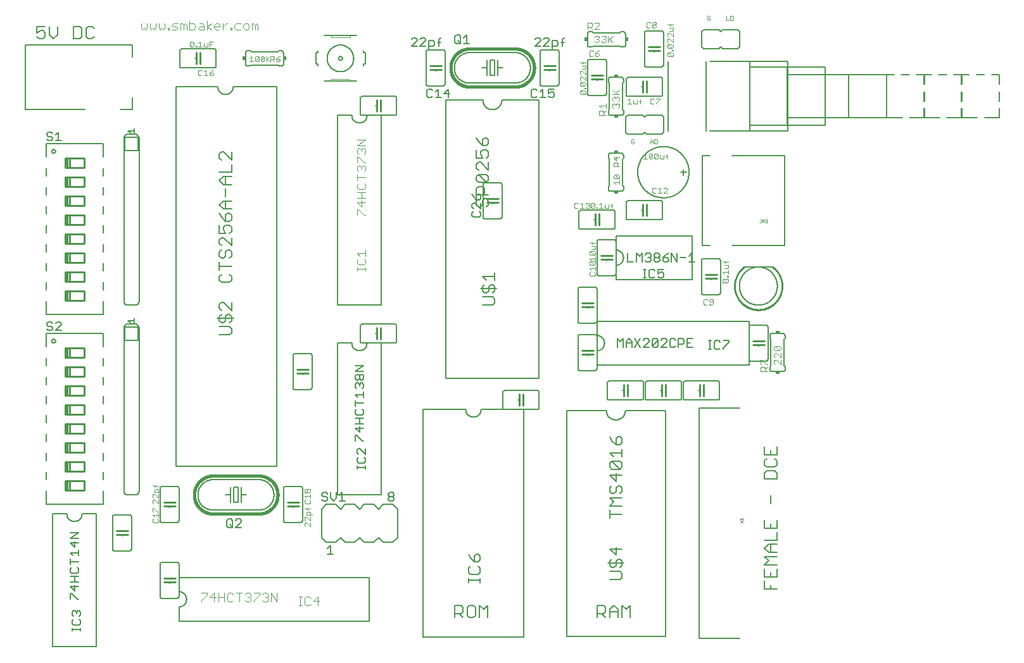
<source format=gto>
G04 EAGLE Gerber RS-274X export*
G75*
%MOMM*%
%FSLAX34Y34*%
%LPD*%
%INSilkscreen Top*%
%IPPOS*%
%AMOC8*
5,1,8,0,0,1.08239X$1,22.5*%
G01*
%ADD10C,0.101600*%
%ADD11C,0.050800*%
%ADD12C,0.152400*%
%ADD13C,0.254000*%
%ADD14C,0.127000*%
%ADD15C,0.177800*%
%ADD16R,0.508000X0.381000*%
%ADD17R,0.381000X0.508000*%
%ADD18C,0.076200*%
%ADD19C,0.406400*%
%ADD20C,0.203200*%
%ADD21C,0.025400*%


D10*
X152908Y833804D02*
X152908Y827957D01*
X154857Y826008D01*
X156806Y827957D01*
X158755Y826008D01*
X160704Y827957D01*
X160704Y833804D01*
X164602Y833804D02*
X164602Y827957D01*
X166551Y826008D01*
X168500Y827957D01*
X170449Y826008D01*
X172398Y827957D01*
X172398Y833804D01*
X176296Y833804D02*
X176296Y827957D01*
X178245Y826008D01*
X180194Y827957D01*
X182143Y826008D01*
X184092Y827957D01*
X184092Y833804D01*
X187990Y827957D02*
X187990Y826008D01*
X187990Y827957D02*
X189939Y827957D01*
X189939Y826008D01*
X187990Y826008D01*
X193837Y826008D02*
X199684Y826008D01*
X201633Y827957D01*
X199684Y829906D01*
X195786Y829906D01*
X193837Y831855D01*
X195786Y833804D01*
X201633Y833804D01*
X205531Y833804D02*
X205531Y826008D01*
X205531Y833804D02*
X207480Y833804D01*
X209429Y831855D01*
X209429Y826008D01*
X209429Y831855D02*
X211378Y833804D01*
X213327Y831855D01*
X213327Y826008D01*
X217225Y826008D02*
X217225Y837702D01*
X217225Y826008D02*
X223072Y826008D01*
X225021Y827957D01*
X225021Y831855D01*
X223072Y833804D01*
X217225Y833804D01*
X230868Y833804D02*
X234766Y833804D01*
X236715Y831855D01*
X236715Y826008D01*
X230868Y826008D01*
X228919Y827957D01*
X230868Y829906D01*
X236715Y829906D01*
X240613Y826008D02*
X240613Y837702D01*
X240613Y829906D02*
X246460Y826008D01*
X240613Y829906D02*
X246460Y833804D01*
X252307Y826008D02*
X256205Y826008D01*
X252307Y826008D02*
X250358Y827957D01*
X250358Y831855D01*
X252307Y833804D01*
X256205Y833804D01*
X258154Y831855D01*
X258154Y829906D01*
X250358Y829906D01*
X262052Y826008D02*
X262052Y833804D01*
X262052Y829906D02*
X265950Y833804D01*
X267899Y833804D01*
X271797Y827957D02*
X271797Y826008D01*
X271797Y827957D02*
X273746Y827957D01*
X273746Y826008D01*
X271797Y826008D01*
X279593Y833804D02*
X285440Y833804D01*
X279593Y833804D02*
X277644Y831855D01*
X277644Y827957D01*
X279593Y826008D01*
X285440Y826008D01*
X291287Y826008D02*
X295185Y826008D01*
X297134Y827957D01*
X297134Y831855D01*
X295185Y833804D01*
X291287Y833804D01*
X289338Y831855D01*
X289338Y827957D01*
X291287Y826008D01*
X301032Y826008D02*
X301032Y833804D01*
X302981Y833804D01*
X304930Y831855D01*
X304930Y826008D01*
X304930Y831855D02*
X306879Y833804D01*
X308828Y831855D01*
X308828Y826008D01*
D11*
X833374Y677083D02*
X833374Y673354D01*
X833374Y677083D02*
X835238Y678947D01*
X837103Y677083D01*
X837103Y673354D01*
X837103Y676150D02*
X833374Y676150D01*
X839919Y678947D02*
X841783Y678947D01*
X839919Y678947D02*
X838987Y678015D01*
X838987Y674286D01*
X839919Y673354D01*
X841783Y673354D01*
X842716Y674286D01*
X842716Y678015D01*
X841783Y678947D01*
X811703Y678015D02*
X810770Y678947D01*
X808906Y678947D01*
X807974Y678015D01*
X807974Y674286D01*
X808906Y673354D01*
X810770Y673354D01*
X811703Y674286D01*
X811703Y676150D01*
X809838Y676150D01*
X913303Y843115D02*
X912370Y844047D01*
X910506Y844047D01*
X909574Y843115D01*
X909574Y839386D01*
X910506Y838454D01*
X912370Y838454D01*
X913303Y839386D01*
X913303Y841250D01*
X911438Y841250D01*
X934974Y844047D02*
X934974Y838454D01*
X938703Y838454D01*
X941519Y844047D02*
X943383Y844047D01*
X941519Y844047D02*
X940587Y843115D01*
X940587Y839386D01*
X941519Y838454D01*
X943383Y838454D01*
X944316Y839386D01*
X944316Y843115D01*
X943383Y844047D01*
D12*
X24309Y829832D02*
X13462Y829832D01*
X13462Y821697D01*
X18885Y824409D01*
X21597Y824409D01*
X24309Y821697D01*
X24309Y816274D01*
X21597Y813562D01*
X16174Y813562D01*
X13462Y816274D01*
X29834Y818985D02*
X29834Y829832D01*
X29834Y818985D02*
X35257Y813562D01*
X40680Y818985D01*
X40680Y829832D01*
X62577Y829832D02*
X62577Y813562D01*
X70712Y813562D01*
X73423Y816274D01*
X73423Y827120D01*
X70712Y829832D01*
X62577Y829832D01*
X87083Y829832D02*
X89795Y827120D01*
X87083Y829832D02*
X81660Y829832D01*
X78948Y827120D01*
X78948Y816274D01*
X81660Y813562D01*
X87083Y813562D01*
X89795Y816274D01*
X762762Y55132D02*
X762762Y38862D01*
X762762Y55132D02*
X770897Y55132D01*
X773609Y52420D01*
X773609Y46997D01*
X770897Y44285D01*
X762762Y44285D01*
X768185Y44285D02*
X773609Y38862D01*
X779134Y38862D02*
X779134Y49709D01*
X784557Y55132D01*
X789980Y49709D01*
X789980Y38862D01*
X789980Y46997D02*
X779134Y46997D01*
X795505Y38862D02*
X795505Y55132D01*
X800928Y49709D01*
X806352Y55132D01*
X806352Y38862D01*
X572262Y38862D02*
X572262Y55132D01*
X580397Y55132D01*
X583109Y52420D01*
X583109Y46997D01*
X580397Y44285D01*
X572262Y44285D01*
X577685Y44285D02*
X583109Y38862D01*
X591345Y55132D02*
X596769Y55132D01*
X591345Y55132D02*
X588634Y52420D01*
X588634Y41574D01*
X591345Y38862D01*
X596769Y38862D01*
X599480Y41574D01*
X599480Y52420D01*
X596769Y55132D01*
X605005Y55132D02*
X605005Y38862D01*
X610428Y49709D02*
X605005Y55132D01*
X610428Y49709D02*
X615852Y55132D01*
X615852Y38862D01*
X986268Y76962D02*
X1002538Y76962D01*
X986268Y76962D02*
X986268Y87809D01*
X994403Y82385D02*
X994403Y76962D01*
X986268Y93334D02*
X986268Y104180D01*
X986268Y93334D02*
X1002538Y93334D01*
X1002538Y104180D01*
X994403Y98757D02*
X994403Y93334D01*
X1002538Y109705D02*
X986268Y109705D01*
X991691Y115128D01*
X986268Y120552D01*
X1002538Y120552D01*
X1002538Y126077D02*
X991691Y126077D01*
X986268Y131500D01*
X991691Y136923D01*
X1002538Y136923D01*
X994403Y136923D02*
X994403Y126077D01*
X986268Y142448D02*
X1002538Y142448D01*
X1002538Y153295D01*
X986268Y158820D02*
X986268Y169666D01*
X986268Y158820D02*
X1002538Y158820D01*
X1002538Y169666D01*
X994403Y164243D02*
X994403Y158820D01*
X994403Y191563D02*
X994403Y202410D01*
X986268Y224306D02*
X1002538Y224306D01*
X1002538Y232441D01*
X999826Y235153D01*
X988980Y235153D01*
X986268Y232441D01*
X986268Y224306D01*
X986268Y248813D02*
X988980Y251524D01*
X986268Y248813D02*
X986268Y243389D01*
X988980Y240678D01*
X999826Y240678D01*
X1002538Y243389D01*
X1002538Y248813D01*
X999826Y251524D01*
X986268Y257049D02*
X986268Y267896D01*
X986268Y257049D02*
X1002538Y257049D01*
X1002538Y267896D01*
X994403Y262472D02*
X994403Y257049D01*
X681990Y317500D02*
X638810Y317500D01*
X638810Y342900D02*
X681990Y342900D01*
X636270Y340360D02*
X636270Y320040D01*
X684530Y320040D02*
X684530Y340360D01*
X638810Y317500D02*
X638710Y317502D01*
X638611Y317508D01*
X638511Y317518D01*
X638413Y317531D01*
X638314Y317549D01*
X638217Y317570D01*
X638121Y317595D01*
X638025Y317624D01*
X637931Y317657D01*
X637838Y317693D01*
X637747Y317733D01*
X637657Y317777D01*
X637569Y317824D01*
X637483Y317874D01*
X637399Y317928D01*
X637317Y317985D01*
X637238Y318045D01*
X637160Y318109D01*
X637086Y318175D01*
X637014Y318244D01*
X636945Y318316D01*
X636879Y318390D01*
X636815Y318468D01*
X636755Y318547D01*
X636698Y318629D01*
X636644Y318713D01*
X636594Y318799D01*
X636547Y318887D01*
X636503Y318977D01*
X636463Y319068D01*
X636427Y319161D01*
X636394Y319255D01*
X636365Y319351D01*
X636340Y319447D01*
X636319Y319544D01*
X636301Y319643D01*
X636288Y319741D01*
X636278Y319841D01*
X636272Y319940D01*
X636270Y320040D01*
X681990Y317500D02*
X682090Y317502D01*
X682189Y317508D01*
X682289Y317518D01*
X682387Y317531D01*
X682486Y317549D01*
X682583Y317570D01*
X682679Y317595D01*
X682775Y317624D01*
X682869Y317657D01*
X682962Y317693D01*
X683053Y317733D01*
X683143Y317777D01*
X683231Y317824D01*
X683317Y317874D01*
X683401Y317928D01*
X683483Y317985D01*
X683562Y318045D01*
X683640Y318109D01*
X683714Y318175D01*
X683786Y318244D01*
X683855Y318316D01*
X683921Y318390D01*
X683985Y318468D01*
X684045Y318547D01*
X684102Y318629D01*
X684156Y318713D01*
X684206Y318799D01*
X684253Y318887D01*
X684297Y318977D01*
X684337Y319068D01*
X684373Y319161D01*
X684406Y319255D01*
X684435Y319351D01*
X684460Y319447D01*
X684481Y319544D01*
X684499Y319643D01*
X684512Y319741D01*
X684522Y319841D01*
X684528Y319940D01*
X684530Y320040D01*
X638810Y342900D02*
X638710Y342898D01*
X638611Y342892D01*
X638511Y342882D01*
X638413Y342869D01*
X638314Y342851D01*
X638217Y342830D01*
X638121Y342805D01*
X638025Y342776D01*
X637931Y342743D01*
X637838Y342707D01*
X637747Y342667D01*
X637657Y342623D01*
X637569Y342576D01*
X637483Y342526D01*
X637399Y342472D01*
X637317Y342415D01*
X637238Y342355D01*
X637160Y342291D01*
X637086Y342225D01*
X637014Y342156D01*
X636945Y342084D01*
X636879Y342010D01*
X636815Y341932D01*
X636755Y341853D01*
X636698Y341771D01*
X636644Y341687D01*
X636594Y341601D01*
X636547Y341513D01*
X636503Y341423D01*
X636463Y341332D01*
X636427Y341239D01*
X636394Y341145D01*
X636365Y341049D01*
X636340Y340953D01*
X636319Y340856D01*
X636301Y340757D01*
X636288Y340659D01*
X636278Y340559D01*
X636272Y340460D01*
X636270Y340360D01*
X681990Y342900D02*
X682090Y342898D01*
X682189Y342892D01*
X682289Y342882D01*
X682387Y342869D01*
X682486Y342851D01*
X682583Y342830D01*
X682679Y342805D01*
X682775Y342776D01*
X682869Y342743D01*
X682962Y342707D01*
X683053Y342667D01*
X683143Y342623D01*
X683231Y342576D01*
X683317Y342526D01*
X683401Y342472D01*
X683483Y342415D01*
X683562Y342355D01*
X683640Y342291D01*
X683714Y342225D01*
X683786Y342156D01*
X683855Y342084D01*
X683921Y342010D01*
X683985Y341932D01*
X684045Y341853D01*
X684102Y341771D01*
X684156Y341687D01*
X684206Y341601D01*
X684253Y341513D01*
X684297Y341423D01*
X684337Y341332D01*
X684373Y341239D01*
X684406Y341145D01*
X684435Y341049D01*
X684460Y340953D01*
X684481Y340856D01*
X684499Y340757D01*
X684512Y340659D01*
X684522Y340559D01*
X684528Y340460D01*
X684530Y340360D01*
X657860Y330200D02*
X656590Y330200D01*
D13*
X657860Y330200D02*
X657860Y322580D01*
X657860Y330200D02*
X657860Y337820D01*
X662940Y330200D02*
X662940Y322580D01*
X662940Y330200D02*
X662940Y337820D01*
D12*
X662940Y330200D02*
X664210Y330200D01*
X203200Y110490D02*
X203200Y67310D01*
X177800Y67310D02*
X177800Y110490D01*
X180340Y64770D02*
X200660Y64770D01*
X200660Y113030D02*
X180340Y113030D01*
X203200Y67310D02*
X203198Y67210D01*
X203192Y67111D01*
X203182Y67011D01*
X203169Y66913D01*
X203151Y66814D01*
X203130Y66717D01*
X203105Y66621D01*
X203076Y66525D01*
X203043Y66431D01*
X203007Y66338D01*
X202967Y66247D01*
X202923Y66157D01*
X202876Y66069D01*
X202826Y65983D01*
X202772Y65899D01*
X202715Y65817D01*
X202655Y65738D01*
X202591Y65660D01*
X202525Y65586D01*
X202456Y65514D01*
X202384Y65445D01*
X202310Y65379D01*
X202232Y65315D01*
X202153Y65255D01*
X202071Y65198D01*
X201987Y65144D01*
X201901Y65094D01*
X201813Y65047D01*
X201723Y65003D01*
X201632Y64963D01*
X201539Y64927D01*
X201445Y64894D01*
X201349Y64865D01*
X201253Y64840D01*
X201156Y64819D01*
X201057Y64801D01*
X200959Y64788D01*
X200859Y64778D01*
X200760Y64772D01*
X200660Y64770D01*
X203200Y110490D02*
X203198Y110590D01*
X203192Y110689D01*
X203182Y110789D01*
X203169Y110887D01*
X203151Y110986D01*
X203130Y111083D01*
X203105Y111179D01*
X203076Y111275D01*
X203043Y111369D01*
X203007Y111462D01*
X202967Y111553D01*
X202923Y111643D01*
X202876Y111731D01*
X202826Y111817D01*
X202772Y111901D01*
X202715Y111983D01*
X202655Y112062D01*
X202591Y112140D01*
X202525Y112214D01*
X202456Y112286D01*
X202384Y112355D01*
X202310Y112421D01*
X202232Y112485D01*
X202153Y112545D01*
X202071Y112602D01*
X201987Y112656D01*
X201901Y112706D01*
X201813Y112753D01*
X201723Y112797D01*
X201632Y112837D01*
X201539Y112873D01*
X201445Y112906D01*
X201349Y112935D01*
X201253Y112960D01*
X201156Y112981D01*
X201057Y112999D01*
X200959Y113012D01*
X200859Y113022D01*
X200760Y113028D01*
X200660Y113030D01*
X177800Y67310D02*
X177802Y67210D01*
X177808Y67111D01*
X177818Y67011D01*
X177831Y66913D01*
X177849Y66814D01*
X177870Y66717D01*
X177895Y66621D01*
X177924Y66525D01*
X177957Y66431D01*
X177993Y66338D01*
X178033Y66247D01*
X178077Y66157D01*
X178124Y66069D01*
X178174Y65983D01*
X178228Y65899D01*
X178285Y65817D01*
X178345Y65738D01*
X178409Y65660D01*
X178475Y65586D01*
X178544Y65514D01*
X178616Y65445D01*
X178690Y65379D01*
X178768Y65315D01*
X178847Y65255D01*
X178929Y65198D01*
X179013Y65144D01*
X179099Y65094D01*
X179187Y65047D01*
X179277Y65003D01*
X179368Y64963D01*
X179461Y64927D01*
X179555Y64894D01*
X179651Y64865D01*
X179747Y64840D01*
X179844Y64819D01*
X179943Y64801D01*
X180041Y64788D01*
X180141Y64778D01*
X180240Y64772D01*
X180340Y64770D01*
X177800Y110490D02*
X177802Y110590D01*
X177808Y110689D01*
X177818Y110789D01*
X177831Y110887D01*
X177849Y110986D01*
X177870Y111083D01*
X177895Y111179D01*
X177924Y111275D01*
X177957Y111369D01*
X177993Y111462D01*
X178033Y111553D01*
X178077Y111643D01*
X178124Y111731D01*
X178174Y111817D01*
X178228Y111901D01*
X178285Y111983D01*
X178345Y112062D01*
X178409Y112140D01*
X178475Y112214D01*
X178544Y112286D01*
X178616Y112355D01*
X178690Y112421D01*
X178768Y112485D01*
X178847Y112545D01*
X178929Y112602D01*
X179013Y112656D01*
X179099Y112706D01*
X179187Y112753D01*
X179277Y112797D01*
X179368Y112837D01*
X179461Y112873D01*
X179555Y112906D01*
X179651Y112935D01*
X179747Y112960D01*
X179844Y112981D01*
X179943Y112999D01*
X180041Y113012D01*
X180141Y113022D01*
X180240Y113028D01*
X180340Y113030D01*
X190500Y86360D02*
X190500Y85090D01*
D13*
X190500Y86360D02*
X198120Y86360D01*
X190500Y86360D02*
X182880Y86360D01*
X190500Y91440D02*
X198120Y91440D01*
X190500Y91440D02*
X182880Y91440D01*
D12*
X190500Y91440D02*
X190500Y92710D01*
X101600Y444500D02*
X25400Y444500D01*
X25400Y673100D02*
X101600Y673100D01*
D13*
X50800Y654050D02*
X50800Y641350D01*
X54102Y641350D01*
X76200Y641350D02*
X76200Y654050D01*
X57150Y654050D01*
X50800Y628650D02*
X50800Y615950D01*
X54102Y615950D01*
X76200Y615950D02*
X76200Y628650D01*
X57150Y628650D01*
X50800Y603250D02*
X50800Y590550D01*
X54102Y590550D01*
X76200Y590550D02*
X76200Y603250D01*
X57150Y603250D01*
X54102Y641350D02*
X54102Y654050D01*
X50800Y654050D01*
X54102Y641350D02*
X57150Y641350D01*
X57150Y654050D01*
X54102Y654050D01*
X57150Y641350D02*
X76200Y641350D01*
X54102Y628650D02*
X54102Y615950D01*
X54102Y628650D02*
X50800Y628650D01*
X54102Y615950D02*
X57150Y615950D01*
X57150Y628650D01*
X54102Y628650D01*
X57150Y615950D02*
X76200Y615950D01*
X54102Y603250D02*
X54102Y590550D01*
X54102Y603250D02*
X50800Y603250D01*
X54102Y590550D02*
X57150Y590550D01*
X57150Y603250D01*
X54102Y603250D01*
X57150Y590550D02*
X76200Y590550D01*
X50800Y577850D02*
X50800Y565150D01*
X54102Y565150D01*
X76200Y565150D02*
X76200Y577850D01*
X57150Y577850D01*
X54102Y577850D02*
X54102Y565150D01*
X54102Y577850D02*
X50800Y577850D01*
X54102Y565150D02*
X57150Y565150D01*
X57150Y577850D01*
X54102Y577850D01*
X57150Y565150D02*
X76200Y565150D01*
X50800Y552450D02*
X50800Y539750D01*
X54102Y539750D01*
X76200Y539750D02*
X76200Y552450D01*
X57150Y552450D01*
X54102Y552450D02*
X54102Y539750D01*
X54102Y552450D02*
X50800Y552450D01*
X54102Y539750D02*
X57150Y539750D01*
X57150Y552450D01*
X54102Y552450D01*
X57150Y539750D02*
X76200Y539750D01*
X50800Y527050D02*
X50800Y514350D01*
X54102Y514350D01*
X76200Y514350D02*
X76200Y527050D01*
X57150Y527050D01*
X54102Y527050D02*
X54102Y514350D01*
X54102Y527050D02*
X50800Y527050D01*
X54102Y514350D02*
X57150Y514350D01*
X57150Y527050D01*
X54102Y527050D01*
X57150Y514350D02*
X76200Y514350D01*
X50800Y501650D02*
X50800Y488950D01*
X54102Y488950D01*
X76200Y488950D02*
X76200Y501650D01*
X57150Y501650D01*
X54102Y501650D02*
X54102Y488950D01*
X54102Y501650D02*
X50800Y501650D01*
X54102Y488950D02*
X57150Y488950D01*
X57150Y501650D01*
X54102Y501650D01*
X57150Y488950D02*
X76200Y488950D01*
X50800Y476250D02*
X50800Y463550D01*
X54102Y463550D01*
X76200Y463550D02*
X76200Y476250D01*
X57150Y476250D01*
X54102Y476250D02*
X54102Y463550D01*
X54102Y476250D02*
X50800Y476250D01*
X54102Y463550D02*
X57150Y463550D01*
X57150Y476250D01*
X54102Y476250D01*
X57150Y463550D02*
X76200Y463550D01*
D12*
X25400Y462280D02*
X25400Y444500D01*
X25400Y655320D02*
X25400Y673100D01*
X101600Y673100D02*
X101600Y655320D01*
X101600Y462280D02*
X101600Y444500D01*
X25400Y629920D02*
X25400Y640080D01*
X25400Y614680D02*
X25400Y604520D01*
X25400Y589280D02*
X25400Y579120D01*
X25400Y563880D02*
X25400Y553720D01*
X25400Y538480D02*
X25400Y528320D01*
X25400Y513080D02*
X25400Y502920D01*
X25400Y487680D02*
X25400Y477520D01*
X101600Y477520D02*
X101600Y487680D01*
X101600Y502920D02*
X101600Y513080D01*
X101600Y528320D02*
X101600Y538480D01*
X101600Y553720D02*
X101600Y563880D01*
X101600Y579120D02*
X101600Y589280D01*
X101600Y604520D02*
X101600Y614680D01*
X101600Y629920D02*
X101600Y640080D01*
X33020Y662940D02*
X33022Y663040D01*
X33028Y663141D01*
X33038Y663240D01*
X33052Y663340D01*
X33069Y663439D01*
X33091Y663537D01*
X33117Y663634D01*
X33146Y663730D01*
X33179Y663824D01*
X33216Y663918D01*
X33256Y664010D01*
X33300Y664100D01*
X33348Y664188D01*
X33399Y664275D01*
X33453Y664359D01*
X33511Y664441D01*
X33572Y664521D01*
X33636Y664598D01*
X33703Y664673D01*
X33773Y664745D01*
X33846Y664814D01*
X33921Y664880D01*
X33999Y664944D01*
X34079Y665004D01*
X34162Y665061D01*
X34247Y665114D01*
X34334Y665164D01*
X34423Y665211D01*
X34513Y665254D01*
X34605Y665294D01*
X34699Y665330D01*
X34794Y665362D01*
X34890Y665390D01*
X34988Y665415D01*
X35086Y665435D01*
X35185Y665452D01*
X35285Y665465D01*
X35384Y665474D01*
X35485Y665479D01*
X35585Y665480D01*
X35685Y665477D01*
X35786Y665470D01*
X35885Y665459D01*
X35985Y665444D01*
X36083Y665426D01*
X36181Y665403D01*
X36278Y665376D01*
X36373Y665346D01*
X36468Y665312D01*
X36561Y665274D01*
X36652Y665233D01*
X36742Y665188D01*
X36830Y665140D01*
X36916Y665088D01*
X37000Y665033D01*
X37081Y664974D01*
X37160Y664912D01*
X37237Y664848D01*
X37311Y664780D01*
X37382Y664709D01*
X37451Y664636D01*
X37516Y664560D01*
X37579Y664481D01*
X37638Y664400D01*
X37694Y664317D01*
X37747Y664232D01*
X37796Y664144D01*
X37842Y664055D01*
X37884Y663964D01*
X37923Y663871D01*
X37958Y663777D01*
X37989Y663682D01*
X38017Y663585D01*
X38040Y663488D01*
X38060Y663389D01*
X38076Y663290D01*
X38088Y663191D01*
X38096Y663090D01*
X38100Y662990D01*
X38100Y662890D01*
X38096Y662790D01*
X38088Y662689D01*
X38076Y662590D01*
X38060Y662491D01*
X38040Y662392D01*
X38017Y662295D01*
X37989Y662198D01*
X37958Y662103D01*
X37923Y662009D01*
X37884Y661916D01*
X37842Y661825D01*
X37796Y661736D01*
X37747Y661648D01*
X37694Y661563D01*
X37638Y661480D01*
X37579Y661399D01*
X37516Y661320D01*
X37451Y661244D01*
X37382Y661171D01*
X37311Y661100D01*
X37237Y661032D01*
X37160Y660968D01*
X37081Y660906D01*
X37000Y660847D01*
X36916Y660792D01*
X36830Y660740D01*
X36742Y660692D01*
X36652Y660647D01*
X36561Y660606D01*
X36468Y660568D01*
X36373Y660534D01*
X36278Y660504D01*
X36181Y660477D01*
X36083Y660454D01*
X35985Y660436D01*
X35885Y660421D01*
X35786Y660410D01*
X35685Y660403D01*
X35585Y660400D01*
X35485Y660401D01*
X35384Y660406D01*
X35285Y660415D01*
X35185Y660428D01*
X35086Y660445D01*
X34988Y660465D01*
X34890Y660490D01*
X34794Y660518D01*
X34699Y660550D01*
X34605Y660586D01*
X34513Y660626D01*
X34423Y660669D01*
X34334Y660716D01*
X34247Y660766D01*
X34162Y660819D01*
X34079Y660876D01*
X33999Y660936D01*
X33921Y661000D01*
X33846Y661066D01*
X33773Y661135D01*
X33703Y661207D01*
X33636Y661282D01*
X33572Y661359D01*
X33511Y661439D01*
X33453Y661521D01*
X33399Y661605D01*
X33348Y661692D01*
X33300Y661780D01*
X33256Y661870D01*
X33216Y661962D01*
X33179Y662056D01*
X33146Y662150D01*
X33117Y662246D01*
X33091Y662343D01*
X33069Y662441D01*
X33052Y662540D01*
X33038Y662640D01*
X33028Y662739D01*
X33022Y662840D01*
X33020Y662940D01*
D14*
X34170Y686570D02*
X32263Y688477D01*
X28450Y688477D01*
X26543Y686570D01*
X26543Y684664D01*
X28450Y682757D01*
X32263Y682757D01*
X34170Y680850D01*
X34170Y678944D01*
X32263Y677037D01*
X28450Y677037D01*
X26543Y678944D01*
X38237Y684664D02*
X42050Y688477D01*
X42050Y677037D01*
X38237Y677037D02*
X45863Y677037D01*
D12*
X129540Y680720D02*
X129540Y462280D01*
X149860Y462280D02*
X149860Y680720D01*
X148590Y664210D02*
X130810Y664210D01*
X130810Y681990D01*
X144780Y685800D02*
X144920Y685798D01*
X145060Y685792D01*
X145200Y685783D01*
X145339Y685769D01*
X145478Y685752D01*
X145616Y685731D01*
X145754Y685706D01*
X145891Y685677D01*
X146027Y685645D01*
X146162Y685608D01*
X146296Y685568D01*
X146429Y685525D01*
X146561Y685477D01*
X146692Y685427D01*
X146821Y685372D01*
X146948Y685314D01*
X147074Y685253D01*
X147198Y685188D01*
X147320Y685119D01*
X147440Y685048D01*
X147558Y684973D01*
X147675Y684895D01*
X147789Y684813D01*
X147900Y684729D01*
X148009Y684641D01*
X148116Y684551D01*
X148221Y684457D01*
X148322Y684361D01*
X148421Y684262D01*
X148517Y684161D01*
X148611Y684056D01*
X148701Y683949D01*
X148789Y683840D01*
X148873Y683729D01*
X148955Y683615D01*
X149033Y683498D01*
X149108Y683380D01*
X149179Y683260D01*
X149248Y683138D01*
X149313Y683014D01*
X149374Y682888D01*
X149432Y682761D01*
X149487Y682632D01*
X149537Y682501D01*
X149585Y682369D01*
X149628Y682236D01*
X149668Y682102D01*
X149705Y681967D01*
X149737Y681831D01*
X149766Y681694D01*
X149791Y681556D01*
X149812Y681418D01*
X149829Y681279D01*
X149843Y681140D01*
X149852Y681000D01*
X149858Y680860D01*
X149860Y680720D01*
X129540Y462280D02*
X129542Y462140D01*
X129548Y462000D01*
X129557Y461860D01*
X129571Y461721D01*
X129588Y461582D01*
X129609Y461444D01*
X129634Y461306D01*
X129663Y461169D01*
X129695Y461033D01*
X129732Y460898D01*
X129772Y460764D01*
X129815Y460631D01*
X129863Y460499D01*
X129913Y460368D01*
X129968Y460239D01*
X130026Y460112D01*
X130087Y459986D01*
X130152Y459862D01*
X130221Y459740D01*
X130292Y459620D01*
X130367Y459502D01*
X130445Y459385D01*
X130527Y459271D01*
X130611Y459160D01*
X130699Y459051D01*
X130789Y458944D01*
X130883Y458839D01*
X130979Y458738D01*
X131078Y458639D01*
X131179Y458543D01*
X131284Y458449D01*
X131391Y458359D01*
X131500Y458271D01*
X131611Y458187D01*
X131725Y458105D01*
X131842Y458027D01*
X131960Y457952D01*
X132080Y457881D01*
X132202Y457812D01*
X132326Y457747D01*
X132452Y457686D01*
X132579Y457628D01*
X132708Y457573D01*
X132839Y457523D01*
X132971Y457475D01*
X133104Y457432D01*
X133238Y457392D01*
X133373Y457355D01*
X133509Y457323D01*
X133646Y457294D01*
X133784Y457269D01*
X133922Y457248D01*
X134061Y457231D01*
X134200Y457217D01*
X134340Y457208D01*
X134480Y457202D01*
X134620Y457200D01*
X144780Y457200D02*
X144920Y457202D01*
X145060Y457208D01*
X145200Y457217D01*
X145339Y457231D01*
X145478Y457248D01*
X145616Y457269D01*
X145754Y457294D01*
X145891Y457323D01*
X146027Y457355D01*
X146162Y457392D01*
X146296Y457432D01*
X146429Y457475D01*
X146561Y457523D01*
X146692Y457573D01*
X146821Y457628D01*
X146948Y457686D01*
X147074Y457747D01*
X147198Y457812D01*
X147320Y457881D01*
X147440Y457952D01*
X147558Y458027D01*
X147675Y458105D01*
X147789Y458187D01*
X147900Y458271D01*
X148009Y458359D01*
X148116Y458449D01*
X148221Y458543D01*
X148322Y458639D01*
X148421Y458738D01*
X148517Y458839D01*
X148611Y458944D01*
X148701Y459051D01*
X148789Y459160D01*
X148873Y459271D01*
X148955Y459385D01*
X149033Y459502D01*
X149108Y459620D01*
X149179Y459740D01*
X149248Y459862D01*
X149313Y459986D01*
X149374Y460112D01*
X149432Y460239D01*
X149487Y460368D01*
X149537Y460499D01*
X149585Y460631D01*
X149628Y460764D01*
X149668Y460898D01*
X149705Y461033D01*
X149737Y461169D01*
X149766Y461306D01*
X149791Y461444D01*
X149812Y461582D01*
X149829Y461721D01*
X149843Y461860D01*
X149852Y462000D01*
X149858Y462140D01*
X149860Y462280D01*
X129540Y680720D02*
X129542Y680860D01*
X129548Y681000D01*
X129557Y681140D01*
X129571Y681279D01*
X129588Y681418D01*
X129609Y681556D01*
X129634Y681694D01*
X129663Y681831D01*
X129695Y681967D01*
X129732Y682102D01*
X129772Y682236D01*
X129815Y682369D01*
X129863Y682501D01*
X129913Y682632D01*
X129968Y682761D01*
X130026Y682888D01*
X130087Y683014D01*
X130152Y683138D01*
X130221Y683260D01*
X130292Y683380D01*
X130367Y683498D01*
X130445Y683615D01*
X130527Y683729D01*
X130611Y683840D01*
X130699Y683949D01*
X130789Y684056D01*
X130883Y684161D01*
X130979Y684262D01*
X131078Y684361D01*
X131179Y684457D01*
X131284Y684551D01*
X131391Y684641D01*
X131500Y684729D01*
X131611Y684813D01*
X131725Y684895D01*
X131842Y684973D01*
X131960Y685048D01*
X132080Y685119D01*
X132202Y685188D01*
X132326Y685253D01*
X132452Y685314D01*
X132579Y685372D01*
X132708Y685427D01*
X132839Y685477D01*
X132971Y685525D01*
X133104Y685568D01*
X133238Y685608D01*
X133373Y685645D01*
X133509Y685677D01*
X133646Y685706D01*
X133784Y685731D01*
X133922Y685752D01*
X134061Y685769D01*
X134200Y685783D01*
X134340Y685792D01*
X134480Y685798D01*
X134620Y685800D01*
X134620Y457200D02*
X144780Y457200D01*
X144780Y685800D02*
X134620Y685800D01*
X130810Y681990D02*
X148590Y681990D01*
X148590Y664210D01*
D14*
X138129Y687474D02*
X135248Y690355D01*
X143891Y690355D01*
X143891Y687474D02*
X143891Y693236D01*
D12*
X803910Y571500D02*
X847090Y571500D01*
X847090Y596900D02*
X803910Y596900D01*
X801370Y594360D02*
X801370Y574040D01*
X849630Y574040D02*
X849630Y594360D01*
X803910Y571500D02*
X803810Y571502D01*
X803711Y571508D01*
X803611Y571518D01*
X803513Y571531D01*
X803414Y571549D01*
X803317Y571570D01*
X803221Y571595D01*
X803125Y571624D01*
X803031Y571657D01*
X802938Y571693D01*
X802847Y571733D01*
X802757Y571777D01*
X802669Y571824D01*
X802583Y571874D01*
X802499Y571928D01*
X802417Y571985D01*
X802338Y572045D01*
X802260Y572109D01*
X802186Y572175D01*
X802114Y572244D01*
X802045Y572316D01*
X801979Y572390D01*
X801915Y572468D01*
X801855Y572547D01*
X801798Y572629D01*
X801744Y572713D01*
X801694Y572799D01*
X801647Y572887D01*
X801603Y572977D01*
X801563Y573068D01*
X801527Y573161D01*
X801494Y573255D01*
X801465Y573351D01*
X801440Y573447D01*
X801419Y573544D01*
X801401Y573643D01*
X801388Y573741D01*
X801378Y573841D01*
X801372Y573940D01*
X801370Y574040D01*
X847090Y571500D02*
X847190Y571502D01*
X847289Y571508D01*
X847389Y571518D01*
X847487Y571531D01*
X847586Y571549D01*
X847683Y571570D01*
X847779Y571595D01*
X847875Y571624D01*
X847969Y571657D01*
X848062Y571693D01*
X848153Y571733D01*
X848243Y571777D01*
X848331Y571824D01*
X848417Y571874D01*
X848501Y571928D01*
X848583Y571985D01*
X848662Y572045D01*
X848740Y572109D01*
X848814Y572175D01*
X848886Y572244D01*
X848955Y572316D01*
X849021Y572390D01*
X849085Y572468D01*
X849145Y572547D01*
X849202Y572629D01*
X849256Y572713D01*
X849306Y572799D01*
X849353Y572887D01*
X849397Y572977D01*
X849437Y573068D01*
X849473Y573161D01*
X849506Y573255D01*
X849535Y573351D01*
X849560Y573447D01*
X849581Y573544D01*
X849599Y573643D01*
X849612Y573741D01*
X849622Y573841D01*
X849628Y573940D01*
X849630Y574040D01*
X803910Y596900D02*
X803810Y596898D01*
X803711Y596892D01*
X803611Y596882D01*
X803513Y596869D01*
X803414Y596851D01*
X803317Y596830D01*
X803221Y596805D01*
X803125Y596776D01*
X803031Y596743D01*
X802938Y596707D01*
X802847Y596667D01*
X802757Y596623D01*
X802669Y596576D01*
X802583Y596526D01*
X802499Y596472D01*
X802417Y596415D01*
X802338Y596355D01*
X802260Y596291D01*
X802186Y596225D01*
X802114Y596156D01*
X802045Y596084D01*
X801979Y596010D01*
X801915Y595932D01*
X801855Y595853D01*
X801798Y595771D01*
X801744Y595687D01*
X801694Y595601D01*
X801647Y595513D01*
X801603Y595423D01*
X801563Y595332D01*
X801527Y595239D01*
X801494Y595145D01*
X801465Y595049D01*
X801440Y594953D01*
X801419Y594856D01*
X801401Y594757D01*
X801388Y594659D01*
X801378Y594559D01*
X801372Y594460D01*
X801370Y594360D01*
X847090Y596900D02*
X847190Y596898D01*
X847289Y596892D01*
X847389Y596882D01*
X847487Y596869D01*
X847586Y596851D01*
X847683Y596830D01*
X847779Y596805D01*
X847875Y596776D01*
X847969Y596743D01*
X848062Y596707D01*
X848153Y596667D01*
X848243Y596623D01*
X848331Y596576D01*
X848417Y596526D01*
X848501Y596472D01*
X848583Y596415D01*
X848662Y596355D01*
X848740Y596291D01*
X848814Y596225D01*
X848886Y596156D01*
X848955Y596084D01*
X849021Y596010D01*
X849085Y595932D01*
X849145Y595853D01*
X849202Y595771D01*
X849256Y595687D01*
X849306Y595601D01*
X849353Y595513D01*
X849397Y595423D01*
X849437Y595332D01*
X849473Y595239D01*
X849506Y595145D01*
X849535Y595049D01*
X849560Y594953D01*
X849581Y594856D01*
X849599Y594757D01*
X849612Y594659D01*
X849622Y594559D01*
X849628Y594460D01*
X849630Y594360D01*
X822960Y584200D02*
X821690Y584200D01*
D13*
X822960Y584200D02*
X822960Y576580D01*
X822960Y584200D02*
X822960Y591820D01*
X828040Y584200D02*
X828040Y576580D01*
X828040Y584200D02*
X828040Y591820D01*
D12*
X828040Y584200D02*
X829310Y584200D01*
X880110Y355600D02*
X923290Y355600D01*
X923290Y330200D02*
X880110Y330200D01*
X925830Y332740D02*
X925830Y353060D01*
X877570Y353060D02*
X877570Y332740D01*
X923290Y355600D02*
X923390Y355598D01*
X923489Y355592D01*
X923589Y355582D01*
X923687Y355569D01*
X923786Y355551D01*
X923883Y355530D01*
X923979Y355505D01*
X924075Y355476D01*
X924169Y355443D01*
X924262Y355407D01*
X924353Y355367D01*
X924443Y355323D01*
X924531Y355276D01*
X924617Y355226D01*
X924701Y355172D01*
X924783Y355115D01*
X924862Y355055D01*
X924940Y354991D01*
X925014Y354925D01*
X925086Y354856D01*
X925155Y354784D01*
X925221Y354710D01*
X925285Y354632D01*
X925345Y354553D01*
X925402Y354471D01*
X925456Y354387D01*
X925506Y354301D01*
X925553Y354213D01*
X925597Y354123D01*
X925637Y354032D01*
X925673Y353939D01*
X925706Y353845D01*
X925735Y353749D01*
X925760Y353653D01*
X925781Y353556D01*
X925799Y353457D01*
X925812Y353359D01*
X925822Y353259D01*
X925828Y353160D01*
X925830Y353060D01*
X880110Y355600D02*
X880010Y355598D01*
X879911Y355592D01*
X879811Y355582D01*
X879713Y355569D01*
X879614Y355551D01*
X879517Y355530D01*
X879421Y355505D01*
X879325Y355476D01*
X879231Y355443D01*
X879138Y355407D01*
X879047Y355367D01*
X878957Y355323D01*
X878869Y355276D01*
X878783Y355226D01*
X878699Y355172D01*
X878617Y355115D01*
X878538Y355055D01*
X878460Y354991D01*
X878386Y354925D01*
X878314Y354856D01*
X878245Y354784D01*
X878179Y354710D01*
X878115Y354632D01*
X878055Y354553D01*
X877998Y354471D01*
X877944Y354387D01*
X877894Y354301D01*
X877847Y354213D01*
X877803Y354123D01*
X877763Y354032D01*
X877727Y353939D01*
X877694Y353845D01*
X877665Y353749D01*
X877640Y353653D01*
X877619Y353556D01*
X877601Y353457D01*
X877588Y353359D01*
X877578Y353259D01*
X877572Y353160D01*
X877570Y353060D01*
X923290Y330200D02*
X923390Y330202D01*
X923489Y330208D01*
X923589Y330218D01*
X923687Y330231D01*
X923786Y330249D01*
X923883Y330270D01*
X923979Y330295D01*
X924075Y330324D01*
X924169Y330357D01*
X924262Y330393D01*
X924353Y330433D01*
X924443Y330477D01*
X924531Y330524D01*
X924617Y330574D01*
X924701Y330628D01*
X924783Y330685D01*
X924862Y330745D01*
X924940Y330809D01*
X925014Y330875D01*
X925086Y330944D01*
X925155Y331016D01*
X925221Y331090D01*
X925285Y331168D01*
X925345Y331247D01*
X925402Y331329D01*
X925456Y331413D01*
X925506Y331499D01*
X925553Y331587D01*
X925597Y331677D01*
X925637Y331768D01*
X925673Y331861D01*
X925706Y331955D01*
X925735Y332051D01*
X925760Y332147D01*
X925781Y332244D01*
X925799Y332343D01*
X925812Y332441D01*
X925822Y332541D01*
X925828Y332640D01*
X925830Y332740D01*
X880110Y330200D02*
X880010Y330202D01*
X879911Y330208D01*
X879811Y330218D01*
X879713Y330231D01*
X879614Y330249D01*
X879517Y330270D01*
X879421Y330295D01*
X879325Y330324D01*
X879231Y330357D01*
X879138Y330393D01*
X879047Y330433D01*
X878957Y330477D01*
X878869Y330524D01*
X878783Y330574D01*
X878699Y330628D01*
X878617Y330685D01*
X878538Y330745D01*
X878460Y330809D01*
X878386Y330875D01*
X878314Y330944D01*
X878245Y331016D01*
X878179Y331090D01*
X878115Y331168D01*
X878055Y331247D01*
X877998Y331329D01*
X877944Y331413D01*
X877894Y331499D01*
X877847Y331587D01*
X877803Y331677D01*
X877763Y331768D01*
X877727Y331861D01*
X877694Y331955D01*
X877665Y332051D01*
X877640Y332147D01*
X877619Y332244D01*
X877601Y332343D01*
X877588Y332441D01*
X877578Y332541D01*
X877572Y332640D01*
X877570Y332740D01*
X904240Y342900D02*
X905510Y342900D01*
D13*
X904240Y342900D02*
X904240Y350520D01*
X904240Y342900D02*
X904240Y335280D01*
X899160Y342900D02*
X899160Y350520D01*
X899160Y342900D02*
X899160Y335280D01*
D12*
X899160Y342900D02*
X897890Y342900D01*
X491490Y406400D02*
X448310Y406400D01*
X448310Y431800D02*
X491490Y431800D01*
X445770Y429260D02*
X445770Y408940D01*
X494030Y408940D02*
X494030Y429260D01*
X448310Y406400D02*
X448210Y406402D01*
X448111Y406408D01*
X448011Y406418D01*
X447913Y406431D01*
X447814Y406449D01*
X447717Y406470D01*
X447621Y406495D01*
X447525Y406524D01*
X447431Y406557D01*
X447338Y406593D01*
X447247Y406633D01*
X447157Y406677D01*
X447069Y406724D01*
X446983Y406774D01*
X446899Y406828D01*
X446817Y406885D01*
X446738Y406945D01*
X446660Y407009D01*
X446586Y407075D01*
X446514Y407144D01*
X446445Y407216D01*
X446379Y407290D01*
X446315Y407368D01*
X446255Y407447D01*
X446198Y407529D01*
X446144Y407613D01*
X446094Y407699D01*
X446047Y407787D01*
X446003Y407877D01*
X445963Y407968D01*
X445927Y408061D01*
X445894Y408155D01*
X445865Y408251D01*
X445840Y408347D01*
X445819Y408444D01*
X445801Y408543D01*
X445788Y408641D01*
X445778Y408741D01*
X445772Y408840D01*
X445770Y408940D01*
X491490Y406400D02*
X491590Y406402D01*
X491689Y406408D01*
X491789Y406418D01*
X491887Y406431D01*
X491986Y406449D01*
X492083Y406470D01*
X492179Y406495D01*
X492275Y406524D01*
X492369Y406557D01*
X492462Y406593D01*
X492553Y406633D01*
X492643Y406677D01*
X492731Y406724D01*
X492817Y406774D01*
X492901Y406828D01*
X492983Y406885D01*
X493062Y406945D01*
X493140Y407009D01*
X493214Y407075D01*
X493286Y407144D01*
X493355Y407216D01*
X493421Y407290D01*
X493485Y407368D01*
X493545Y407447D01*
X493602Y407529D01*
X493656Y407613D01*
X493706Y407699D01*
X493753Y407787D01*
X493797Y407877D01*
X493837Y407968D01*
X493873Y408061D01*
X493906Y408155D01*
X493935Y408251D01*
X493960Y408347D01*
X493981Y408444D01*
X493999Y408543D01*
X494012Y408641D01*
X494022Y408741D01*
X494028Y408840D01*
X494030Y408940D01*
X448310Y431800D02*
X448210Y431798D01*
X448111Y431792D01*
X448011Y431782D01*
X447913Y431769D01*
X447814Y431751D01*
X447717Y431730D01*
X447621Y431705D01*
X447525Y431676D01*
X447431Y431643D01*
X447338Y431607D01*
X447247Y431567D01*
X447157Y431523D01*
X447069Y431476D01*
X446983Y431426D01*
X446899Y431372D01*
X446817Y431315D01*
X446738Y431255D01*
X446660Y431191D01*
X446586Y431125D01*
X446514Y431056D01*
X446445Y430984D01*
X446379Y430910D01*
X446315Y430832D01*
X446255Y430753D01*
X446198Y430671D01*
X446144Y430587D01*
X446094Y430501D01*
X446047Y430413D01*
X446003Y430323D01*
X445963Y430232D01*
X445927Y430139D01*
X445894Y430045D01*
X445865Y429949D01*
X445840Y429853D01*
X445819Y429756D01*
X445801Y429657D01*
X445788Y429559D01*
X445778Y429459D01*
X445772Y429360D01*
X445770Y429260D01*
X491490Y431800D02*
X491590Y431798D01*
X491689Y431792D01*
X491789Y431782D01*
X491887Y431769D01*
X491986Y431751D01*
X492083Y431730D01*
X492179Y431705D01*
X492275Y431676D01*
X492369Y431643D01*
X492462Y431607D01*
X492553Y431567D01*
X492643Y431523D01*
X492731Y431476D01*
X492817Y431426D01*
X492901Y431372D01*
X492983Y431315D01*
X493062Y431255D01*
X493140Y431191D01*
X493214Y431125D01*
X493286Y431056D01*
X493355Y430984D01*
X493421Y430910D01*
X493485Y430832D01*
X493545Y430753D01*
X493602Y430671D01*
X493656Y430587D01*
X493706Y430501D01*
X493753Y430413D01*
X493797Y430323D01*
X493837Y430232D01*
X493873Y430139D01*
X493906Y430045D01*
X493935Y429949D01*
X493960Y429853D01*
X493981Y429756D01*
X493999Y429657D01*
X494012Y429559D01*
X494022Y429459D01*
X494028Y429360D01*
X494030Y429260D01*
X467360Y419100D02*
X466090Y419100D01*
D13*
X467360Y419100D02*
X467360Y411480D01*
X467360Y419100D02*
X467360Y426720D01*
X472440Y419100D02*
X472440Y411480D01*
X472440Y419100D02*
X472440Y426720D01*
D12*
X472440Y419100D02*
X473710Y419100D01*
X609600Y731520D02*
X609604Y731211D01*
X609615Y730902D01*
X609634Y730593D01*
X609660Y730285D01*
X609694Y729977D01*
X609735Y729671D01*
X609784Y729365D01*
X609840Y729061D01*
X609904Y728759D01*
X609975Y728458D01*
X610053Y728158D01*
X610138Y727861D01*
X610231Y727566D01*
X610331Y727273D01*
X610438Y726983D01*
X610552Y726696D01*
X610673Y726411D01*
X610801Y726129D01*
X610935Y725851D01*
X611077Y725576D01*
X611225Y725304D01*
X611380Y725037D01*
X611541Y724773D01*
X611708Y724513D01*
X611882Y724257D01*
X612062Y724005D01*
X612248Y723758D01*
X612440Y723516D01*
X612638Y723278D01*
X612841Y723045D01*
X613051Y722817D01*
X613265Y722595D01*
X613485Y722377D01*
X613711Y722165D01*
X613941Y721959D01*
X614176Y721758D01*
X614416Y721563D01*
X614661Y721374D01*
X614910Y721191D01*
X615164Y721014D01*
X615422Y720844D01*
X615684Y720679D01*
X615950Y720521D01*
X616220Y720370D01*
X616493Y720225D01*
X616770Y720087D01*
X617050Y719956D01*
X617333Y719832D01*
X617619Y719714D01*
X617908Y719604D01*
X618199Y719500D01*
X618493Y719404D01*
X618789Y719315D01*
X619088Y719233D01*
X619388Y719158D01*
X619690Y719091D01*
X619993Y719031D01*
X620298Y718979D01*
X620604Y718934D01*
X620911Y718896D01*
X621219Y718866D01*
X621527Y718844D01*
X621836Y718828D01*
X622145Y718821D01*
X622455Y718821D01*
X622764Y718828D01*
X623073Y718844D01*
X623381Y718866D01*
X623689Y718896D01*
X623996Y718934D01*
X624302Y718979D01*
X624607Y719031D01*
X624910Y719091D01*
X625212Y719158D01*
X625512Y719233D01*
X625811Y719315D01*
X626107Y719404D01*
X626401Y719500D01*
X626692Y719604D01*
X626981Y719714D01*
X627267Y719832D01*
X627550Y719956D01*
X627830Y720087D01*
X628107Y720225D01*
X628380Y720370D01*
X628650Y720521D01*
X628916Y720679D01*
X629178Y720844D01*
X629436Y721014D01*
X629690Y721191D01*
X629939Y721374D01*
X630184Y721563D01*
X630424Y721758D01*
X630659Y721959D01*
X630889Y722165D01*
X631115Y722377D01*
X631335Y722595D01*
X631549Y722817D01*
X631759Y723045D01*
X631962Y723278D01*
X632160Y723516D01*
X632352Y723758D01*
X632538Y724005D01*
X632718Y724257D01*
X632892Y724513D01*
X633059Y724773D01*
X633220Y725037D01*
X633375Y725304D01*
X633523Y725576D01*
X633665Y725851D01*
X633799Y726129D01*
X633927Y726411D01*
X634048Y726696D01*
X634162Y726983D01*
X634269Y727273D01*
X634369Y727566D01*
X634462Y727861D01*
X634547Y728158D01*
X634625Y728458D01*
X634696Y728759D01*
X634760Y729061D01*
X634816Y729365D01*
X634865Y729671D01*
X634906Y729977D01*
X634940Y730285D01*
X634966Y730593D01*
X634985Y730902D01*
X634996Y731211D01*
X635000Y731520D01*
X684530Y359410D02*
X560070Y359410D01*
X635000Y731520D02*
X684530Y731520D01*
X684530Y359410D01*
X560070Y359410D02*
X560070Y731520D01*
X609600Y731520D01*
D15*
X609205Y457234D02*
X622552Y457234D01*
X625221Y459904D01*
X625221Y465242D01*
X622552Y467911D01*
X609205Y467911D01*
X622552Y473606D02*
X625221Y476275D01*
X625221Y481614D01*
X622552Y484283D01*
X619882Y484283D01*
X617213Y481614D01*
X617213Y476275D01*
X614544Y473606D01*
X611875Y473606D01*
X609205Y476275D01*
X609205Y481614D01*
X611875Y484283D01*
X606536Y478944D02*
X627890Y478944D01*
X614544Y489977D02*
X609205Y495316D01*
X625221Y495316D01*
X625221Y489977D02*
X625221Y500655D01*
X601077Y596467D02*
X603747Y599137D01*
X601077Y596467D02*
X601077Y591129D01*
X603747Y588459D01*
X606416Y588459D01*
X609085Y591129D01*
X609085Y596467D01*
X611754Y599137D01*
X614424Y599137D01*
X617093Y596467D01*
X617093Y591129D01*
X614424Y588459D01*
X617093Y604831D02*
X601077Y604831D01*
X601077Y612839D01*
X603747Y615508D01*
X609085Y615508D01*
X611754Y612839D01*
X611754Y604831D01*
X614424Y621203D02*
X603747Y621203D01*
X601077Y623872D01*
X601077Y629210D01*
X603747Y631880D01*
X614424Y631880D01*
X617093Y629210D01*
X617093Y623872D01*
X614424Y621203D01*
X603747Y631880D01*
X617093Y637574D02*
X617093Y648251D01*
X617093Y637574D02*
X606416Y648251D01*
X603747Y648251D01*
X601077Y645582D01*
X601077Y640243D01*
X603747Y637574D01*
X601077Y653946D02*
X601077Y664623D01*
X601077Y653946D02*
X609085Y653946D01*
X606416Y659284D01*
X606416Y661954D01*
X609085Y664623D01*
X614424Y664623D01*
X617093Y661954D01*
X617093Y656615D01*
X614424Y653946D01*
X603747Y675656D02*
X601077Y680994D01*
X603747Y675656D02*
X609085Y670317D01*
X614424Y670317D01*
X617093Y672987D01*
X617093Y678325D01*
X614424Y680994D01*
X611754Y680994D01*
X609085Y678325D01*
X609085Y670317D01*
D12*
X787400Y549910D02*
X889000Y549910D01*
X889000Y491490D02*
X787400Y491490D01*
X889000Y491490D02*
X889000Y549910D01*
X787400Y549910D02*
X787400Y530860D01*
X787400Y510540D02*
X787400Y491490D01*
X787400Y510540D02*
X787647Y510543D01*
X787895Y510552D01*
X788142Y510567D01*
X788388Y510588D01*
X788634Y510615D01*
X788879Y510648D01*
X789124Y510687D01*
X789367Y510732D01*
X789609Y510783D01*
X789850Y510840D01*
X790089Y510902D01*
X790327Y510971D01*
X790563Y511045D01*
X790797Y511125D01*
X791029Y511210D01*
X791259Y511302D01*
X791487Y511398D01*
X791712Y511501D01*
X791935Y511608D01*
X792155Y511722D01*
X792372Y511840D01*
X792587Y511964D01*
X792798Y512093D01*
X793006Y512227D01*
X793211Y512366D01*
X793412Y512510D01*
X793610Y512658D01*
X793804Y512812D01*
X793994Y512970D01*
X794180Y513133D01*
X794362Y513300D01*
X794540Y513472D01*
X794714Y513648D01*
X794884Y513828D01*
X795049Y514013D01*
X795209Y514201D01*
X795365Y514393D01*
X795517Y514589D01*
X795663Y514788D01*
X795805Y514991D01*
X795941Y515198D01*
X796073Y515407D01*
X796199Y515620D01*
X796320Y515836D01*
X796436Y516054D01*
X796546Y516276D01*
X796651Y516500D01*
X796751Y516726D01*
X796845Y516955D01*
X796933Y517186D01*
X797016Y517420D01*
X797093Y517655D01*
X797164Y517892D01*
X797230Y518130D01*
X797289Y518370D01*
X797343Y518612D01*
X797391Y518855D01*
X797433Y519098D01*
X797469Y519343D01*
X797499Y519589D01*
X797523Y519835D01*
X797541Y520082D01*
X797553Y520329D01*
X797559Y520576D01*
X797559Y520824D01*
X797553Y521071D01*
X797541Y521318D01*
X797523Y521565D01*
X797499Y521811D01*
X797469Y522057D01*
X797433Y522302D01*
X797391Y522545D01*
X797343Y522788D01*
X797289Y523030D01*
X797230Y523270D01*
X797164Y523508D01*
X797093Y523745D01*
X797016Y523980D01*
X796933Y524214D01*
X796845Y524445D01*
X796751Y524674D01*
X796651Y524900D01*
X796546Y525124D01*
X796436Y525346D01*
X796320Y525564D01*
X796199Y525780D01*
X796073Y525993D01*
X795941Y526202D01*
X795805Y526409D01*
X795663Y526612D01*
X795517Y526811D01*
X795365Y527007D01*
X795209Y527199D01*
X795049Y527387D01*
X794884Y527572D01*
X794714Y527752D01*
X794540Y527928D01*
X794362Y528100D01*
X794180Y528267D01*
X793994Y528430D01*
X793804Y528588D01*
X793610Y528742D01*
X793412Y528890D01*
X793211Y529034D01*
X793006Y529173D01*
X792798Y529307D01*
X792587Y529436D01*
X792372Y529560D01*
X792155Y529678D01*
X791935Y529792D01*
X791712Y529899D01*
X791487Y530002D01*
X791259Y530098D01*
X791029Y530190D01*
X790797Y530275D01*
X790563Y530355D01*
X790327Y530429D01*
X790089Y530498D01*
X789850Y530560D01*
X789609Y530617D01*
X789367Y530668D01*
X789124Y530713D01*
X788879Y530752D01*
X788634Y530785D01*
X788388Y530812D01*
X788142Y530833D01*
X787895Y530848D01*
X787647Y530857D01*
X787400Y530860D01*
D14*
X824161Y493395D02*
X827974Y493395D01*
X826068Y493395D02*
X826068Y504835D01*
X827974Y504835D02*
X824161Y504835D01*
X837677Y504835D02*
X839584Y502928D01*
X837677Y504835D02*
X833864Y504835D01*
X831957Y502928D01*
X831957Y495302D01*
X833864Y493395D01*
X837677Y493395D01*
X839584Y495302D01*
X843651Y504835D02*
X851277Y504835D01*
X843651Y504835D02*
X843651Y499115D01*
X847464Y501022D01*
X849371Y501022D01*
X851277Y499115D01*
X851277Y495302D01*
X849371Y493395D01*
X845558Y493395D01*
X843651Y495302D01*
X803275Y514985D02*
X803275Y526425D01*
X803275Y514985D02*
X810902Y514985D01*
X814969Y514985D02*
X814969Y526425D01*
X818782Y522612D01*
X822595Y526425D01*
X822595Y514985D01*
X826663Y524518D02*
X828570Y526425D01*
X832383Y526425D01*
X834289Y524518D01*
X834289Y522612D01*
X832383Y520705D01*
X830476Y520705D01*
X832383Y520705D02*
X834289Y518798D01*
X834289Y516892D01*
X832383Y514985D01*
X828570Y514985D01*
X826663Y516892D01*
X838357Y524518D02*
X840264Y526425D01*
X844077Y526425D01*
X845983Y524518D01*
X845983Y522612D01*
X844077Y520705D01*
X845983Y518798D01*
X845983Y516892D01*
X844077Y514985D01*
X840264Y514985D01*
X838357Y516892D01*
X838357Y518798D01*
X840264Y520705D01*
X838357Y522612D01*
X838357Y524518D01*
X840264Y520705D02*
X844077Y520705D01*
X853864Y524518D02*
X857677Y526425D01*
X853864Y524518D02*
X850051Y520705D01*
X850051Y516892D01*
X851958Y514985D01*
X855771Y514985D01*
X857677Y516892D01*
X857677Y518798D01*
X855771Y520705D01*
X850051Y520705D01*
X861745Y514985D02*
X861745Y526425D01*
X869371Y514985D01*
X869371Y526425D01*
X873439Y520705D02*
X881065Y520705D01*
X885133Y522612D02*
X888946Y526425D01*
X888946Y514985D01*
X885133Y514985D02*
X892759Y514985D01*
D12*
X779780Y711200D02*
X779680Y711202D01*
X779581Y711208D01*
X779481Y711218D01*
X779383Y711231D01*
X779284Y711249D01*
X779187Y711270D01*
X779091Y711295D01*
X778995Y711324D01*
X778901Y711357D01*
X778808Y711393D01*
X778717Y711433D01*
X778627Y711477D01*
X778539Y711524D01*
X778453Y711574D01*
X778369Y711628D01*
X778287Y711685D01*
X778208Y711745D01*
X778130Y711809D01*
X778056Y711875D01*
X777984Y711944D01*
X777915Y712016D01*
X777849Y712090D01*
X777785Y712168D01*
X777725Y712247D01*
X777668Y712329D01*
X777614Y712413D01*
X777564Y712499D01*
X777517Y712587D01*
X777473Y712677D01*
X777433Y712768D01*
X777397Y712861D01*
X777364Y712955D01*
X777335Y713051D01*
X777310Y713147D01*
X777289Y713244D01*
X777271Y713343D01*
X777258Y713441D01*
X777248Y713541D01*
X777242Y713640D01*
X777240Y713740D01*
X795020Y711200D02*
X795120Y711202D01*
X795219Y711208D01*
X795319Y711218D01*
X795417Y711231D01*
X795516Y711249D01*
X795613Y711270D01*
X795709Y711295D01*
X795805Y711324D01*
X795899Y711357D01*
X795992Y711393D01*
X796083Y711433D01*
X796173Y711477D01*
X796261Y711524D01*
X796347Y711574D01*
X796431Y711628D01*
X796513Y711685D01*
X796592Y711745D01*
X796670Y711809D01*
X796744Y711875D01*
X796816Y711944D01*
X796885Y712016D01*
X796951Y712090D01*
X797015Y712168D01*
X797075Y712247D01*
X797132Y712329D01*
X797186Y712413D01*
X797236Y712499D01*
X797283Y712587D01*
X797327Y712677D01*
X797367Y712768D01*
X797403Y712861D01*
X797436Y712955D01*
X797465Y713051D01*
X797490Y713147D01*
X797511Y713244D01*
X797529Y713343D01*
X797542Y713441D01*
X797552Y713541D01*
X797558Y713640D01*
X797560Y713740D01*
X797560Y759460D02*
X797558Y759560D01*
X797552Y759659D01*
X797542Y759759D01*
X797529Y759857D01*
X797511Y759956D01*
X797490Y760053D01*
X797465Y760149D01*
X797436Y760245D01*
X797403Y760339D01*
X797367Y760432D01*
X797327Y760523D01*
X797283Y760613D01*
X797236Y760701D01*
X797186Y760787D01*
X797132Y760871D01*
X797075Y760953D01*
X797015Y761032D01*
X796951Y761110D01*
X796885Y761184D01*
X796816Y761256D01*
X796744Y761325D01*
X796670Y761391D01*
X796592Y761455D01*
X796513Y761515D01*
X796431Y761572D01*
X796347Y761626D01*
X796261Y761676D01*
X796173Y761723D01*
X796083Y761767D01*
X795992Y761807D01*
X795899Y761843D01*
X795805Y761876D01*
X795709Y761905D01*
X795613Y761930D01*
X795516Y761951D01*
X795417Y761969D01*
X795319Y761982D01*
X795219Y761992D01*
X795120Y761998D01*
X795020Y762000D01*
X779780Y762000D02*
X779680Y761998D01*
X779581Y761992D01*
X779481Y761982D01*
X779383Y761969D01*
X779284Y761951D01*
X779187Y761930D01*
X779091Y761905D01*
X778995Y761876D01*
X778901Y761843D01*
X778808Y761807D01*
X778717Y761767D01*
X778627Y761723D01*
X778539Y761676D01*
X778453Y761626D01*
X778369Y761572D01*
X778287Y761515D01*
X778208Y761455D01*
X778130Y761391D01*
X778056Y761325D01*
X777984Y761256D01*
X777915Y761184D01*
X777849Y761110D01*
X777785Y761032D01*
X777725Y760953D01*
X777668Y760871D01*
X777614Y760787D01*
X777564Y760701D01*
X777517Y760613D01*
X777473Y760523D01*
X777433Y760432D01*
X777397Y760339D01*
X777364Y760245D01*
X777335Y760149D01*
X777310Y760053D01*
X777289Y759956D01*
X777271Y759857D01*
X777258Y759759D01*
X777248Y759659D01*
X777242Y759560D01*
X777240Y759460D01*
X779780Y711200D02*
X795020Y711200D01*
X777240Y713740D02*
X777240Y717550D01*
X778510Y718820D01*
X797560Y717550D02*
X797560Y713740D01*
X797560Y717550D02*
X796290Y718820D01*
X778510Y754380D02*
X777240Y755650D01*
X778510Y754380D02*
X778510Y718820D01*
X796290Y754380D02*
X797560Y755650D01*
X796290Y754380D02*
X796290Y718820D01*
X777240Y755650D02*
X777240Y759460D01*
X797560Y759460D02*
X797560Y755650D01*
X795020Y762000D02*
X779780Y762000D01*
D16*
X787400Y763905D03*
X787400Y709295D03*
D10*
X773938Y711708D02*
X765040Y711708D01*
X765040Y716157D01*
X766523Y717640D01*
X769489Y717640D01*
X770972Y716157D01*
X770972Y711708D01*
X770972Y714674D02*
X773938Y717640D01*
X768006Y720829D02*
X765040Y723795D01*
X773938Y723795D01*
X773938Y720829D02*
X773938Y726761D01*
X782820Y722335D02*
X784303Y720852D01*
X782820Y722335D02*
X782820Y725301D01*
X784303Y726784D01*
X785786Y726784D01*
X787269Y725301D01*
X787269Y723818D01*
X787269Y725301D02*
X788752Y726784D01*
X790235Y726784D01*
X791718Y725301D01*
X791718Y722335D01*
X790235Y720852D01*
X784303Y729973D02*
X782820Y731456D01*
X782820Y734422D01*
X784303Y735905D01*
X785786Y735905D01*
X787269Y734422D01*
X787269Y732939D01*
X787269Y734422D02*
X788752Y735905D01*
X790235Y735905D01*
X791718Y734422D01*
X791718Y731456D01*
X790235Y729973D01*
X791718Y739095D02*
X782820Y739095D01*
X782820Y745026D02*
X788752Y739095D01*
X787269Y740578D02*
X791718Y745026D01*
D12*
X749300Y820420D02*
X749302Y820520D01*
X749308Y820619D01*
X749318Y820719D01*
X749331Y820817D01*
X749349Y820916D01*
X749370Y821013D01*
X749395Y821109D01*
X749424Y821205D01*
X749457Y821299D01*
X749493Y821392D01*
X749533Y821483D01*
X749577Y821573D01*
X749624Y821661D01*
X749674Y821747D01*
X749728Y821831D01*
X749785Y821913D01*
X749845Y821992D01*
X749909Y822070D01*
X749975Y822144D01*
X750044Y822216D01*
X750116Y822285D01*
X750190Y822351D01*
X750268Y822415D01*
X750347Y822475D01*
X750429Y822532D01*
X750513Y822586D01*
X750599Y822636D01*
X750687Y822683D01*
X750777Y822727D01*
X750868Y822767D01*
X750961Y822803D01*
X751055Y822836D01*
X751151Y822865D01*
X751247Y822890D01*
X751344Y822911D01*
X751443Y822929D01*
X751541Y822942D01*
X751641Y822952D01*
X751740Y822958D01*
X751840Y822960D01*
X749300Y805180D02*
X749302Y805080D01*
X749308Y804981D01*
X749318Y804881D01*
X749331Y804783D01*
X749349Y804684D01*
X749370Y804587D01*
X749395Y804491D01*
X749424Y804395D01*
X749457Y804301D01*
X749493Y804208D01*
X749533Y804117D01*
X749577Y804027D01*
X749624Y803939D01*
X749674Y803853D01*
X749728Y803769D01*
X749785Y803687D01*
X749845Y803608D01*
X749909Y803530D01*
X749975Y803456D01*
X750044Y803384D01*
X750116Y803315D01*
X750190Y803249D01*
X750268Y803185D01*
X750347Y803125D01*
X750429Y803068D01*
X750513Y803014D01*
X750599Y802964D01*
X750687Y802917D01*
X750777Y802873D01*
X750868Y802833D01*
X750961Y802797D01*
X751055Y802764D01*
X751151Y802735D01*
X751247Y802710D01*
X751344Y802689D01*
X751443Y802671D01*
X751541Y802658D01*
X751641Y802648D01*
X751740Y802642D01*
X751840Y802640D01*
X797560Y802640D02*
X797660Y802642D01*
X797759Y802648D01*
X797859Y802658D01*
X797957Y802671D01*
X798056Y802689D01*
X798153Y802710D01*
X798249Y802735D01*
X798345Y802764D01*
X798439Y802797D01*
X798532Y802833D01*
X798623Y802873D01*
X798713Y802917D01*
X798801Y802964D01*
X798887Y803014D01*
X798971Y803068D01*
X799053Y803125D01*
X799132Y803185D01*
X799210Y803249D01*
X799284Y803315D01*
X799356Y803384D01*
X799425Y803456D01*
X799491Y803530D01*
X799555Y803608D01*
X799615Y803687D01*
X799672Y803769D01*
X799726Y803853D01*
X799776Y803939D01*
X799823Y804027D01*
X799867Y804117D01*
X799907Y804208D01*
X799943Y804301D01*
X799976Y804395D01*
X800005Y804491D01*
X800030Y804587D01*
X800051Y804684D01*
X800069Y804783D01*
X800082Y804881D01*
X800092Y804981D01*
X800098Y805080D01*
X800100Y805180D01*
X800100Y820420D02*
X800098Y820520D01*
X800092Y820619D01*
X800082Y820719D01*
X800069Y820817D01*
X800051Y820916D01*
X800030Y821013D01*
X800005Y821109D01*
X799976Y821205D01*
X799943Y821299D01*
X799907Y821392D01*
X799867Y821483D01*
X799823Y821573D01*
X799776Y821661D01*
X799726Y821747D01*
X799672Y821831D01*
X799615Y821913D01*
X799555Y821992D01*
X799491Y822070D01*
X799425Y822144D01*
X799356Y822216D01*
X799284Y822285D01*
X799210Y822351D01*
X799132Y822415D01*
X799053Y822475D01*
X798971Y822532D01*
X798887Y822586D01*
X798801Y822636D01*
X798713Y822683D01*
X798623Y822727D01*
X798532Y822767D01*
X798439Y822803D01*
X798345Y822836D01*
X798249Y822865D01*
X798153Y822890D01*
X798056Y822911D01*
X797957Y822929D01*
X797859Y822942D01*
X797759Y822952D01*
X797660Y822958D01*
X797560Y822960D01*
X749300Y820420D02*
X749300Y805180D01*
X751840Y822960D02*
X755650Y822960D01*
X756920Y821690D01*
X755650Y802640D02*
X751840Y802640D01*
X755650Y802640D02*
X756920Y803910D01*
X792480Y821690D02*
X793750Y822960D01*
X792480Y821690D02*
X756920Y821690D01*
X792480Y803910D02*
X793750Y802640D01*
X792480Y803910D02*
X756920Y803910D01*
X793750Y822960D02*
X797560Y822960D01*
X797560Y802640D02*
X793750Y802640D01*
X800100Y805180D02*
X800100Y820420D01*
D17*
X802005Y812800D03*
X747395Y812800D03*
D10*
X749808Y826262D02*
X749808Y835160D01*
X754257Y835160D01*
X755740Y833677D01*
X755740Y830711D01*
X754257Y829228D01*
X749808Y829228D01*
X752774Y829228D02*
X755740Y826262D01*
X758929Y826262D02*
X764861Y826262D01*
X758929Y826262D02*
X764861Y832194D01*
X764861Y833677D01*
X763378Y835160D01*
X760412Y835160D01*
X758929Y833677D01*
X760435Y817380D02*
X758952Y815897D01*
X760435Y817380D02*
X763401Y817380D01*
X764884Y815897D01*
X764884Y814414D01*
X763401Y812931D01*
X761918Y812931D01*
X763401Y812931D02*
X764884Y811448D01*
X764884Y809965D01*
X763401Y808482D01*
X760435Y808482D01*
X758952Y809965D01*
X768073Y815897D02*
X769556Y817380D01*
X772522Y817380D01*
X774005Y815897D01*
X774005Y814414D01*
X772522Y812931D01*
X771039Y812931D01*
X772522Y812931D02*
X774005Y811448D01*
X774005Y809965D01*
X772522Y808482D01*
X769556Y808482D01*
X768073Y809965D01*
X777195Y808482D02*
X777195Y817380D01*
X783126Y817380D02*
X777195Y811448D01*
X778678Y812931D02*
X783126Y808482D01*
D12*
X774700Y783590D02*
X774700Y740410D01*
X749300Y740410D02*
X749300Y783590D01*
X751840Y737870D02*
X772160Y737870D01*
X772160Y786130D02*
X751840Y786130D01*
X774700Y740410D02*
X774698Y740310D01*
X774692Y740211D01*
X774682Y740111D01*
X774669Y740013D01*
X774651Y739914D01*
X774630Y739817D01*
X774605Y739721D01*
X774576Y739625D01*
X774543Y739531D01*
X774507Y739438D01*
X774467Y739347D01*
X774423Y739257D01*
X774376Y739169D01*
X774326Y739083D01*
X774272Y738999D01*
X774215Y738917D01*
X774155Y738838D01*
X774091Y738760D01*
X774025Y738686D01*
X773956Y738614D01*
X773884Y738545D01*
X773810Y738479D01*
X773732Y738415D01*
X773653Y738355D01*
X773571Y738298D01*
X773487Y738244D01*
X773401Y738194D01*
X773313Y738147D01*
X773223Y738103D01*
X773132Y738063D01*
X773039Y738027D01*
X772945Y737994D01*
X772849Y737965D01*
X772753Y737940D01*
X772656Y737919D01*
X772557Y737901D01*
X772459Y737888D01*
X772359Y737878D01*
X772260Y737872D01*
X772160Y737870D01*
X774700Y783590D02*
X774698Y783690D01*
X774692Y783789D01*
X774682Y783889D01*
X774669Y783987D01*
X774651Y784086D01*
X774630Y784183D01*
X774605Y784279D01*
X774576Y784375D01*
X774543Y784469D01*
X774507Y784562D01*
X774467Y784653D01*
X774423Y784743D01*
X774376Y784831D01*
X774326Y784917D01*
X774272Y785001D01*
X774215Y785083D01*
X774155Y785162D01*
X774091Y785240D01*
X774025Y785314D01*
X773956Y785386D01*
X773884Y785455D01*
X773810Y785521D01*
X773732Y785585D01*
X773653Y785645D01*
X773571Y785702D01*
X773487Y785756D01*
X773401Y785806D01*
X773313Y785853D01*
X773223Y785897D01*
X773132Y785937D01*
X773039Y785973D01*
X772945Y786006D01*
X772849Y786035D01*
X772753Y786060D01*
X772656Y786081D01*
X772557Y786099D01*
X772459Y786112D01*
X772359Y786122D01*
X772260Y786128D01*
X772160Y786130D01*
X749300Y740410D02*
X749302Y740310D01*
X749308Y740211D01*
X749318Y740111D01*
X749331Y740013D01*
X749349Y739914D01*
X749370Y739817D01*
X749395Y739721D01*
X749424Y739625D01*
X749457Y739531D01*
X749493Y739438D01*
X749533Y739347D01*
X749577Y739257D01*
X749624Y739169D01*
X749674Y739083D01*
X749728Y738999D01*
X749785Y738917D01*
X749845Y738838D01*
X749909Y738760D01*
X749975Y738686D01*
X750044Y738614D01*
X750116Y738545D01*
X750190Y738479D01*
X750268Y738415D01*
X750347Y738355D01*
X750429Y738298D01*
X750513Y738244D01*
X750599Y738194D01*
X750687Y738147D01*
X750777Y738103D01*
X750868Y738063D01*
X750961Y738027D01*
X751055Y737994D01*
X751151Y737965D01*
X751247Y737940D01*
X751344Y737919D01*
X751443Y737901D01*
X751541Y737888D01*
X751641Y737878D01*
X751740Y737872D01*
X751840Y737870D01*
X749300Y783590D02*
X749302Y783690D01*
X749308Y783789D01*
X749318Y783889D01*
X749331Y783987D01*
X749349Y784086D01*
X749370Y784183D01*
X749395Y784279D01*
X749424Y784375D01*
X749457Y784469D01*
X749493Y784562D01*
X749533Y784653D01*
X749577Y784743D01*
X749624Y784831D01*
X749674Y784917D01*
X749728Y785001D01*
X749785Y785083D01*
X749845Y785162D01*
X749909Y785240D01*
X749975Y785314D01*
X750044Y785386D01*
X750116Y785455D01*
X750190Y785521D01*
X750268Y785585D01*
X750347Y785645D01*
X750429Y785702D01*
X750513Y785756D01*
X750599Y785806D01*
X750687Y785853D01*
X750777Y785897D01*
X750868Y785937D01*
X750961Y785973D01*
X751055Y786006D01*
X751151Y786035D01*
X751247Y786060D01*
X751344Y786081D01*
X751443Y786099D01*
X751541Y786112D01*
X751641Y786122D01*
X751740Y786128D01*
X751840Y786130D01*
X762000Y759460D02*
X762000Y758190D01*
D13*
X762000Y759460D02*
X769620Y759460D01*
X762000Y759460D02*
X754380Y759460D01*
X762000Y764540D02*
X769620Y764540D01*
X762000Y764540D02*
X754380Y764540D01*
D12*
X762000Y764540D02*
X762000Y765810D01*
D18*
X757136Y796465D02*
X755907Y797693D01*
X753450Y797693D01*
X752221Y796465D01*
X752221Y791550D01*
X753450Y790321D01*
X755907Y790321D01*
X757136Y791550D01*
X762163Y796465D02*
X764620Y797693D01*
X762163Y796465D02*
X759705Y794007D01*
X759705Y791550D01*
X760934Y790321D01*
X763391Y790321D01*
X764620Y791550D01*
X764620Y792778D01*
X763391Y794007D01*
X759705Y794007D01*
X745658Y739089D02*
X740743Y739089D01*
X739515Y740317D01*
X739515Y742775D01*
X740743Y744004D01*
X745658Y744004D01*
X746887Y742775D01*
X746887Y740317D01*
X745658Y739089D01*
X740743Y744004D01*
X745658Y746573D02*
X746887Y746573D01*
X745658Y746573D02*
X745658Y747802D01*
X746887Y747802D01*
X746887Y746573D01*
X745658Y750315D02*
X740743Y750315D01*
X739515Y751544D01*
X739515Y754001D01*
X740743Y755230D01*
X745658Y755230D01*
X746887Y754001D01*
X746887Y751544D01*
X745658Y750315D01*
X740743Y755230D01*
X746887Y757799D02*
X746887Y762714D01*
X746887Y757799D02*
X741972Y762714D01*
X740743Y762714D01*
X739515Y761485D01*
X739515Y759028D01*
X740743Y757799D01*
X746887Y765283D02*
X746887Y770198D01*
X746887Y765283D02*
X741972Y770198D01*
X740743Y770198D01*
X739515Y768969D01*
X739515Y766512D01*
X740743Y765283D01*
X741972Y772767D02*
X745658Y772767D01*
X746887Y773996D01*
X746887Y777682D01*
X741972Y777682D01*
X740743Y781480D02*
X746887Y781480D01*
X740743Y781480D02*
X739515Y782709D01*
X743201Y782709D02*
X743201Y780252D01*
D12*
X803910Y736600D02*
X847090Y736600D01*
X847090Y762000D02*
X803910Y762000D01*
X801370Y759460D02*
X801370Y739140D01*
X849630Y739140D02*
X849630Y759460D01*
X803910Y736600D02*
X803810Y736602D01*
X803711Y736608D01*
X803611Y736618D01*
X803513Y736631D01*
X803414Y736649D01*
X803317Y736670D01*
X803221Y736695D01*
X803125Y736724D01*
X803031Y736757D01*
X802938Y736793D01*
X802847Y736833D01*
X802757Y736877D01*
X802669Y736924D01*
X802583Y736974D01*
X802499Y737028D01*
X802417Y737085D01*
X802338Y737145D01*
X802260Y737209D01*
X802186Y737275D01*
X802114Y737344D01*
X802045Y737416D01*
X801979Y737490D01*
X801915Y737568D01*
X801855Y737647D01*
X801798Y737729D01*
X801744Y737813D01*
X801694Y737899D01*
X801647Y737987D01*
X801603Y738077D01*
X801563Y738168D01*
X801527Y738261D01*
X801494Y738355D01*
X801465Y738451D01*
X801440Y738547D01*
X801419Y738644D01*
X801401Y738743D01*
X801388Y738841D01*
X801378Y738941D01*
X801372Y739040D01*
X801370Y739140D01*
X847090Y736600D02*
X847190Y736602D01*
X847289Y736608D01*
X847389Y736618D01*
X847487Y736631D01*
X847586Y736649D01*
X847683Y736670D01*
X847779Y736695D01*
X847875Y736724D01*
X847969Y736757D01*
X848062Y736793D01*
X848153Y736833D01*
X848243Y736877D01*
X848331Y736924D01*
X848417Y736974D01*
X848501Y737028D01*
X848583Y737085D01*
X848662Y737145D01*
X848740Y737209D01*
X848814Y737275D01*
X848886Y737344D01*
X848955Y737416D01*
X849021Y737490D01*
X849085Y737568D01*
X849145Y737647D01*
X849202Y737729D01*
X849256Y737813D01*
X849306Y737899D01*
X849353Y737987D01*
X849397Y738077D01*
X849437Y738168D01*
X849473Y738261D01*
X849506Y738355D01*
X849535Y738451D01*
X849560Y738547D01*
X849581Y738644D01*
X849599Y738743D01*
X849612Y738841D01*
X849622Y738941D01*
X849628Y739040D01*
X849630Y739140D01*
X803910Y762000D02*
X803810Y761998D01*
X803711Y761992D01*
X803611Y761982D01*
X803513Y761969D01*
X803414Y761951D01*
X803317Y761930D01*
X803221Y761905D01*
X803125Y761876D01*
X803031Y761843D01*
X802938Y761807D01*
X802847Y761767D01*
X802757Y761723D01*
X802669Y761676D01*
X802583Y761626D01*
X802499Y761572D01*
X802417Y761515D01*
X802338Y761455D01*
X802260Y761391D01*
X802186Y761325D01*
X802114Y761256D01*
X802045Y761184D01*
X801979Y761110D01*
X801915Y761032D01*
X801855Y760953D01*
X801798Y760871D01*
X801744Y760787D01*
X801694Y760701D01*
X801647Y760613D01*
X801603Y760523D01*
X801563Y760432D01*
X801527Y760339D01*
X801494Y760245D01*
X801465Y760149D01*
X801440Y760053D01*
X801419Y759956D01*
X801401Y759857D01*
X801388Y759759D01*
X801378Y759659D01*
X801372Y759560D01*
X801370Y759460D01*
X847090Y762000D02*
X847190Y761998D01*
X847289Y761992D01*
X847389Y761982D01*
X847487Y761969D01*
X847586Y761951D01*
X847683Y761930D01*
X847779Y761905D01*
X847875Y761876D01*
X847969Y761843D01*
X848062Y761807D01*
X848153Y761767D01*
X848243Y761723D01*
X848331Y761676D01*
X848417Y761626D01*
X848501Y761572D01*
X848583Y761515D01*
X848662Y761455D01*
X848740Y761391D01*
X848814Y761325D01*
X848886Y761256D01*
X848955Y761184D01*
X849021Y761110D01*
X849085Y761032D01*
X849145Y760953D01*
X849202Y760871D01*
X849256Y760787D01*
X849306Y760701D01*
X849353Y760613D01*
X849397Y760523D01*
X849437Y760432D01*
X849473Y760339D01*
X849506Y760245D01*
X849535Y760149D01*
X849560Y760053D01*
X849581Y759956D01*
X849599Y759857D01*
X849612Y759759D01*
X849622Y759659D01*
X849628Y759560D01*
X849630Y759460D01*
X822960Y749300D02*
X821690Y749300D01*
D13*
X822960Y749300D02*
X822960Y741680D01*
X822960Y749300D02*
X822960Y756920D01*
X828040Y749300D02*
X828040Y741680D01*
X828040Y749300D02*
X828040Y756920D01*
D12*
X828040Y749300D02*
X829310Y749300D01*
D18*
X837459Y733685D02*
X838688Y732457D01*
X837459Y733685D02*
X835001Y733685D01*
X833773Y732457D01*
X833773Y727542D01*
X835001Y726313D01*
X837459Y726313D01*
X838688Y727542D01*
X841257Y733685D02*
X846172Y733685D01*
X846172Y732457D01*
X841257Y727542D01*
X841257Y726313D01*
X805841Y733685D02*
X803383Y731228D01*
X805841Y733685D02*
X805841Y726313D01*
X808298Y726313D02*
X803383Y726313D01*
X810867Y727542D02*
X810867Y731228D01*
X810867Y727542D02*
X812096Y726313D01*
X815782Y726313D01*
X815782Y731228D01*
X819580Y732457D02*
X819580Y726313D01*
X819580Y732457D02*
X820809Y733685D01*
X820809Y729999D02*
X818352Y729999D01*
D12*
X850900Y778510D02*
X850900Y821690D01*
X825500Y821690D02*
X825500Y778510D01*
X828040Y775970D02*
X848360Y775970D01*
X848360Y824230D02*
X828040Y824230D01*
X850900Y778510D02*
X850898Y778410D01*
X850892Y778311D01*
X850882Y778211D01*
X850869Y778113D01*
X850851Y778014D01*
X850830Y777917D01*
X850805Y777821D01*
X850776Y777725D01*
X850743Y777631D01*
X850707Y777538D01*
X850667Y777447D01*
X850623Y777357D01*
X850576Y777269D01*
X850526Y777183D01*
X850472Y777099D01*
X850415Y777017D01*
X850355Y776938D01*
X850291Y776860D01*
X850225Y776786D01*
X850156Y776714D01*
X850084Y776645D01*
X850010Y776579D01*
X849932Y776515D01*
X849853Y776455D01*
X849771Y776398D01*
X849687Y776344D01*
X849601Y776294D01*
X849513Y776247D01*
X849423Y776203D01*
X849332Y776163D01*
X849239Y776127D01*
X849145Y776094D01*
X849049Y776065D01*
X848953Y776040D01*
X848856Y776019D01*
X848757Y776001D01*
X848659Y775988D01*
X848559Y775978D01*
X848460Y775972D01*
X848360Y775970D01*
X850900Y821690D02*
X850898Y821790D01*
X850892Y821889D01*
X850882Y821989D01*
X850869Y822087D01*
X850851Y822186D01*
X850830Y822283D01*
X850805Y822379D01*
X850776Y822475D01*
X850743Y822569D01*
X850707Y822662D01*
X850667Y822753D01*
X850623Y822843D01*
X850576Y822931D01*
X850526Y823017D01*
X850472Y823101D01*
X850415Y823183D01*
X850355Y823262D01*
X850291Y823340D01*
X850225Y823414D01*
X850156Y823486D01*
X850084Y823555D01*
X850010Y823621D01*
X849932Y823685D01*
X849853Y823745D01*
X849771Y823802D01*
X849687Y823856D01*
X849601Y823906D01*
X849513Y823953D01*
X849423Y823997D01*
X849332Y824037D01*
X849239Y824073D01*
X849145Y824106D01*
X849049Y824135D01*
X848953Y824160D01*
X848856Y824181D01*
X848757Y824199D01*
X848659Y824212D01*
X848559Y824222D01*
X848460Y824228D01*
X848360Y824230D01*
X825500Y778510D02*
X825502Y778410D01*
X825508Y778311D01*
X825518Y778211D01*
X825531Y778113D01*
X825549Y778014D01*
X825570Y777917D01*
X825595Y777821D01*
X825624Y777725D01*
X825657Y777631D01*
X825693Y777538D01*
X825733Y777447D01*
X825777Y777357D01*
X825824Y777269D01*
X825874Y777183D01*
X825928Y777099D01*
X825985Y777017D01*
X826045Y776938D01*
X826109Y776860D01*
X826175Y776786D01*
X826244Y776714D01*
X826316Y776645D01*
X826390Y776579D01*
X826468Y776515D01*
X826547Y776455D01*
X826629Y776398D01*
X826713Y776344D01*
X826799Y776294D01*
X826887Y776247D01*
X826977Y776203D01*
X827068Y776163D01*
X827161Y776127D01*
X827255Y776094D01*
X827351Y776065D01*
X827447Y776040D01*
X827544Y776019D01*
X827643Y776001D01*
X827741Y775988D01*
X827841Y775978D01*
X827940Y775972D01*
X828040Y775970D01*
X825500Y821690D02*
X825502Y821790D01*
X825508Y821889D01*
X825518Y821989D01*
X825531Y822087D01*
X825549Y822186D01*
X825570Y822283D01*
X825595Y822379D01*
X825624Y822475D01*
X825657Y822569D01*
X825693Y822662D01*
X825733Y822753D01*
X825777Y822843D01*
X825824Y822931D01*
X825874Y823017D01*
X825928Y823101D01*
X825985Y823183D01*
X826045Y823262D01*
X826109Y823340D01*
X826175Y823414D01*
X826244Y823486D01*
X826316Y823555D01*
X826390Y823621D01*
X826468Y823685D01*
X826547Y823745D01*
X826629Y823802D01*
X826713Y823856D01*
X826799Y823906D01*
X826887Y823953D01*
X826977Y823997D01*
X827068Y824037D01*
X827161Y824073D01*
X827255Y824106D01*
X827351Y824135D01*
X827447Y824160D01*
X827544Y824181D01*
X827643Y824199D01*
X827741Y824212D01*
X827841Y824222D01*
X827940Y824228D01*
X828040Y824230D01*
X838200Y797560D02*
X838200Y796290D01*
D13*
X838200Y797560D02*
X845820Y797560D01*
X838200Y797560D02*
X830580Y797560D01*
X838200Y802640D02*
X845820Y802640D01*
X838200Y802640D02*
X830580Y802640D01*
D12*
X838200Y802640D02*
X838200Y803910D01*
D18*
X833336Y834565D02*
X832107Y835793D01*
X829650Y835793D01*
X828421Y834565D01*
X828421Y829650D01*
X829650Y828421D01*
X832107Y828421D01*
X833336Y829650D01*
X835905Y834565D02*
X837134Y835793D01*
X839591Y835793D01*
X840820Y834565D01*
X840820Y833336D01*
X839591Y832107D01*
X840820Y830878D01*
X840820Y829650D01*
X839591Y828421D01*
X837134Y828421D01*
X835905Y829650D01*
X835905Y830878D01*
X837134Y832107D01*
X835905Y833336D01*
X835905Y834565D01*
X837134Y832107D02*
X839591Y832107D01*
X857583Y789889D02*
X862498Y789889D01*
X857583Y789889D02*
X856355Y791117D01*
X856355Y793575D01*
X857583Y794804D01*
X862498Y794804D01*
X863727Y793575D01*
X863727Y791117D01*
X862498Y789889D01*
X857583Y794804D01*
X862498Y797373D02*
X863727Y797373D01*
X862498Y797373D02*
X862498Y798602D01*
X863727Y798602D01*
X863727Y797373D01*
X862498Y801115D02*
X857583Y801115D01*
X856355Y802344D01*
X856355Y804801D01*
X857583Y806030D01*
X862498Y806030D01*
X863727Y804801D01*
X863727Y802344D01*
X862498Y801115D01*
X857583Y806030D01*
X863727Y808599D02*
X863727Y813514D01*
X863727Y808599D02*
X858812Y813514D01*
X857583Y813514D01*
X856355Y812285D01*
X856355Y809828D01*
X857583Y808599D01*
X863727Y816083D02*
X863727Y820998D01*
X863727Y816083D02*
X858812Y820998D01*
X857583Y820998D01*
X856355Y819769D01*
X856355Y817312D01*
X857583Y816083D01*
X858812Y823567D02*
X862498Y823567D01*
X863727Y824796D01*
X863727Y828482D01*
X858812Y828482D01*
X857583Y832280D02*
X863727Y832280D01*
X857583Y832280D02*
X856355Y833509D01*
X860041Y833509D02*
X860041Y831052D01*
D12*
X927100Y516890D02*
X927100Y473710D01*
X901700Y473710D02*
X901700Y516890D01*
X904240Y471170D02*
X924560Y471170D01*
X924560Y519430D02*
X904240Y519430D01*
X927100Y473710D02*
X927098Y473610D01*
X927092Y473511D01*
X927082Y473411D01*
X927069Y473313D01*
X927051Y473214D01*
X927030Y473117D01*
X927005Y473021D01*
X926976Y472925D01*
X926943Y472831D01*
X926907Y472738D01*
X926867Y472647D01*
X926823Y472557D01*
X926776Y472469D01*
X926726Y472383D01*
X926672Y472299D01*
X926615Y472217D01*
X926555Y472138D01*
X926491Y472060D01*
X926425Y471986D01*
X926356Y471914D01*
X926284Y471845D01*
X926210Y471779D01*
X926132Y471715D01*
X926053Y471655D01*
X925971Y471598D01*
X925887Y471544D01*
X925801Y471494D01*
X925713Y471447D01*
X925623Y471403D01*
X925532Y471363D01*
X925439Y471327D01*
X925345Y471294D01*
X925249Y471265D01*
X925153Y471240D01*
X925056Y471219D01*
X924957Y471201D01*
X924859Y471188D01*
X924759Y471178D01*
X924660Y471172D01*
X924560Y471170D01*
X927100Y516890D02*
X927098Y516990D01*
X927092Y517089D01*
X927082Y517189D01*
X927069Y517287D01*
X927051Y517386D01*
X927030Y517483D01*
X927005Y517579D01*
X926976Y517675D01*
X926943Y517769D01*
X926907Y517862D01*
X926867Y517953D01*
X926823Y518043D01*
X926776Y518131D01*
X926726Y518217D01*
X926672Y518301D01*
X926615Y518383D01*
X926555Y518462D01*
X926491Y518540D01*
X926425Y518614D01*
X926356Y518686D01*
X926284Y518755D01*
X926210Y518821D01*
X926132Y518885D01*
X926053Y518945D01*
X925971Y519002D01*
X925887Y519056D01*
X925801Y519106D01*
X925713Y519153D01*
X925623Y519197D01*
X925532Y519237D01*
X925439Y519273D01*
X925345Y519306D01*
X925249Y519335D01*
X925153Y519360D01*
X925056Y519381D01*
X924957Y519399D01*
X924859Y519412D01*
X924759Y519422D01*
X924660Y519428D01*
X924560Y519430D01*
X901700Y473710D02*
X901702Y473610D01*
X901708Y473511D01*
X901718Y473411D01*
X901731Y473313D01*
X901749Y473214D01*
X901770Y473117D01*
X901795Y473021D01*
X901824Y472925D01*
X901857Y472831D01*
X901893Y472738D01*
X901933Y472647D01*
X901977Y472557D01*
X902024Y472469D01*
X902074Y472383D01*
X902128Y472299D01*
X902185Y472217D01*
X902245Y472138D01*
X902309Y472060D01*
X902375Y471986D01*
X902444Y471914D01*
X902516Y471845D01*
X902590Y471779D01*
X902668Y471715D01*
X902747Y471655D01*
X902829Y471598D01*
X902913Y471544D01*
X902999Y471494D01*
X903087Y471447D01*
X903177Y471403D01*
X903268Y471363D01*
X903361Y471327D01*
X903455Y471294D01*
X903551Y471265D01*
X903647Y471240D01*
X903744Y471219D01*
X903843Y471201D01*
X903941Y471188D01*
X904041Y471178D01*
X904140Y471172D01*
X904240Y471170D01*
X901700Y516890D02*
X901702Y516990D01*
X901708Y517089D01*
X901718Y517189D01*
X901731Y517287D01*
X901749Y517386D01*
X901770Y517483D01*
X901795Y517579D01*
X901824Y517675D01*
X901857Y517769D01*
X901893Y517862D01*
X901933Y517953D01*
X901977Y518043D01*
X902024Y518131D01*
X902074Y518217D01*
X902128Y518301D01*
X902185Y518383D01*
X902245Y518462D01*
X902309Y518540D01*
X902375Y518614D01*
X902444Y518686D01*
X902516Y518755D01*
X902590Y518821D01*
X902668Y518885D01*
X902747Y518945D01*
X902829Y519002D01*
X902913Y519056D01*
X902999Y519106D01*
X903087Y519153D01*
X903177Y519197D01*
X903268Y519237D01*
X903361Y519273D01*
X903455Y519306D01*
X903551Y519335D01*
X903647Y519360D01*
X903744Y519381D01*
X903843Y519399D01*
X903941Y519412D01*
X904041Y519422D01*
X904140Y519428D01*
X904240Y519430D01*
X914400Y492760D02*
X914400Y491490D01*
D13*
X914400Y492760D02*
X922020Y492760D01*
X914400Y492760D02*
X906780Y492760D01*
X914400Y497840D02*
X922020Y497840D01*
X914400Y497840D02*
X906780Y497840D01*
D12*
X914400Y497840D02*
X914400Y499110D01*
D18*
X908307Y464953D02*
X909536Y463725D01*
X908307Y464953D02*
X905850Y464953D01*
X904621Y463725D01*
X904621Y458810D01*
X905850Y457581D01*
X908307Y457581D01*
X909536Y458810D01*
X912105Y458810D02*
X913334Y457581D01*
X915791Y457581D01*
X917020Y458810D01*
X917020Y463725D01*
X915791Y464953D01*
X913334Y464953D01*
X912105Y463725D01*
X912105Y462496D01*
X913334Y461267D01*
X917020Y461267D01*
X931243Y487357D02*
X936158Y487357D01*
X931243Y487357D02*
X930015Y488586D01*
X930015Y491043D01*
X931243Y492272D01*
X936158Y492272D01*
X937387Y491043D01*
X937387Y488586D01*
X936158Y487357D01*
X931243Y492272D01*
X936158Y494841D02*
X937387Y494841D01*
X936158Y494841D02*
X936158Y496070D01*
X937387Y496070D01*
X937387Y494841D01*
X932472Y498583D02*
X930015Y501041D01*
X937387Y501041D01*
X937387Y503498D02*
X937387Y498583D01*
X936158Y506067D02*
X932472Y506067D01*
X936158Y506067D02*
X937387Y507296D01*
X937387Y510982D01*
X932472Y510982D01*
X931243Y514780D02*
X937387Y514780D01*
X931243Y514780D02*
X930015Y516009D01*
X933701Y516009D02*
X933701Y513552D01*
D12*
X787400Y499110D02*
X787400Y542290D01*
X762000Y542290D02*
X762000Y499110D01*
X764540Y496570D02*
X784860Y496570D01*
X784860Y544830D02*
X764540Y544830D01*
X787400Y499110D02*
X787398Y499010D01*
X787392Y498911D01*
X787382Y498811D01*
X787369Y498713D01*
X787351Y498614D01*
X787330Y498517D01*
X787305Y498421D01*
X787276Y498325D01*
X787243Y498231D01*
X787207Y498138D01*
X787167Y498047D01*
X787123Y497957D01*
X787076Y497869D01*
X787026Y497783D01*
X786972Y497699D01*
X786915Y497617D01*
X786855Y497538D01*
X786791Y497460D01*
X786725Y497386D01*
X786656Y497314D01*
X786584Y497245D01*
X786510Y497179D01*
X786432Y497115D01*
X786353Y497055D01*
X786271Y496998D01*
X786187Y496944D01*
X786101Y496894D01*
X786013Y496847D01*
X785923Y496803D01*
X785832Y496763D01*
X785739Y496727D01*
X785645Y496694D01*
X785549Y496665D01*
X785453Y496640D01*
X785356Y496619D01*
X785257Y496601D01*
X785159Y496588D01*
X785059Y496578D01*
X784960Y496572D01*
X784860Y496570D01*
X787400Y542290D02*
X787398Y542390D01*
X787392Y542489D01*
X787382Y542589D01*
X787369Y542687D01*
X787351Y542786D01*
X787330Y542883D01*
X787305Y542979D01*
X787276Y543075D01*
X787243Y543169D01*
X787207Y543262D01*
X787167Y543353D01*
X787123Y543443D01*
X787076Y543531D01*
X787026Y543617D01*
X786972Y543701D01*
X786915Y543783D01*
X786855Y543862D01*
X786791Y543940D01*
X786725Y544014D01*
X786656Y544086D01*
X786584Y544155D01*
X786510Y544221D01*
X786432Y544285D01*
X786353Y544345D01*
X786271Y544402D01*
X786187Y544456D01*
X786101Y544506D01*
X786013Y544553D01*
X785923Y544597D01*
X785832Y544637D01*
X785739Y544673D01*
X785645Y544706D01*
X785549Y544735D01*
X785453Y544760D01*
X785356Y544781D01*
X785257Y544799D01*
X785159Y544812D01*
X785059Y544822D01*
X784960Y544828D01*
X784860Y544830D01*
X762000Y499110D02*
X762002Y499010D01*
X762008Y498911D01*
X762018Y498811D01*
X762031Y498713D01*
X762049Y498614D01*
X762070Y498517D01*
X762095Y498421D01*
X762124Y498325D01*
X762157Y498231D01*
X762193Y498138D01*
X762233Y498047D01*
X762277Y497957D01*
X762324Y497869D01*
X762374Y497783D01*
X762428Y497699D01*
X762485Y497617D01*
X762545Y497538D01*
X762609Y497460D01*
X762675Y497386D01*
X762744Y497314D01*
X762816Y497245D01*
X762890Y497179D01*
X762968Y497115D01*
X763047Y497055D01*
X763129Y496998D01*
X763213Y496944D01*
X763299Y496894D01*
X763387Y496847D01*
X763477Y496803D01*
X763568Y496763D01*
X763661Y496727D01*
X763755Y496694D01*
X763851Y496665D01*
X763947Y496640D01*
X764044Y496619D01*
X764143Y496601D01*
X764241Y496588D01*
X764341Y496578D01*
X764440Y496572D01*
X764540Y496570D01*
X762000Y542290D02*
X762002Y542390D01*
X762008Y542489D01*
X762018Y542589D01*
X762031Y542687D01*
X762049Y542786D01*
X762070Y542883D01*
X762095Y542979D01*
X762124Y543075D01*
X762157Y543169D01*
X762193Y543262D01*
X762233Y543353D01*
X762277Y543443D01*
X762324Y543531D01*
X762374Y543617D01*
X762428Y543701D01*
X762485Y543783D01*
X762545Y543862D01*
X762609Y543940D01*
X762675Y544014D01*
X762744Y544086D01*
X762816Y544155D01*
X762890Y544221D01*
X762968Y544285D01*
X763047Y544345D01*
X763129Y544402D01*
X763213Y544456D01*
X763299Y544506D01*
X763387Y544553D01*
X763477Y544597D01*
X763568Y544637D01*
X763661Y544673D01*
X763755Y544706D01*
X763851Y544735D01*
X763947Y544760D01*
X764044Y544781D01*
X764143Y544799D01*
X764241Y544812D01*
X764341Y544822D01*
X764440Y544828D01*
X764540Y544830D01*
X774700Y518160D02*
X774700Y516890D01*
D13*
X774700Y518160D02*
X782320Y518160D01*
X774700Y518160D02*
X767080Y518160D01*
X774700Y523240D02*
X782320Y523240D01*
X774700Y523240D02*
X767080Y523240D01*
D12*
X774700Y523240D02*
X774700Y524510D01*
D18*
X753443Y501003D02*
X752215Y499775D01*
X752215Y497317D01*
X753443Y496089D01*
X758358Y496089D01*
X759587Y497317D01*
X759587Y499775D01*
X758358Y501003D01*
X754672Y503573D02*
X752215Y506030D01*
X759587Y506030D01*
X759587Y503573D02*
X759587Y508488D01*
X758358Y511057D02*
X753443Y511057D01*
X752215Y512286D01*
X752215Y514743D01*
X753443Y515972D01*
X758358Y515972D01*
X759587Y514743D01*
X759587Y512286D01*
X758358Y511057D01*
X753443Y515972D01*
X754672Y516499D02*
X752215Y518957D01*
X759587Y518957D01*
X759587Y521414D02*
X759587Y516499D01*
X758358Y523983D02*
X753443Y523983D01*
X752215Y525212D01*
X752215Y527669D01*
X753443Y528898D01*
X758358Y528898D01*
X759587Y527669D01*
X759587Y525212D01*
X758358Y523983D01*
X753443Y528898D01*
X754672Y531467D02*
X758358Y531467D01*
X759587Y532696D01*
X759587Y536382D01*
X754672Y536382D01*
X753443Y540180D02*
X759587Y540180D01*
X753443Y540180D02*
X752215Y541409D01*
X755901Y541409D02*
X755901Y538952D01*
D12*
X491490Y711200D02*
X448310Y711200D01*
X448310Y736600D02*
X491490Y736600D01*
X445770Y734060D02*
X445770Y713740D01*
X494030Y713740D02*
X494030Y734060D01*
X448310Y711200D02*
X448210Y711202D01*
X448111Y711208D01*
X448011Y711218D01*
X447913Y711231D01*
X447814Y711249D01*
X447717Y711270D01*
X447621Y711295D01*
X447525Y711324D01*
X447431Y711357D01*
X447338Y711393D01*
X447247Y711433D01*
X447157Y711477D01*
X447069Y711524D01*
X446983Y711574D01*
X446899Y711628D01*
X446817Y711685D01*
X446738Y711745D01*
X446660Y711809D01*
X446586Y711875D01*
X446514Y711944D01*
X446445Y712016D01*
X446379Y712090D01*
X446315Y712168D01*
X446255Y712247D01*
X446198Y712329D01*
X446144Y712413D01*
X446094Y712499D01*
X446047Y712587D01*
X446003Y712677D01*
X445963Y712768D01*
X445927Y712861D01*
X445894Y712955D01*
X445865Y713051D01*
X445840Y713147D01*
X445819Y713244D01*
X445801Y713343D01*
X445788Y713441D01*
X445778Y713541D01*
X445772Y713640D01*
X445770Y713740D01*
X491490Y711200D02*
X491590Y711202D01*
X491689Y711208D01*
X491789Y711218D01*
X491887Y711231D01*
X491986Y711249D01*
X492083Y711270D01*
X492179Y711295D01*
X492275Y711324D01*
X492369Y711357D01*
X492462Y711393D01*
X492553Y711433D01*
X492643Y711477D01*
X492731Y711524D01*
X492817Y711574D01*
X492901Y711628D01*
X492983Y711685D01*
X493062Y711745D01*
X493140Y711809D01*
X493214Y711875D01*
X493286Y711944D01*
X493355Y712016D01*
X493421Y712090D01*
X493485Y712168D01*
X493545Y712247D01*
X493602Y712329D01*
X493656Y712413D01*
X493706Y712499D01*
X493753Y712587D01*
X493797Y712677D01*
X493837Y712768D01*
X493873Y712861D01*
X493906Y712955D01*
X493935Y713051D01*
X493960Y713147D01*
X493981Y713244D01*
X493999Y713343D01*
X494012Y713441D01*
X494022Y713541D01*
X494028Y713640D01*
X494030Y713740D01*
X448310Y736600D02*
X448210Y736598D01*
X448111Y736592D01*
X448011Y736582D01*
X447913Y736569D01*
X447814Y736551D01*
X447717Y736530D01*
X447621Y736505D01*
X447525Y736476D01*
X447431Y736443D01*
X447338Y736407D01*
X447247Y736367D01*
X447157Y736323D01*
X447069Y736276D01*
X446983Y736226D01*
X446899Y736172D01*
X446817Y736115D01*
X446738Y736055D01*
X446660Y735991D01*
X446586Y735925D01*
X446514Y735856D01*
X446445Y735784D01*
X446379Y735710D01*
X446315Y735632D01*
X446255Y735553D01*
X446198Y735471D01*
X446144Y735387D01*
X446094Y735301D01*
X446047Y735213D01*
X446003Y735123D01*
X445963Y735032D01*
X445927Y734939D01*
X445894Y734845D01*
X445865Y734749D01*
X445840Y734653D01*
X445819Y734556D01*
X445801Y734457D01*
X445788Y734359D01*
X445778Y734259D01*
X445772Y734160D01*
X445770Y734060D01*
X491490Y736600D02*
X491590Y736598D01*
X491689Y736592D01*
X491789Y736582D01*
X491887Y736569D01*
X491986Y736551D01*
X492083Y736530D01*
X492179Y736505D01*
X492275Y736476D01*
X492369Y736443D01*
X492462Y736407D01*
X492553Y736367D01*
X492643Y736323D01*
X492731Y736276D01*
X492817Y736226D01*
X492901Y736172D01*
X492983Y736115D01*
X493062Y736055D01*
X493140Y735991D01*
X493214Y735925D01*
X493286Y735856D01*
X493355Y735784D01*
X493421Y735710D01*
X493485Y735632D01*
X493545Y735553D01*
X493602Y735471D01*
X493656Y735387D01*
X493706Y735301D01*
X493753Y735213D01*
X493797Y735123D01*
X493837Y735032D01*
X493873Y734939D01*
X493906Y734845D01*
X493935Y734749D01*
X493960Y734653D01*
X493981Y734556D01*
X493999Y734457D01*
X494012Y734359D01*
X494022Y734259D01*
X494028Y734160D01*
X494030Y734060D01*
X467360Y723900D02*
X466090Y723900D01*
D13*
X467360Y723900D02*
X467360Y716280D01*
X467360Y723900D02*
X467360Y731520D01*
X472440Y723900D02*
X472440Y716280D01*
X472440Y723900D02*
X472440Y731520D01*
D12*
X472440Y723900D02*
X473710Y723900D01*
X873760Y635000D02*
X881380Y635000D01*
X877570Y638810D02*
X877570Y631190D01*
X816610Y635000D02*
X816620Y635842D01*
X816651Y636683D01*
X816703Y637523D01*
X816775Y638361D01*
X816868Y639197D01*
X816981Y640031D01*
X817115Y640862D01*
X817269Y641690D01*
X817443Y642513D01*
X817638Y643332D01*
X817852Y644146D01*
X818087Y644954D01*
X818341Y645756D01*
X818614Y646552D01*
X818908Y647341D01*
X819220Y648122D01*
X819552Y648896D01*
X819902Y649661D01*
X820271Y650417D01*
X820659Y651164D01*
X821065Y651901D01*
X821488Y652629D01*
X821930Y653345D01*
X822389Y654051D01*
X822865Y654744D01*
X823358Y655427D01*
X823868Y656096D01*
X824393Y656753D01*
X824935Y657397D01*
X825493Y658028D01*
X826066Y658644D01*
X826653Y659247D01*
X827256Y659834D01*
X827872Y660407D01*
X828503Y660965D01*
X829147Y661507D01*
X829804Y662032D01*
X830473Y662542D01*
X831156Y663035D01*
X831849Y663511D01*
X832555Y663970D01*
X833271Y664412D01*
X833999Y664835D01*
X834736Y665241D01*
X835483Y665629D01*
X836239Y665998D01*
X837004Y666348D01*
X837778Y666680D01*
X838559Y666992D01*
X839348Y667286D01*
X840144Y667559D01*
X840946Y667813D01*
X841754Y668048D01*
X842568Y668262D01*
X843387Y668457D01*
X844210Y668631D01*
X845038Y668785D01*
X845869Y668919D01*
X846703Y669032D01*
X847539Y669125D01*
X848377Y669197D01*
X849217Y669249D01*
X850058Y669280D01*
X850900Y669290D01*
X851742Y669280D01*
X852583Y669249D01*
X853423Y669197D01*
X854261Y669125D01*
X855097Y669032D01*
X855931Y668919D01*
X856762Y668785D01*
X857590Y668631D01*
X858413Y668457D01*
X859232Y668262D01*
X860046Y668048D01*
X860854Y667813D01*
X861656Y667559D01*
X862452Y667286D01*
X863241Y666992D01*
X864022Y666680D01*
X864796Y666348D01*
X865561Y665998D01*
X866317Y665629D01*
X867064Y665241D01*
X867801Y664835D01*
X868529Y664412D01*
X869245Y663970D01*
X869951Y663511D01*
X870644Y663035D01*
X871327Y662542D01*
X871996Y662032D01*
X872653Y661507D01*
X873297Y660965D01*
X873928Y660407D01*
X874544Y659834D01*
X875147Y659247D01*
X875734Y658644D01*
X876307Y658028D01*
X876865Y657397D01*
X877407Y656753D01*
X877932Y656096D01*
X878442Y655427D01*
X878935Y654744D01*
X879411Y654051D01*
X879870Y653345D01*
X880312Y652629D01*
X880735Y651901D01*
X881141Y651164D01*
X881529Y650417D01*
X881898Y649661D01*
X882248Y648896D01*
X882580Y648122D01*
X882892Y647341D01*
X883186Y646552D01*
X883459Y645756D01*
X883713Y644954D01*
X883948Y644146D01*
X884162Y643332D01*
X884357Y642513D01*
X884531Y641690D01*
X884685Y640862D01*
X884819Y640031D01*
X884932Y639197D01*
X885025Y638361D01*
X885097Y637523D01*
X885149Y636683D01*
X885180Y635842D01*
X885190Y635000D01*
X885180Y634158D01*
X885149Y633317D01*
X885097Y632477D01*
X885025Y631639D01*
X884932Y630803D01*
X884819Y629969D01*
X884685Y629138D01*
X884531Y628310D01*
X884357Y627487D01*
X884162Y626668D01*
X883948Y625854D01*
X883713Y625046D01*
X883459Y624244D01*
X883186Y623448D01*
X882892Y622659D01*
X882580Y621878D01*
X882248Y621104D01*
X881898Y620339D01*
X881529Y619583D01*
X881141Y618836D01*
X880735Y618099D01*
X880312Y617371D01*
X879870Y616655D01*
X879411Y615949D01*
X878935Y615256D01*
X878442Y614573D01*
X877932Y613904D01*
X877407Y613247D01*
X876865Y612603D01*
X876307Y611972D01*
X875734Y611356D01*
X875147Y610753D01*
X874544Y610166D01*
X873928Y609593D01*
X873297Y609035D01*
X872653Y608493D01*
X871996Y607968D01*
X871327Y607458D01*
X870644Y606965D01*
X869951Y606489D01*
X869245Y606030D01*
X868529Y605588D01*
X867801Y605165D01*
X867064Y604759D01*
X866317Y604371D01*
X865561Y604002D01*
X864796Y603652D01*
X864022Y603320D01*
X863241Y603008D01*
X862452Y602714D01*
X861656Y602441D01*
X860854Y602187D01*
X860046Y601952D01*
X859232Y601738D01*
X858413Y601543D01*
X857590Y601369D01*
X856762Y601215D01*
X855931Y601081D01*
X855097Y600968D01*
X854261Y600875D01*
X853423Y600803D01*
X852583Y600751D01*
X851742Y600720D01*
X850900Y600710D01*
X850058Y600720D01*
X849217Y600751D01*
X848377Y600803D01*
X847539Y600875D01*
X846703Y600968D01*
X845869Y601081D01*
X845038Y601215D01*
X844210Y601369D01*
X843387Y601543D01*
X842568Y601738D01*
X841754Y601952D01*
X840946Y602187D01*
X840144Y602441D01*
X839348Y602714D01*
X838559Y603008D01*
X837778Y603320D01*
X837004Y603652D01*
X836239Y604002D01*
X835483Y604371D01*
X834736Y604759D01*
X833999Y605165D01*
X833271Y605588D01*
X832555Y606030D01*
X831849Y606489D01*
X831156Y606965D01*
X830473Y607458D01*
X829804Y607968D01*
X829147Y608493D01*
X828503Y609035D01*
X827872Y609593D01*
X827256Y610166D01*
X826653Y610753D01*
X826066Y611356D01*
X825493Y611972D01*
X824935Y612603D01*
X824393Y613247D01*
X823868Y613904D01*
X823358Y614573D01*
X822865Y615256D01*
X822389Y615949D01*
X821930Y616655D01*
X821488Y617371D01*
X821065Y618099D01*
X820659Y618836D01*
X820271Y619583D01*
X819902Y620339D01*
X819552Y621104D01*
X819220Y621878D01*
X818908Y622659D01*
X818614Y623448D01*
X818341Y624244D01*
X818087Y625046D01*
X817852Y625854D01*
X817638Y626668D01*
X817443Y627487D01*
X817269Y628310D01*
X817115Y629138D01*
X816981Y629969D01*
X816868Y630803D01*
X816775Y631639D01*
X816703Y632477D01*
X816651Y633317D01*
X816620Y634158D01*
X816610Y635000D01*
D18*
X840135Y614305D02*
X841363Y613077D01*
X840135Y614305D02*
X837677Y614305D01*
X836449Y613077D01*
X836449Y608162D01*
X837677Y606933D01*
X840135Y606933D01*
X841363Y608162D01*
X843933Y611848D02*
X846390Y614305D01*
X846390Y606933D01*
X843933Y606933D02*
X848848Y606933D01*
X851417Y606933D02*
X856332Y606933D01*
X851417Y606933D02*
X856332Y611848D01*
X856332Y613077D01*
X855103Y614305D01*
X852646Y614305D01*
X851417Y613077D01*
X823975Y657568D02*
X826432Y660025D01*
X826432Y652653D01*
X823975Y652653D02*
X828890Y652653D01*
X831459Y653882D02*
X831459Y658797D01*
X832688Y660025D01*
X835145Y660025D01*
X836374Y658797D01*
X836374Y653882D01*
X835145Y652653D01*
X832688Y652653D01*
X831459Y653882D01*
X836374Y658797D01*
X838943Y658797D02*
X838943Y653882D01*
X838943Y658797D02*
X840172Y660025D01*
X842629Y660025D01*
X843858Y658797D01*
X843858Y653882D01*
X842629Y652653D01*
X840172Y652653D01*
X838943Y653882D01*
X843858Y658797D01*
X846427Y657568D02*
X846427Y653882D01*
X847656Y652653D01*
X851342Y652653D01*
X851342Y657568D01*
X855140Y658797D02*
X855140Y652653D01*
X855140Y658797D02*
X856369Y660025D01*
X856369Y656339D02*
X853912Y656339D01*
D12*
X779780Y609600D02*
X779680Y609602D01*
X779581Y609608D01*
X779481Y609618D01*
X779383Y609631D01*
X779284Y609649D01*
X779187Y609670D01*
X779091Y609695D01*
X778995Y609724D01*
X778901Y609757D01*
X778808Y609793D01*
X778717Y609833D01*
X778627Y609877D01*
X778539Y609924D01*
X778453Y609974D01*
X778369Y610028D01*
X778287Y610085D01*
X778208Y610145D01*
X778130Y610209D01*
X778056Y610275D01*
X777984Y610344D01*
X777915Y610416D01*
X777849Y610490D01*
X777785Y610568D01*
X777725Y610647D01*
X777668Y610729D01*
X777614Y610813D01*
X777564Y610899D01*
X777517Y610987D01*
X777473Y611077D01*
X777433Y611168D01*
X777397Y611261D01*
X777364Y611355D01*
X777335Y611451D01*
X777310Y611547D01*
X777289Y611644D01*
X777271Y611743D01*
X777258Y611841D01*
X777248Y611941D01*
X777242Y612040D01*
X777240Y612140D01*
X795020Y609600D02*
X795120Y609602D01*
X795219Y609608D01*
X795319Y609618D01*
X795417Y609631D01*
X795516Y609649D01*
X795613Y609670D01*
X795709Y609695D01*
X795805Y609724D01*
X795899Y609757D01*
X795992Y609793D01*
X796083Y609833D01*
X796173Y609877D01*
X796261Y609924D01*
X796347Y609974D01*
X796431Y610028D01*
X796513Y610085D01*
X796592Y610145D01*
X796670Y610209D01*
X796744Y610275D01*
X796816Y610344D01*
X796885Y610416D01*
X796951Y610490D01*
X797015Y610568D01*
X797075Y610647D01*
X797132Y610729D01*
X797186Y610813D01*
X797236Y610899D01*
X797283Y610987D01*
X797327Y611077D01*
X797367Y611168D01*
X797403Y611261D01*
X797436Y611355D01*
X797465Y611451D01*
X797490Y611547D01*
X797511Y611644D01*
X797529Y611743D01*
X797542Y611841D01*
X797552Y611941D01*
X797558Y612040D01*
X797560Y612140D01*
X797560Y657860D02*
X797558Y657960D01*
X797552Y658059D01*
X797542Y658159D01*
X797529Y658257D01*
X797511Y658356D01*
X797490Y658453D01*
X797465Y658549D01*
X797436Y658645D01*
X797403Y658739D01*
X797367Y658832D01*
X797327Y658923D01*
X797283Y659013D01*
X797236Y659101D01*
X797186Y659187D01*
X797132Y659271D01*
X797075Y659353D01*
X797015Y659432D01*
X796951Y659510D01*
X796885Y659584D01*
X796816Y659656D01*
X796744Y659725D01*
X796670Y659791D01*
X796592Y659855D01*
X796513Y659915D01*
X796431Y659972D01*
X796347Y660026D01*
X796261Y660076D01*
X796173Y660123D01*
X796083Y660167D01*
X795992Y660207D01*
X795899Y660243D01*
X795805Y660276D01*
X795709Y660305D01*
X795613Y660330D01*
X795516Y660351D01*
X795417Y660369D01*
X795319Y660382D01*
X795219Y660392D01*
X795120Y660398D01*
X795020Y660400D01*
X779780Y660400D02*
X779680Y660398D01*
X779581Y660392D01*
X779481Y660382D01*
X779383Y660369D01*
X779284Y660351D01*
X779187Y660330D01*
X779091Y660305D01*
X778995Y660276D01*
X778901Y660243D01*
X778808Y660207D01*
X778717Y660167D01*
X778627Y660123D01*
X778539Y660076D01*
X778453Y660026D01*
X778369Y659972D01*
X778287Y659915D01*
X778208Y659855D01*
X778130Y659791D01*
X778056Y659725D01*
X777984Y659656D01*
X777915Y659584D01*
X777849Y659510D01*
X777785Y659432D01*
X777725Y659353D01*
X777668Y659271D01*
X777614Y659187D01*
X777564Y659101D01*
X777517Y659013D01*
X777473Y658923D01*
X777433Y658832D01*
X777397Y658739D01*
X777364Y658645D01*
X777335Y658549D01*
X777310Y658453D01*
X777289Y658356D01*
X777271Y658257D01*
X777258Y658159D01*
X777248Y658059D01*
X777242Y657960D01*
X777240Y657860D01*
X779780Y609600D02*
X795020Y609600D01*
X777240Y612140D02*
X777240Y615950D01*
X778510Y617220D01*
X797560Y615950D02*
X797560Y612140D01*
X797560Y615950D02*
X796290Y617220D01*
X778510Y652780D02*
X777240Y654050D01*
X778510Y652780D02*
X778510Y617220D01*
X796290Y652780D02*
X797560Y654050D01*
X796290Y652780D02*
X796290Y617220D01*
X777240Y654050D02*
X777240Y657860D01*
X797560Y657860D02*
X797560Y654050D01*
X795020Y660400D02*
X779780Y660400D01*
D16*
X787400Y662305D03*
X787400Y607695D03*
D18*
X784473Y643001D02*
X791845Y643001D01*
X784473Y643001D02*
X784473Y646687D01*
X785701Y647916D01*
X788159Y647916D01*
X789388Y646687D01*
X789388Y643001D01*
X789388Y645458D02*
X791845Y647916D01*
X791845Y654171D02*
X784473Y654171D01*
X788159Y650485D01*
X788159Y655400D01*
X784473Y621582D02*
X786930Y619125D01*
X784473Y621582D02*
X791845Y621582D01*
X791845Y619125D02*
X791845Y624040D01*
X790616Y626609D02*
X785701Y626609D01*
X784473Y627838D01*
X784473Y630295D01*
X785701Y631524D01*
X790616Y631524D01*
X791845Y630295D01*
X791845Y627838D01*
X790616Y626609D01*
X785701Y631524D01*
D12*
X783590Y558800D02*
X740410Y558800D01*
X740410Y584200D02*
X783590Y584200D01*
X737870Y581660D02*
X737870Y561340D01*
X786130Y561340D02*
X786130Y581660D01*
X740410Y558800D02*
X740310Y558802D01*
X740211Y558808D01*
X740111Y558818D01*
X740013Y558831D01*
X739914Y558849D01*
X739817Y558870D01*
X739721Y558895D01*
X739625Y558924D01*
X739531Y558957D01*
X739438Y558993D01*
X739347Y559033D01*
X739257Y559077D01*
X739169Y559124D01*
X739083Y559174D01*
X738999Y559228D01*
X738917Y559285D01*
X738838Y559345D01*
X738760Y559409D01*
X738686Y559475D01*
X738614Y559544D01*
X738545Y559616D01*
X738479Y559690D01*
X738415Y559768D01*
X738355Y559847D01*
X738298Y559929D01*
X738244Y560013D01*
X738194Y560099D01*
X738147Y560187D01*
X738103Y560277D01*
X738063Y560368D01*
X738027Y560461D01*
X737994Y560555D01*
X737965Y560651D01*
X737940Y560747D01*
X737919Y560844D01*
X737901Y560943D01*
X737888Y561041D01*
X737878Y561141D01*
X737872Y561240D01*
X737870Y561340D01*
X783590Y558800D02*
X783690Y558802D01*
X783789Y558808D01*
X783889Y558818D01*
X783987Y558831D01*
X784086Y558849D01*
X784183Y558870D01*
X784279Y558895D01*
X784375Y558924D01*
X784469Y558957D01*
X784562Y558993D01*
X784653Y559033D01*
X784743Y559077D01*
X784831Y559124D01*
X784917Y559174D01*
X785001Y559228D01*
X785083Y559285D01*
X785162Y559345D01*
X785240Y559409D01*
X785314Y559475D01*
X785386Y559544D01*
X785455Y559616D01*
X785521Y559690D01*
X785585Y559768D01*
X785645Y559847D01*
X785702Y559929D01*
X785756Y560013D01*
X785806Y560099D01*
X785853Y560187D01*
X785897Y560277D01*
X785937Y560368D01*
X785973Y560461D01*
X786006Y560555D01*
X786035Y560651D01*
X786060Y560747D01*
X786081Y560844D01*
X786099Y560943D01*
X786112Y561041D01*
X786122Y561141D01*
X786128Y561240D01*
X786130Y561340D01*
X740410Y584200D02*
X740310Y584198D01*
X740211Y584192D01*
X740111Y584182D01*
X740013Y584169D01*
X739914Y584151D01*
X739817Y584130D01*
X739721Y584105D01*
X739625Y584076D01*
X739531Y584043D01*
X739438Y584007D01*
X739347Y583967D01*
X739257Y583923D01*
X739169Y583876D01*
X739083Y583826D01*
X738999Y583772D01*
X738917Y583715D01*
X738838Y583655D01*
X738760Y583591D01*
X738686Y583525D01*
X738614Y583456D01*
X738545Y583384D01*
X738479Y583310D01*
X738415Y583232D01*
X738355Y583153D01*
X738298Y583071D01*
X738244Y582987D01*
X738194Y582901D01*
X738147Y582813D01*
X738103Y582723D01*
X738063Y582632D01*
X738027Y582539D01*
X737994Y582445D01*
X737965Y582349D01*
X737940Y582253D01*
X737919Y582156D01*
X737901Y582057D01*
X737888Y581959D01*
X737878Y581859D01*
X737872Y581760D01*
X737870Y581660D01*
X783590Y584200D02*
X783690Y584198D01*
X783789Y584192D01*
X783889Y584182D01*
X783987Y584169D01*
X784086Y584151D01*
X784183Y584130D01*
X784279Y584105D01*
X784375Y584076D01*
X784469Y584043D01*
X784562Y584007D01*
X784653Y583967D01*
X784743Y583923D01*
X784831Y583876D01*
X784917Y583826D01*
X785001Y583772D01*
X785083Y583715D01*
X785162Y583655D01*
X785240Y583591D01*
X785314Y583525D01*
X785386Y583456D01*
X785455Y583384D01*
X785521Y583310D01*
X785585Y583232D01*
X785645Y583153D01*
X785702Y583071D01*
X785756Y582987D01*
X785806Y582901D01*
X785853Y582813D01*
X785897Y582723D01*
X785937Y582632D01*
X785973Y582539D01*
X786006Y582445D01*
X786035Y582349D01*
X786060Y582253D01*
X786081Y582156D01*
X786099Y582057D01*
X786112Y581959D01*
X786122Y581859D01*
X786128Y581760D01*
X786130Y581660D01*
X759460Y571500D02*
X758190Y571500D01*
D13*
X759460Y571500D02*
X759460Y563880D01*
X759460Y571500D02*
X759460Y579120D01*
X764540Y571500D02*
X764540Y563880D01*
X764540Y571500D02*
X764540Y579120D01*
D12*
X764540Y571500D02*
X765810Y571500D01*
D18*
X737223Y592757D02*
X735995Y593985D01*
X733537Y593985D01*
X732309Y592757D01*
X732309Y587842D01*
X733537Y586613D01*
X735995Y586613D01*
X737223Y587842D01*
X739793Y591528D02*
X742250Y593985D01*
X742250Y586613D01*
X739793Y586613D02*
X744708Y586613D01*
X747277Y592757D02*
X748506Y593985D01*
X750963Y593985D01*
X752192Y592757D01*
X752192Y591528D01*
X750963Y590299D01*
X749734Y590299D01*
X750963Y590299D02*
X752192Y589070D01*
X752192Y587842D01*
X750963Y586613D01*
X748506Y586613D01*
X747277Y587842D01*
X754057Y587842D02*
X754057Y592757D01*
X755286Y593985D01*
X757743Y593985D01*
X758972Y592757D01*
X758972Y587842D01*
X757743Y586613D01*
X755286Y586613D01*
X754057Y587842D01*
X758972Y592757D01*
X761541Y587842D02*
X761541Y586613D01*
X761541Y587842D02*
X762770Y587842D01*
X762770Y586613D01*
X761541Y586613D01*
X765283Y591528D02*
X767741Y593985D01*
X767741Y586613D01*
X770198Y586613D02*
X765283Y586613D01*
X772767Y587842D02*
X772767Y591528D01*
X772767Y587842D02*
X773996Y586613D01*
X777682Y586613D01*
X777682Y591528D01*
X781480Y592757D02*
X781480Y586613D01*
X781480Y592757D02*
X782709Y593985D01*
X782709Y590299D02*
X780252Y590299D01*
D19*
X652780Y749300D02*
X591820Y749300D01*
X591820Y800100D02*
X652780Y800100D01*
D12*
X652780Y754380D02*
X591820Y754380D01*
X618998Y764540D02*
X618998Y784860D01*
X618998Y764540D02*
X625348Y764540D01*
X625348Y784860D01*
X618998Y784860D01*
X629158Y784860D02*
X629158Y774700D01*
X615442Y774700D02*
X615442Y784860D01*
X629158Y774700D02*
X636270Y774700D01*
X629158Y774700D02*
X629158Y764540D01*
X615442Y774700D02*
X608330Y774700D01*
X615442Y774700D02*
X615442Y764540D01*
D19*
X591820Y749300D02*
X591201Y749308D01*
X590583Y749330D01*
X589966Y749368D01*
X589350Y749420D01*
X588735Y749488D01*
X588122Y749571D01*
X587511Y749668D01*
X586903Y749781D01*
X586297Y749908D01*
X585695Y750050D01*
X585097Y750206D01*
X584502Y750377D01*
X583912Y750562D01*
X583327Y750762D01*
X582746Y750976D01*
X582171Y751204D01*
X581602Y751446D01*
X581039Y751702D01*
X580482Y751971D01*
X579932Y752254D01*
X579389Y752550D01*
X578853Y752859D01*
X578325Y753181D01*
X577805Y753516D01*
X577293Y753864D01*
X576790Y754224D01*
X576296Y754596D01*
X575811Y754980D01*
X575336Y755376D01*
X574870Y755783D01*
X574414Y756201D01*
X573969Y756630D01*
X573534Y757071D01*
X573111Y757521D01*
X572698Y757982D01*
X572296Y758452D01*
X571907Y758933D01*
X571528Y759422D01*
X571162Y759921D01*
X570809Y760428D01*
X570467Y760944D01*
X570139Y761468D01*
X569823Y762000D01*
X569520Y762539D01*
X569231Y763086D01*
X568955Y763640D01*
X568692Y764200D01*
X568443Y764766D01*
X568208Y765338D01*
X567987Y765916D01*
X567780Y766499D01*
X567588Y767087D01*
X567410Y767679D01*
X567246Y768275D01*
X567097Y768876D01*
X566962Y769480D01*
X566843Y770086D01*
X566738Y770696D01*
X566648Y771308D01*
X566572Y771922D01*
X566512Y772538D01*
X566467Y773155D01*
X566437Y773772D01*
X566422Y774391D01*
X566422Y775009D01*
X566437Y775628D01*
X566467Y776245D01*
X566512Y776862D01*
X566572Y777478D01*
X566648Y778092D01*
X566738Y778704D01*
X566843Y779314D01*
X566962Y779920D01*
X567097Y780524D01*
X567246Y781125D01*
X567410Y781721D01*
X567588Y782313D01*
X567780Y782901D01*
X567987Y783484D01*
X568208Y784062D01*
X568443Y784634D01*
X568692Y785200D01*
X568955Y785760D01*
X569231Y786314D01*
X569520Y786861D01*
X569823Y787400D01*
X570139Y787932D01*
X570467Y788456D01*
X570809Y788972D01*
X571162Y789479D01*
X571528Y789978D01*
X571907Y790467D01*
X572296Y790948D01*
X572698Y791418D01*
X573111Y791879D01*
X573534Y792329D01*
X573969Y792770D01*
X574414Y793199D01*
X574870Y793617D01*
X575336Y794024D01*
X575811Y794420D01*
X576296Y794804D01*
X576790Y795176D01*
X577293Y795536D01*
X577805Y795884D01*
X578325Y796219D01*
X578853Y796541D01*
X579389Y796850D01*
X579932Y797146D01*
X580482Y797429D01*
X581039Y797698D01*
X581602Y797954D01*
X582171Y798196D01*
X582746Y798424D01*
X583327Y798638D01*
X583912Y798838D01*
X584502Y799023D01*
X585097Y799194D01*
X585695Y799350D01*
X586297Y799492D01*
X586903Y799619D01*
X587511Y799732D01*
X588122Y799829D01*
X588735Y799912D01*
X589350Y799980D01*
X589966Y800032D01*
X590583Y800070D01*
X591201Y800092D01*
X591820Y800100D01*
X652780Y800100D02*
X653399Y800092D01*
X654017Y800070D01*
X654634Y800032D01*
X655250Y799980D01*
X655865Y799912D01*
X656478Y799829D01*
X657089Y799732D01*
X657697Y799619D01*
X658303Y799492D01*
X658905Y799350D01*
X659503Y799194D01*
X660098Y799023D01*
X660688Y798838D01*
X661273Y798638D01*
X661854Y798424D01*
X662429Y798196D01*
X662998Y797954D01*
X663561Y797698D01*
X664118Y797429D01*
X664668Y797146D01*
X665211Y796850D01*
X665747Y796541D01*
X666275Y796219D01*
X666795Y795884D01*
X667307Y795536D01*
X667810Y795176D01*
X668304Y794804D01*
X668789Y794420D01*
X669264Y794024D01*
X669730Y793617D01*
X670186Y793199D01*
X670631Y792770D01*
X671066Y792329D01*
X671489Y791879D01*
X671902Y791418D01*
X672304Y790948D01*
X672693Y790467D01*
X673072Y789978D01*
X673438Y789479D01*
X673791Y788972D01*
X674133Y788456D01*
X674461Y787932D01*
X674777Y787400D01*
X675080Y786861D01*
X675369Y786314D01*
X675645Y785760D01*
X675908Y785200D01*
X676157Y784634D01*
X676392Y784062D01*
X676613Y783484D01*
X676820Y782901D01*
X677012Y782313D01*
X677190Y781721D01*
X677354Y781125D01*
X677503Y780524D01*
X677638Y779920D01*
X677757Y779314D01*
X677862Y778704D01*
X677952Y778092D01*
X678028Y777478D01*
X678088Y776862D01*
X678133Y776245D01*
X678163Y775628D01*
X678178Y775009D01*
X678178Y774391D01*
X678163Y773772D01*
X678133Y773155D01*
X678088Y772538D01*
X678028Y771922D01*
X677952Y771308D01*
X677862Y770696D01*
X677757Y770086D01*
X677638Y769480D01*
X677503Y768876D01*
X677354Y768275D01*
X677190Y767679D01*
X677012Y767087D01*
X676820Y766499D01*
X676613Y765916D01*
X676392Y765338D01*
X676157Y764766D01*
X675908Y764200D01*
X675645Y763640D01*
X675369Y763086D01*
X675080Y762539D01*
X674777Y762000D01*
X674461Y761468D01*
X674133Y760944D01*
X673791Y760428D01*
X673438Y759921D01*
X673072Y759422D01*
X672693Y758933D01*
X672304Y758452D01*
X671902Y757982D01*
X671489Y757521D01*
X671066Y757071D01*
X670631Y756630D01*
X670186Y756201D01*
X669730Y755783D01*
X669264Y755376D01*
X668789Y754980D01*
X668304Y754596D01*
X667810Y754224D01*
X667307Y753864D01*
X666795Y753516D01*
X666275Y753181D01*
X665747Y752859D01*
X665211Y752550D01*
X664668Y752254D01*
X664118Y751971D01*
X663561Y751702D01*
X662998Y751446D01*
X662429Y751204D01*
X661854Y750976D01*
X661273Y750762D01*
X660688Y750562D01*
X660098Y750377D01*
X659503Y750206D01*
X658905Y750050D01*
X658303Y749908D01*
X657697Y749781D01*
X657089Y749668D01*
X656478Y749571D01*
X655865Y749488D01*
X655250Y749420D01*
X654634Y749368D01*
X654017Y749330D01*
X653399Y749308D01*
X652780Y749300D01*
D12*
X591820Y754380D02*
X591325Y754386D01*
X590831Y754404D01*
X590337Y754434D01*
X589844Y754476D01*
X589352Y754530D01*
X588861Y754597D01*
X588373Y754675D01*
X587886Y754764D01*
X587402Y754866D01*
X586920Y754980D01*
X586441Y755105D01*
X585966Y755242D01*
X585494Y755390D01*
X585025Y755550D01*
X584561Y755721D01*
X584101Y755903D01*
X583646Y756097D01*
X583195Y756301D01*
X582750Y756517D01*
X582309Y756743D01*
X581875Y756980D01*
X581446Y757227D01*
X581024Y757485D01*
X580608Y757753D01*
X580199Y758031D01*
X579796Y758319D01*
X579401Y758617D01*
X579013Y758924D01*
X578633Y759241D01*
X578260Y759566D01*
X577896Y759901D01*
X577539Y760244D01*
X577192Y760596D01*
X576852Y760957D01*
X576522Y761325D01*
X576201Y761702D01*
X575889Y762086D01*
X575587Y762478D01*
X575294Y762877D01*
X575011Y763283D01*
X574738Y763695D01*
X574475Y764114D01*
X574222Y764540D01*
X573980Y764972D01*
X573749Y765409D01*
X573528Y765852D01*
X573318Y766300D01*
X573119Y766753D01*
X572931Y767211D01*
X572754Y767673D01*
X572588Y768139D01*
X572434Y768609D01*
X572292Y769083D01*
X572161Y769560D01*
X572041Y770041D01*
X571934Y770524D01*
X571838Y771009D01*
X571754Y771497D01*
X571682Y771986D01*
X571622Y772478D01*
X571574Y772970D01*
X571538Y773464D01*
X571514Y773958D01*
X571502Y774453D01*
X571502Y774947D01*
X571514Y775442D01*
X571538Y775936D01*
X571574Y776430D01*
X571622Y776922D01*
X571682Y777414D01*
X571754Y777903D01*
X571838Y778391D01*
X571934Y778876D01*
X572041Y779359D01*
X572161Y779840D01*
X572292Y780317D01*
X572434Y780791D01*
X572588Y781261D01*
X572754Y781727D01*
X572931Y782189D01*
X573119Y782647D01*
X573318Y783100D01*
X573528Y783548D01*
X573749Y783991D01*
X573980Y784428D01*
X574222Y784860D01*
X574475Y785286D01*
X574738Y785705D01*
X575011Y786117D01*
X575294Y786523D01*
X575587Y786922D01*
X575889Y787314D01*
X576201Y787698D01*
X576522Y788075D01*
X576852Y788443D01*
X577192Y788804D01*
X577539Y789156D01*
X577896Y789499D01*
X578260Y789834D01*
X578633Y790159D01*
X579013Y790476D01*
X579401Y790783D01*
X579796Y791081D01*
X580199Y791369D01*
X580608Y791647D01*
X581024Y791915D01*
X581446Y792173D01*
X581875Y792420D01*
X582309Y792657D01*
X582750Y792883D01*
X583195Y793099D01*
X583646Y793303D01*
X584101Y793497D01*
X584561Y793679D01*
X585025Y793850D01*
X585494Y794010D01*
X585966Y794158D01*
X586441Y794295D01*
X586920Y794420D01*
X587402Y794534D01*
X587886Y794636D01*
X588373Y794725D01*
X588861Y794803D01*
X589352Y794870D01*
X589844Y794924D01*
X590337Y794966D01*
X590831Y794996D01*
X591325Y795014D01*
X591820Y795020D01*
X652780Y795020D02*
X653275Y795014D01*
X653769Y794996D01*
X654263Y794966D01*
X654756Y794924D01*
X655248Y794870D01*
X655739Y794803D01*
X656227Y794725D01*
X656714Y794636D01*
X657198Y794534D01*
X657680Y794420D01*
X658159Y794295D01*
X658634Y794158D01*
X659106Y794010D01*
X659575Y793850D01*
X660039Y793679D01*
X660499Y793497D01*
X660954Y793303D01*
X661405Y793099D01*
X661850Y792883D01*
X662291Y792657D01*
X662725Y792420D01*
X663154Y792173D01*
X663576Y791915D01*
X663992Y791647D01*
X664401Y791369D01*
X664804Y791081D01*
X665199Y790783D01*
X665587Y790476D01*
X665967Y790159D01*
X666340Y789834D01*
X666704Y789499D01*
X667061Y789156D01*
X667408Y788804D01*
X667748Y788443D01*
X668078Y788075D01*
X668399Y787698D01*
X668711Y787314D01*
X669013Y786922D01*
X669306Y786523D01*
X669589Y786117D01*
X669862Y785705D01*
X670125Y785286D01*
X670378Y784860D01*
X670620Y784428D01*
X670851Y783991D01*
X671072Y783548D01*
X671282Y783100D01*
X671481Y782647D01*
X671669Y782189D01*
X671846Y781727D01*
X672012Y781261D01*
X672166Y780791D01*
X672308Y780317D01*
X672439Y779840D01*
X672559Y779359D01*
X672666Y778876D01*
X672762Y778391D01*
X672846Y777903D01*
X672918Y777414D01*
X672978Y776922D01*
X673026Y776430D01*
X673062Y775936D01*
X673086Y775442D01*
X673098Y774947D01*
X673098Y774453D01*
X673086Y773958D01*
X673062Y773464D01*
X673026Y772970D01*
X672978Y772478D01*
X672918Y771986D01*
X672846Y771497D01*
X672762Y771009D01*
X672666Y770524D01*
X672559Y770041D01*
X672439Y769560D01*
X672308Y769083D01*
X672166Y768609D01*
X672012Y768139D01*
X671846Y767673D01*
X671669Y767211D01*
X671481Y766753D01*
X671282Y766300D01*
X671072Y765852D01*
X670851Y765409D01*
X670620Y764972D01*
X670378Y764540D01*
X670125Y764114D01*
X669862Y763695D01*
X669589Y763283D01*
X669306Y762877D01*
X669013Y762478D01*
X668711Y762086D01*
X668399Y761702D01*
X668078Y761325D01*
X667748Y760957D01*
X667408Y760596D01*
X667061Y760244D01*
X666704Y759901D01*
X666340Y759566D01*
X665967Y759241D01*
X665587Y758924D01*
X665199Y758617D01*
X664804Y758319D01*
X664401Y758031D01*
X663992Y757753D01*
X663576Y757485D01*
X663154Y757227D01*
X662725Y756980D01*
X662291Y756743D01*
X661850Y756517D01*
X661405Y756301D01*
X660954Y756097D01*
X660499Y755903D01*
X660039Y755721D01*
X659575Y755550D01*
X659106Y755390D01*
X658634Y755242D01*
X658159Y755105D01*
X657680Y754980D01*
X657198Y754866D01*
X656714Y754764D01*
X656227Y754675D01*
X655739Y754597D01*
X655248Y754530D01*
X654756Y754476D01*
X654263Y754434D01*
X653769Y754404D01*
X653275Y754386D01*
X652780Y754380D01*
X652780Y795020D02*
X591820Y795020D01*
D14*
X572135Y808992D02*
X572135Y816618D01*
X574042Y818525D01*
X577855Y818525D01*
X579762Y816618D01*
X579762Y808992D01*
X577855Y807085D01*
X574042Y807085D01*
X572135Y808992D01*
X575948Y810898D02*
X579762Y807085D01*
X583829Y814712D02*
X587642Y818525D01*
X587642Y807085D01*
X583829Y807085D02*
X591455Y807085D01*
D12*
X533400Y796290D02*
X533400Y753110D01*
X558800Y753110D02*
X558800Y796290D01*
X556260Y798830D02*
X535940Y798830D01*
X535940Y750570D02*
X556260Y750570D01*
X533400Y796290D02*
X533402Y796390D01*
X533408Y796489D01*
X533418Y796589D01*
X533431Y796687D01*
X533449Y796786D01*
X533470Y796883D01*
X533495Y796979D01*
X533524Y797075D01*
X533557Y797169D01*
X533593Y797262D01*
X533633Y797353D01*
X533677Y797443D01*
X533724Y797531D01*
X533774Y797617D01*
X533828Y797701D01*
X533885Y797783D01*
X533945Y797862D01*
X534009Y797940D01*
X534075Y798014D01*
X534144Y798086D01*
X534216Y798155D01*
X534290Y798221D01*
X534368Y798285D01*
X534447Y798345D01*
X534529Y798402D01*
X534613Y798456D01*
X534699Y798506D01*
X534787Y798553D01*
X534877Y798597D01*
X534968Y798637D01*
X535061Y798673D01*
X535155Y798706D01*
X535251Y798735D01*
X535347Y798760D01*
X535444Y798781D01*
X535543Y798799D01*
X535641Y798812D01*
X535741Y798822D01*
X535840Y798828D01*
X535940Y798830D01*
X533400Y753110D02*
X533402Y753010D01*
X533408Y752911D01*
X533418Y752811D01*
X533431Y752713D01*
X533449Y752614D01*
X533470Y752517D01*
X533495Y752421D01*
X533524Y752325D01*
X533557Y752231D01*
X533593Y752138D01*
X533633Y752047D01*
X533677Y751957D01*
X533724Y751869D01*
X533774Y751783D01*
X533828Y751699D01*
X533885Y751617D01*
X533945Y751538D01*
X534009Y751460D01*
X534075Y751386D01*
X534144Y751314D01*
X534216Y751245D01*
X534290Y751179D01*
X534368Y751115D01*
X534447Y751055D01*
X534529Y750998D01*
X534613Y750944D01*
X534699Y750894D01*
X534787Y750847D01*
X534877Y750803D01*
X534968Y750763D01*
X535061Y750727D01*
X535155Y750694D01*
X535251Y750665D01*
X535347Y750640D01*
X535444Y750619D01*
X535543Y750601D01*
X535641Y750588D01*
X535741Y750578D01*
X535840Y750572D01*
X535940Y750570D01*
X558800Y796290D02*
X558798Y796390D01*
X558792Y796489D01*
X558782Y796589D01*
X558769Y796687D01*
X558751Y796786D01*
X558730Y796883D01*
X558705Y796979D01*
X558676Y797075D01*
X558643Y797169D01*
X558607Y797262D01*
X558567Y797353D01*
X558523Y797443D01*
X558476Y797531D01*
X558426Y797617D01*
X558372Y797701D01*
X558315Y797783D01*
X558255Y797862D01*
X558191Y797940D01*
X558125Y798014D01*
X558056Y798086D01*
X557984Y798155D01*
X557910Y798221D01*
X557832Y798285D01*
X557753Y798345D01*
X557671Y798402D01*
X557587Y798456D01*
X557501Y798506D01*
X557413Y798553D01*
X557323Y798597D01*
X557232Y798637D01*
X557139Y798673D01*
X557045Y798706D01*
X556949Y798735D01*
X556853Y798760D01*
X556756Y798781D01*
X556657Y798799D01*
X556559Y798812D01*
X556459Y798822D01*
X556360Y798828D01*
X556260Y798830D01*
X558800Y753110D02*
X558798Y753010D01*
X558792Y752911D01*
X558782Y752811D01*
X558769Y752713D01*
X558751Y752614D01*
X558730Y752517D01*
X558705Y752421D01*
X558676Y752325D01*
X558643Y752231D01*
X558607Y752138D01*
X558567Y752047D01*
X558523Y751957D01*
X558476Y751869D01*
X558426Y751783D01*
X558372Y751699D01*
X558315Y751617D01*
X558255Y751538D01*
X558191Y751460D01*
X558125Y751386D01*
X558056Y751314D01*
X557984Y751245D01*
X557910Y751179D01*
X557832Y751115D01*
X557753Y751055D01*
X557671Y750998D01*
X557587Y750944D01*
X557501Y750894D01*
X557413Y750847D01*
X557323Y750803D01*
X557232Y750763D01*
X557139Y750727D01*
X557045Y750694D01*
X556949Y750665D01*
X556853Y750640D01*
X556756Y750619D01*
X556657Y750601D01*
X556559Y750588D01*
X556459Y750578D01*
X556360Y750572D01*
X556260Y750570D01*
X546100Y777240D02*
X546100Y778510D01*
D13*
X546100Y777240D02*
X538480Y777240D01*
X546100Y777240D02*
X553720Y777240D01*
X546100Y772160D02*
X538480Y772160D01*
X546100Y772160D02*
X553720Y772160D01*
D12*
X546100Y772160D02*
X546100Y770890D01*
D14*
X540233Y746135D02*
X542140Y744228D01*
X540233Y746135D02*
X536420Y746135D01*
X534513Y744228D01*
X534513Y736602D01*
X536420Y734695D01*
X540233Y734695D01*
X542140Y736602D01*
X546207Y742322D02*
X550020Y746135D01*
X550020Y734695D01*
X546207Y734695D02*
X553834Y734695D01*
X563621Y734695D02*
X563621Y746135D01*
X557901Y740415D01*
X565527Y740415D01*
X521644Y803275D02*
X514017Y803275D01*
X521644Y810902D01*
X521644Y812808D01*
X519737Y814715D01*
X515924Y814715D01*
X514017Y812808D01*
X525711Y803275D02*
X533338Y803275D01*
X525711Y803275D02*
X533338Y810902D01*
X533338Y812808D01*
X531431Y814715D01*
X527618Y814715D01*
X525711Y812808D01*
X537405Y810902D02*
X537405Y799462D01*
X537405Y810902D02*
X543125Y810902D01*
X545031Y808995D01*
X545031Y805182D01*
X543125Y803275D01*
X537405Y803275D01*
X551006Y803275D02*
X551006Y812808D01*
X552912Y814715D01*
X552912Y808995D02*
X549099Y808995D01*
D12*
X685800Y796290D02*
X685800Y753110D01*
X711200Y753110D02*
X711200Y796290D01*
X708660Y798830D02*
X688340Y798830D01*
X688340Y750570D02*
X708660Y750570D01*
X685800Y796290D02*
X685802Y796390D01*
X685808Y796489D01*
X685818Y796589D01*
X685831Y796687D01*
X685849Y796786D01*
X685870Y796883D01*
X685895Y796979D01*
X685924Y797075D01*
X685957Y797169D01*
X685993Y797262D01*
X686033Y797353D01*
X686077Y797443D01*
X686124Y797531D01*
X686174Y797617D01*
X686228Y797701D01*
X686285Y797783D01*
X686345Y797862D01*
X686409Y797940D01*
X686475Y798014D01*
X686544Y798086D01*
X686616Y798155D01*
X686690Y798221D01*
X686768Y798285D01*
X686847Y798345D01*
X686929Y798402D01*
X687013Y798456D01*
X687099Y798506D01*
X687187Y798553D01*
X687277Y798597D01*
X687368Y798637D01*
X687461Y798673D01*
X687555Y798706D01*
X687651Y798735D01*
X687747Y798760D01*
X687844Y798781D01*
X687943Y798799D01*
X688041Y798812D01*
X688141Y798822D01*
X688240Y798828D01*
X688340Y798830D01*
X685800Y753110D02*
X685802Y753010D01*
X685808Y752911D01*
X685818Y752811D01*
X685831Y752713D01*
X685849Y752614D01*
X685870Y752517D01*
X685895Y752421D01*
X685924Y752325D01*
X685957Y752231D01*
X685993Y752138D01*
X686033Y752047D01*
X686077Y751957D01*
X686124Y751869D01*
X686174Y751783D01*
X686228Y751699D01*
X686285Y751617D01*
X686345Y751538D01*
X686409Y751460D01*
X686475Y751386D01*
X686544Y751314D01*
X686616Y751245D01*
X686690Y751179D01*
X686768Y751115D01*
X686847Y751055D01*
X686929Y750998D01*
X687013Y750944D01*
X687099Y750894D01*
X687187Y750847D01*
X687277Y750803D01*
X687368Y750763D01*
X687461Y750727D01*
X687555Y750694D01*
X687651Y750665D01*
X687747Y750640D01*
X687844Y750619D01*
X687943Y750601D01*
X688041Y750588D01*
X688141Y750578D01*
X688240Y750572D01*
X688340Y750570D01*
X711200Y796290D02*
X711198Y796390D01*
X711192Y796489D01*
X711182Y796589D01*
X711169Y796687D01*
X711151Y796786D01*
X711130Y796883D01*
X711105Y796979D01*
X711076Y797075D01*
X711043Y797169D01*
X711007Y797262D01*
X710967Y797353D01*
X710923Y797443D01*
X710876Y797531D01*
X710826Y797617D01*
X710772Y797701D01*
X710715Y797783D01*
X710655Y797862D01*
X710591Y797940D01*
X710525Y798014D01*
X710456Y798086D01*
X710384Y798155D01*
X710310Y798221D01*
X710232Y798285D01*
X710153Y798345D01*
X710071Y798402D01*
X709987Y798456D01*
X709901Y798506D01*
X709813Y798553D01*
X709723Y798597D01*
X709632Y798637D01*
X709539Y798673D01*
X709445Y798706D01*
X709349Y798735D01*
X709253Y798760D01*
X709156Y798781D01*
X709057Y798799D01*
X708959Y798812D01*
X708859Y798822D01*
X708760Y798828D01*
X708660Y798830D01*
X711200Y753110D02*
X711198Y753010D01*
X711192Y752911D01*
X711182Y752811D01*
X711169Y752713D01*
X711151Y752614D01*
X711130Y752517D01*
X711105Y752421D01*
X711076Y752325D01*
X711043Y752231D01*
X711007Y752138D01*
X710967Y752047D01*
X710923Y751957D01*
X710876Y751869D01*
X710826Y751783D01*
X710772Y751699D01*
X710715Y751617D01*
X710655Y751538D01*
X710591Y751460D01*
X710525Y751386D01*
X710456Y751314D01*
X710384Y751245D01*
X710310Y751179D01*
X710232Y751115D01*
X710153Y751055D01*
X710071Y750998D01*
X709987Y750944D01*
X709901Y750894D01*
X709813Y750847D01*
X709723Y750803D01*
X709632Y750763D01*
X709539Y750727D01*
X709445Y750694D01*
X709349Y750665D01*
X709253Y750640D01*
X709156Y750619D01*
X709057Y750601D01*
X708959Y750588D01*
X708859Y750578D01*
X708760Y750572D01*
X708660Y750570D01*
X698500Y777240D02*
X698500Y778510D01*
D13*
X698500Y777240D02*
X690880Y777240D01*
X698500Y777240D02*
X706120Y777240D01*
X698500Y772160D02*
X690880Y772160D01*
X698500Y772160D02*
X706120Y772160D01*
D12*
X698500Y772160D02*
X698500Y770890D01*
D14*
X679933Y746135D02*
X681840Y744228D01*
X679933Y746135D02*
X676120Y746135D01*
X674213Y744228D01*
X674213Y736602D01*
X676120Y734695D01*
X679933Y734695D01*
X681840Y736602D01*
X685907Y742322D02*
X689720Y746135D01*
X689720Y734695D01*
X685907Y734695D02*
X693534Y734695D01*
X697601Y746135D02*
X705227Y746135D01*
X697601Y746135D02*
X697601Y740415D01*
X701414Y742322D01*
X703321Y742322D01*
X705227Y740415D01*
X705227Y736602D01*
X703321Y734695D01*
X699508Y734695D01*
X697601Y736602D01*
X686744Y803275D02*
X679117Y803275D01*
X686744Y810902D01*
X686744Y812808D01*
X684837Y814715D01*
X681024Y814715D01*
X679117Y812808D01*
X690811Y803275D02*
X698438Y803275D01*
X690811Y803275D02*
X698438Y810902D01*
X698438Y812808D01*
X696531Y814715D01*
X692718Y814715D01*
X690811Y812808D01*
X702505Y810902D02*
X702505Y799462D01*
X702505Y810902D02*
X708225Y810902D01*
X710131Y808995D01*
X710131Y805182D01*
X708225Y803275D01*
X702505Y803275D01*
X716106Y803275D02*
X716106Y812808D01*
X718012Y814715D01*
X718012Y808995D02*
X714199Y808995D01*
D12*
X924560Y800100D02*
X927100Y802640D01*
X929640Y800100D01*
X927100Y822960D02*
X924560Y825500D01*
X927100Y822960D02*
X929640Y825500D01*
X949960Y825500D01*
X952500Y822960D01*
X904240Y825500D02*
X901700Y822960D01*
X904240Y825500D02*
X924560Y825500D01*
X901700Y822960D02*
X901700Y802640D01*
X904240Y800100D01*
X924560Y800100D01*
X929640Y800100D02*
X949960Y800100D01*
X952500Y802640D01*
X952500Y822960D01*
D20*
X902900Y656900D02*
X902900Y536900D01*
X942900Y536900D02*
X1012900Y536900D01*
X912900Y536900D02*
X902900Y536900D01*
X1012900Y536900D02*
X1012900Y656900D01*
X942900Y656900D01*
X912900Y656900D02*
X902900Y656900D01*
D21*
X979501Y568199D02*
X980136Y567563D01*
X980772Y567563D01*
X981407Y568199D01*
X981407Y571376D01*
X980772Y571376D02*
X982043Y571376D01*
X983243Y571376D02*
X983243Y567563D01*
X983243Y571376D02*
X985149Y571376D01*
X985785Y570741D01*
X985785Y569470D01*
X985149Y568834D01*
X983243Y568834D01*
X986985Y570741D02*
X987620Y571376D01*
X988892Y571376D01*
X989527Y570741D01*
X989527Y570105D01*
X988892Y569470D01*
X988256Y569470D01*
X988892Y569470D02*
X989527Y568834D01*
X989527Y568199D01*
X988892Y567563D01*
X987620Y567563D01*
X986985Y568199D01*
D12*
X825500Y688340D02*
X822960Y685800D01*
X825500Y688340D02*
X828040Y685800D01*
X825500Y708660D02*
X822960Y711200D01*
X825500Y708660D02*
X828040Y711200D01*
X848360Y711200D01*
X850900Y708660D01*
X802640Y711200D02*
X800100Y708660D01*
X802640Y711200D02*
X822960Y711200D01*
X800100Y708660D02*
X800100Y688340D01*
X802640Y685800D01*
X822960Y685800D01*
X828040Y685800D02*
X848360Y685800D01*
X850900Y688340D01*
X850900Y708660D01*
D20*
X1017200Y690100D02*
X1017200Y783100D01*
X908200Y783100D02*
X908200Y690100D01*
X1068200Y765600D02*
X1149700Y765600D01*
X1149700Y707600D01*
X1068200Y707600D01*
X1149700Y765600D02*
X1159700Y765600D01*
X1169700Y765600D02*
X1179700Y765600D01*
X1189700Y765600D02*
X1199700Y765600D01*
X1199700Y752933D01*
X1199700Y742933D02*
X1199700Y730267D01*
X1199700Y720267D02*
X1199700Y707600D01*
X1180200Y707600D01*
X1170200Y707600D02*
X1150700Y707600D01*
X1199700Y765600D02*
X1209700Y765600D01*
X1219700Y765600D02*
X1229700Y765600D01*
X1239700Y765600D02*
X1249700Y765600D01*
X1249700Y752933D01*
X1249700Y742933D02*
X1249700Y730267D01*
X1249700Y720267D02*
X1249700Y707600D01*
X1230200Y707600D01*
X1220200Y707600D02*
X1200700Y707600D01*
X1249700Y765600D02*
X1259700Y765600D01*
X1269700Y765600D02*
X1279700Y765600D01*
X1289700Y765600D02*
X1299700Y765600D01*
X1299700Y752933D01*
X1299700Y742933D02*
X1299700Y730267D01*
X1299700Y720267D02*
X1299700Y707600D01*
X1280200Y707600D01*
X1270200Y707600D02*
X1250700Y707600D01*
X1017200Y783100D02*
X964000Y783100D01*
X964000Y690100D02*
X1017200Y690100D01*
X1018200Y775600D02*
X1067200Y775600D01*
X1067200Y697600D01*
X1018200Y697600D01*
X966400Y690100D02*
X966400Y783100D01*
X857400Y783100D02*
X857400Y690100D01*
X1017400Y765600D02*
X1098900Y765600D01*
X1098900Y707600D01*
X1017400Y707600D01*
X1098900Y765600D02*
X1108900Y765600D01*
X1118900Y765600D02*
X1128900Y765600D01*
X1138900Y765600D02*
X1148900Y765600D01*
X1148900Y752933D01*
X1148900Y742933D02*
X1148900Y730267D01*
X1148900Y720267D02*
X1148900Y707600D01*
X1129400Y707600D01*
X1119400Y707600D02*
X1099900Y707600D01*
X1148900Y765600D02*
X1158900Y765600D01*
X1168900Y765600D02*
X1178900Y765600D01*
X1188900Y765600D02*
X1198900Y765600D01*
X1198900Y752933D01*
X1198900Y742933D02*
X1198900Y730267D01*
X1198900Y720267D02*
X1198900Y707600D01*
X1179400Y707600D01*
X1169400Y707600D02*
X1149900Y707600D01*
X1198900Y765600D02*
X1208900Y765600D01*
X1218900Y765600D02*
X1228900Y765600D01*
X1238900Y765600D02*
X1248900Y765600D01*
X1248900Y752933D01*
X1248900Y742933D02*
X1248900Y730267D01*
X1248900Y720267D02*
X1248900Y707600D01*
X1229400Y707600D01*
X1219400Y707600D02*
X1199900Y707600D01*
X966400Y783100D02*
X913200Y783100D01*
X913200Y690100D02*
X966400Y690100D01*
X967400Y775600D02*
X1016400Y775600D01*
X1016400Y697600D01*
X967400Y697600D01*
D12*
X473710Y711200D02*
X473710Y457200D01*
X415290Y457200D02*
X415290Y711200D01*
X415290Y457200D02*
X473710Y457200D01*
X473710Y711200D02*
X454660Y711200D01*
X434340Y711200D02*
X415290Y711200D01*
X434340Y711200D02*
X434343Y710953D01*
X434352Y710705D01*
X434367Y710458D01*
X434388Y710212D01*
X434415Y709966D01*
X434448Y709721D01*
X434487Y709476D01*
X434532Y709233D01*
X434583Y708991D01*
X434640Y708750D01*
X434702Y708511D01*
X434771Y708273D01*
X434845Y708037D01*
X434925Y707803D01*
X435010Y707571D01*
X435102Y707341D01*
X435198Y707113D01*
X435301Y706888D01*
X435408Y706665D01*
X435522Y706445D01*
X435640Y706228D01*
X435764Y706013D01*
X435893Y705802D01*
X436027Y705594D01*
X436166Y705389D01*
X436310Y705188D01*
X436458Y704990D01*
X436612Y704796D01*
X436770Y704606D01*
X436933Y704420D01*
X437100Y704238D01*
X437272Y704060D01*
X437448Y703886D01*
X437628Y703716D01*
X437813Y703551D01*
X438001Y703391D01*
X438193Y703235D01*
X438389Y703083D01*
X438588Y702937D01*
X438791Y702795D01*
X438998Y702659D01*
X439207Y702527D01*
X439420Y702401D01*
X439636Y702280D01*
X439854Y702164D01*
X440076Y702054D01*
X440300Y701949D01*
X440526Y701849D01*
X440755Y701755D01*
X440986Y701667D01*
X441220Y701584D01*
X441455Y701507D01*
X441692Y701436D01*
X441930Y701370D01*
X442170Y701311D01*
X442412Y701257D01*
X442655Y701209D01*
X442898Y701167D01*
X443143Y701131D01*
X443389Y701101D01*
X443635Y701077D01*
X443882Y701059D01*
X444129Y701047D01*
X444376Y701041D01*
X444624Y701041D01*
X444871Y701047D01*
X445118Y701059D01*
X445365Y701077D01*
X445611Y701101D01*
X445857Y701131D01*
X446102Y701167D01*
X446345Y701209D01*
X446588Y701257D01*
X446830Y701311D01*
X447070Y701370D01*
X447308Y701436D01*
X447545Y701507D01*
X447780Y701584D01*
X448014Y701667D01*
X448245Y701755D01*
X448474Y701849D01*
X448700Y701949D01*
X448924Y702054D01*
X449146Y702164D01*
X449364Y702280D01*
X449580Y702401D01*
X449793Y702527D01*
X450002Y702659D01*
X450209Y702795D01*
X450412Y702937D01*
X450611Y703083D01*
X450807Y703235D01*
X450999Y703391D01*
X451187Y703551D01*
X451372Y703716D01*
X451552Y703886D01*
X451728Y704060D01*
X451900Y704238D01*
X452067Y704420D01*
X452230Y704606D01*
X452388Y704796D01*
X452542Y704990D01*
X452690Y705188D01*
X452834Y705389D01*
X452973Y705594D01*
X453107Y705802D01*
X453236Y706013D01*
X453360Y706228D01*
X453478Y706445D01*
X453592Y706665D01*
X453699Y706888D01*
X453802Y707113D01*
X453898Y707341D01*
X453990Y707571D01*
X454075Y707803D01*
X454155Y708037D01*
X454229Y708273D01*
X454298Y708511D01*
X454360Y708750D01*
X454417Y708991D01*
X454468Y709233D01*
X454513Y709476D01*
X454552Y709721D01*
X454585Y709966D01*
X454612Y710212D01*
X454633Y710458D01*
X454648Y710705D01*
X454657Y710953D01*
X454660Y711200D01*
D10*
X452882Y507326D02*
X452882Y503428D01*
X452882Y505377D02*
X441188Y505377D01*
X441188Y503428D02*
X441188Y507326D01*
X441188Y517071D02*
X443137Y519020D01*
X441188Y517071D02*
X441188Y513173D01*
X443137Y511224D01*
X450933Y511224D01*
X452882Y513173D01*
X452882Y517071D01*
X450933Y519020D01*
X445086Y522918D02*
X441188Y526816D01*
X452882Y526816D01*
X452882Y522918D02*
X452882Y530714D01*
X441188Y577252D02*
X441188Y585048D01*
X443137Y585048D01*
X450933Y577252D01*
X452882Y577252D01*
X452882Y594793D02*
X441188Y594793D01*
X447035Y588946D01*
X447035Y596742D01*
X452882Y600640D02*
X441188Y600640D01*
X447035Y600640D02*
X447035Y608436D01*
X441188Y608436D02*
X452882Y608436D01*
X443137Y620130D02*
X441188Y618181D01*
X441188Y614283D01*
X443137Y612334D01*
X450933Y612334D01*
X452882Y614283D01*
X452882Y618181D01*
X450933Y620130D01*
X452882Y627926D02*
X441188Y627926D01*
X441188Y624028D02*
X441188Y631824D01*
X443137Y635722D02*
X441188Y637671D01*
X441188Y641569D01*
X443137Y643518D01*
X445086Y643518D01*
X447035Y641569D01*
X447035Y639620D01*
X447035Y641569D02*
X448984Y643518D01*
X450933Y643518D01*
X452882Y641569D01*
X452882Y637671D01*
X450933Y635722D01*
X441188Y647416D02*
X441188Y655212D01*
X443137Y655212D01*
X450933Y647416D01*
X452882Y647416D01*
X443137Y659110D02*
X441188Y661059D01*
X441188Y664957D01*
X443137Y666906D01*
X445086Y666906D01*
X447035Y664957D01*
X447035Y663008D01*
X447035Y664957D02*
X448984Y666906D01*
X450933Y666906D01*
X452882Y664957D01*
X452882Y661059D01*
X450933Y659110D01*
X452882Y670804D02*
X441188Y670804D01*
X452882Y678600D01*
X441188Y678600D01*
D12*
X334010Y749300D02*
X334010Y241300D01*
X199390Y241300D02*
X199390Y749300D01*
X199390Y241300D02*
X334010Y241300D01*
X334010Y749300D02*
X275590Y749300D01*
X255270Y749300D02*
X199390Y749300D01*
X255270Y749300D02*
X255273Y749053D01*
X255282Y748805D01*
X255297Y748558D01*
X255318Y748312D01*
X255345Y748066D01*
X255378Y747821D01*
X255417Y747576D01*
X255462Y747333D01*
X255513Y747091D01*
X255570Y746850D01*
X255632Y746611D01*
X255701Y746373D01*
X255775Y746137D01*
X255855Y745903D01*
X255940Y745671D01*
X256032Y745441D01*
X256128Y745213D01*
X256231Y744988D01*
X256338Y744765D01*
X256452Y744545D01*
X256570Y744328D01*
X256694Y744113D01*
X256823Y743902D01*
X256957Y743694D01*
X257096Y743489D01*
X257240Y743288D01*
X257388Y743090D01*
X257542Y742896D01*
X257700Y742706D01*
X257863Y742520D01*
X258030Y742338D01*
X258202Y742160D01*
X258378Y741986D01*
X258558Y741816D01*
X258743Y741651D01*
X258931Y741491D01*
X259123Y741335D01*
X259319Y741183D01*
X259518Y741037D01*
X259721Y740895D01*
X259928Y740759D01*
X260137Y740627D01*
X260350Y740501D01*
X260566Y740380D01*
X260784Y740264D01*
X261006Y740154D01*
X261230Y740049D01*
X261456Y739949D01*
X261685Y739855D01*
X261916Y739767D01*
X262150Y739684D01*
X262385Y739607D01*
X262622Y739536D01*
X262860Y739470D01*
X263100Y739411D01*
X263342Y739357D01*
X263585Y739309D01*
X263828Y739267D01*
X264073Y739231D01*
X264319Y739201D01*
X264565Y739177D01*
X264812Y739159D01*
X265059Y739147D01*
X265306Y739141D01*
X265554Y739141D01*
X265801Y739147D01*
X266048Y739159D01*
X266295Y739177D01*
X266541Y739201D01*
X266787Y739231D01*
X267032Y739267D01*
X267275Y739309D01*
X267518Y739357D01*
X267760Y739411D01*
X268000Y739470D01*
X268238Y739536D01*
X268475Y739607D01*
X268710Y739684D01*
X268944Y739767D01*
X269175Y739855D01*
X269404Y739949D01*
X269630Y740049D01*
X269854Y740154D01*
X270076Y740264D01*
X270294Y740380D01*
X270510Y740501D01*
X270723Y740627D01*
X270932Y740759D01*
X271139Y740895D01*
X271342Y741037D01*
X271541Y741183D01*
X271737Y741335D01*
X271929Y741491D01*
X272117Y741651D01*
X272302Y741816D01*
X272482Y741986D01*
X272658Y742160D01*
X272830Y742338D01*
X272997Y742520D01*
X273160Y742706D01*
X273318Y742896D01*
X273472Y743090D01*
X273620Y743288D01*
X273764Y743489D01*
X273903Y743694D01*
X274037Y743902D01*
X274166Y744113D01*
X274290Y744328D01*
X274408Y744545D01*
X274522Y744765D01*
X274629Y744988D01*
X274732Y745213D01*
X274828Y745441D01*
X274920Y745671D01*
X275005Y745903D01*
X275085Y746137D01*
X275159Y746373D01*
X275228Y746611D01*
X275290Y746850D01*
X275347Y747091D01*
X275398Y747333D01*
X275443Y747576D01*
X275482Y747821D01*
X275515Y748066D01*
X275542Y748312D01*
X275563Y748558D01*
X275578Y748805D01*
X275587Y749053D01*
X275590Y749300D01*
X270846Y417322D02*
X257288Y417322D01*
X270846Y417322D02*
X273558Y420034D01*
X273558Y425457D01*
X270846Y428169D01*
X257288Y428169D01*
X270846Y433694D02*
X273558Y436405D01*
X273558Y441829D01*
X270846Y444540D01*
X268135Y444540D01*
X265423Y441829D01*
X265423Y436405D01*
X262711Y433694D01*
X260000Y433694D01*
X257288Y436405D01*
X257288Y441829D01*
X260000Y444540D01*
X254576Y439117D02*
X276270Y439117D01*
X273558Y450065D02*
X273558Y460912D01*
X273558Y450065D02*
X262711Y460912D01*
X260000Y460912D01*
X257288Y458200D01*
X257288Y452777D01*
X260000Y450065D01*
X257288Y495559D02*
X260000Y498271D01*
X257288Y495559D02*
X257288Y490136D01*
X260000Y487425D01*
X270846Y487425D01*
X273558Y490136D01*
X273558Y495559D01*
X270846Y498271D01*
X273558Y509219D02*
X257288Y509219D01*
X257288Y503796D02*
X257288Y514643D01*
X257288Y528303D02*
X260000Y531014D01*
X257288Y528303D02*
X257288Y522879D01*
X260000Y520168D01*
X262711Y520168D01*
X265423Y522879D01*
X265423Y528303D01*
X268135Y531014D01*
X270846Y531014D01*
X273558Y528303D01*
X273558Y522879D01*
X270846Y520168D01*
X273558Y536539D02*
X273558Y547386D01*
X273558Y536539D02*
X262711Y547386D01*
X260000Y547386D01*
X257288Y544674D01*
X257288Y539251D01*
X260000Y536539D01*
X257288Y552911D02*
X257288Y563757D01*
X257288Y552911D02*
X265423Y552911D01*
X262711Y558334D01*
X262711Y561046D01*
X265423Y563757D01*
X270846Y563757D01*
X273558Y561046D01*
X273558Y555622D01*
X270846Y552911D01*
X260000Y574706D02*
X257288Y580129D01*
X260000Y574706D02*
X265423Y569282D01*
X270846Y569282D01*
X273558Y571994D01*
X273558Y577417D01*
X270846Y580129D01*
X268135Y580129D01*
X265423Y577417D01*
X265423Y569282D01*
X262711Y585654D02*
X273558Y585654D01*
X262711Y585654D02*
X257288Y591077D01*
X262711Y596500D01*
X273558Y596500D01*
X265423Y596500D02*
X265423Y585654D01*
X265423Y602025D02*
X265423Y612872D01*
X262711Y618397D02*
X273558Y618397D01*
X262711Y618397D02*
X257288Y623820D01*
X262711Y629244D01*
X273558Y629244D01*
X265423Y629244D02*
X265423Y618397D01*
X257288Y634769D02*
X273558Y634769D01*
X273558Y645615D01*
X273558Y651140D02*
X273558Y661987D01*
X273558Y651140D02*
X262711Y661987D01*
X260000Y661987D01*
X257288Y659275D01*
X257288Y653852D01*
X260000Y651140D01*
X473710Y406400D02*
X473710Y203200D01*
X415290Y203200D02*
X415290Y406400D01*
X415290Y203200D02*
X473710Y203200D01*
X473710Y406400D02*
X454660Y406400D01*
X434340Y406400D02*
X415290Y406400D01*
X434340Y406400D02*
X434343Y406153D01*
X434352Y405905D01*
X434367Y405658D01*
X434388Y405412D01*
X434415Y405166D01*
X434448Y404921D01*
X434487Y404676D01*
X434532Y404433D01*
X434583Y404191D01*
X434640Y403950D01*
X434702Y403711D01*
X434771Y403473D01*
X434845Y403237D01*
X434925Y403003D01*
X435010Y402771D01*
X435102Y402541D01*
X435198Y402313D01*
X435301Y402088D01*
X435408Y401865D01*
X435522Y401645D01*
X435640Y401428D01*
X435764Y401213D01*
X435893Y401002D01*
X436027Y400794D01*
X436166Y400589D01*
X436310Y400388D01*
X436458Y400190D01*
X436612Y399996D01*
X436770Y399806D01*
X436933Y399620D01*
X437100Y399438D01*
X437272Y399260D01*
X437448Y399086D01*
X437628Y398916D01*
X437813Y398751D01*
X438001Y398591D01*
X438193Y398435D01*
X438389Y398283D01*
X438588Y398137D01*
X438791Y397995D01*
X438998Y397859D01*
X439207Y397727D01*
X439420Y397601D01*
X439636Y397480D01*
X439854Y397364D01*
X440076Y397254D01*
X440300Y397149D01*
X440526Y397049D01*
X440755Y396955D01*
X440986Y396867D01*
X441220Y396784D01*
X441455Y396707D01*
X441692Y396636D01*
X441930Y396570D01*
X442170Y396511D01*
X442412Y396457D01*
X442655Y396409D01*
X442898Y396367D01*
X443143Y396331D01*
X443389Y396301D01*
X443635Y396277D01*
X443882Y396259D01*
X444129Y396247D01*
X444376Y396241D01*
X444624Y396241D01*
X444871Y396247D01*
X445118Y396259D01*
X445365Y396277D01*
X445611Y396301D01*
X445857Y396331D01*
X446102Y396367D01*
X446345Y396409D01*
X446588Y396457D01*
X446830Y396511D01*
X447070Y396570D01*
X447308Y396636D01*
X447545Y396707D01*
X447780Y396784D01*
X448014Y396867D01*
X448245Y396955D01*
X448474Y397049D01*
X448700Y397149D01*
X448924Y397254D01*
X449146Y397364D01*
X449364Y397480D01*
X449580Y397601D01*
X449793Y397727D01*
X450002Y397859D01*
X450209Y397995D01*
X450412Y398137D01*
X450611Y398283D01*
X450807Y398435D01*
X450999Y398591D01*
X451187Y398751D01*
X451372Y398916D01*
X451552Y399086D01*
X451728Y399260D01*
X451900Y399438D01*
X452067Y399620D01*
X452230Y399806D01*
X452388Y399996D01*
X452542Y400190D01*
X452690Y400388D01*
X452834Y400589D01*
X452973Y400794D01*
X453107Y401002D01*
X453236Y401213D01*
X453360Y401428D01*
X453478Y401645D01*
X453592Y401865D01*
X453699Y402088D01*
X453802Y402313D01*
X453898Y402541D01*
X453990Y402771D01*
X454075Y403003D01*
X454155Y403237D01*
X454229Y403473D01*
X454298Y403711D01*
X454360Y403950D01*
X454417Y404191D01*
X454468Y404433D01*
X454513Y404676D01*
X454552Y404921D01*
X454585Y405166D01*
X454612Y405412D01*
X454633Y405658D01*
X454648Y405905D01*
X454657Y406153D01*
X454660Y406400D01*
D14*
X452755Y241938D02*
X452755Y238125D01*
X452755Y240032D02*
X441315Y240032D01*
X441315Y241938D02*
X441315Y238125D01*
X441315Y251641D02*
X443222Y253547D01*
X441315Y251641D02*
X441315Y247828D01*
X443222Y245921D01*
X450848Y245921D01*
X452755Y247828D01*
X452755Y251641D01*
X450848Y253547D01*
X452755Y257615D02*
X452755Y265241D01*
X452755Y257615D02*
X445129Y265241D01*
X443222Y265241D01*
X441315Y263335D01*
X441315Y259522D01*
X443222Y257615D01*
X438775Y275119D02*
X438775Y282746D01*
X440682Y282746D01*
X448308Y275119D01*
X450215Y275119D01*
X450215Y292533D02*
X438775Y292533D01*
X444495Y286813D01*
X444495Y294440D01*
X450215Y298507D02*
X438775Y298507D01*
X444495Y298507D02*
X444495Y306134D01*
X438775Y306134D02*
X450215Y306134D01*
X438775Y315921D02*
X440682Y317827D01*
X438775Y315921D02*
X438775Y312108D01*
X440682Y310201D01*
X448308Y310201D01*
X450215Y312108D01*
X450215Y315921D01*
X448308Y317827D01*
X450215Y325708D02*
X438775Y325708D01*
X438775Y321895D02*
X438775Y329521D01*
X442589Y333589D02*
X438775Y337402D01*
X450215Y337402D01*
X450215Y333589D02*
X450215Y341215D01*
X440682Y345283D02*
X438775Y347190D01*
X438775Y351003D01*
X440682Y352909D01*
X442589Y352909D01*
X444495Y351003D01*
X444495Y349096D01*
X444495Y351003D02*
X446402Y352909D01*
X448308Y352909D01*
X450215Y351003D01*
X450215Y347190D01*
X448308Y345283D01*
X440682Y356977D02*
X438775Y358883D01*
X438775Y362697D01*
X440682Y364603D01*
X442589Y364603D01*
X444495Y362697D01*
X446402Y364603D01*
X448308Y364603D01*
X450215Y362697D01*
X450215Y358883D01*
X448308Y356977D01*
X446402Y356977D01*
X444495Y358883D01*
X442589Y356977D01*
X440682Y356977D01*
X444495Y358883D02*
X444495Y362697D01*
X450215Y368671D02*
X438775Y368671D01*
X450215Y376297D01*
X438775Y376297D01*
D12*
X92710Y177800D02*
X92710Y0D01*
X34290Y0D02*
X34290Y177800D01*
X34290Y0D02*
X92710Y0D01*
X92710Y177800D02*
X73660Y177800D01*
X53340Y177800D02*
X34290Y177800D01*
X53340Y177800D02*
X53343Y177553D01*
X53352Y177305D01*
X53367Y177058D01*
X53388Y176812D01*
X53415Y176566D01*
X53448Y176321D01*
X53487Y176076D01*
X53532Y175833D01*
X53583Y175591D01*
X53640Y175350D01*
X53702Y175111D01*
X53771Y174873D01*
X53845Y174637D01*
X53925Y174403D01*
X54010Y174171D01*
X54102Y173941D01*
X54198Y173713D01*
X54301Y173488D01*
X54408Y173265D01*
X54522Y173045D01*
X54640Y172828D01*
X54764Y172613D01*
X54893Y172402D01*
X55027Y172194D01*
X55166Y171989D01*
X55310Y171788D01*
X55458Y171590D01*
X55612Y171396D01*
X55770Y171206D01*
X55933Y171020D01*
X56100Y170838D01*
X56272Y170660D01*
X56448Y170486D01*
X56628Y170316D01*
X56813Y170151D01*
X57001Y169991D01*
X57193Y169835D01*
X57389Y169683D01*
X57588Y169537D01*
X57791Y169395D01*
X57998Y169259D01*
X58207Y169127D01*
X58420Y169001D01*
X58636Y168880D01*
X58854Y168764D01*
X59076Y168654D01*
X59300Y168549D01*
X59526Y168449D01*
X59755Y168355D01*
X59986Y168267D01*
X60220Y168184D01*
X60455Y168107D01*
X60692Y168036D01*
X60930Y167970D01*
X61170Y167911D01*
X61412Y167857D01*
X61655Y167809D01*
X61898Y167767D01*
X62143Y167731D01*
X62389Y167701D01*
X62635Y167677D01*
X62882Y167659D01*
X63129Y167647D01*
X63376Y167641D01*
X63624Y167641D01*
X63871Y167647D01*
X64118Y167659D01*
X64365Y167677D01*
X64611Y167701D01*
X64857Y167731D01*
X65102Y167767D01*
X65345Y167809D01*
X65588Y167857D01*
X65830Y167911D01*
X66070Y167970D01*
X66308Y168036D01*
X66545Y168107D01*
X66780Y168184D01*
X67014Y168267D01*
X67245Y168355D01*
X67474Y168449D01*
X67700Y168549D01*
X67924Y168654D01*
X68146Y168764D01*
X68364Y168880D01*
X68580Y169001D01*
X68793Y169127D01*
X69002Y169259D01*
X69209Y169395D01*
X69412Y169537D01*
X69611Y169683D01*
X69807Y169835D01*
X69999Y169991D01*
X70187Y170151D01*
X70372Y170316D01*
X70552Y170486D01*
X70728Y170660D01*
X70900Y170838D01*
X71067Y171020D01*
X71230Y171206D01*
X71388Y171396D01*
X71542Y171590D01*
X71690Y171788D01*
X71834Y171989D01*
X71973Y172194D01*
X72107Y172402D01*
X72236Y172613D01*
X72360Y172828D01*
X72478Y173045D01*
X72592Y173265D01*
X72699Y173488D01*
X72802Y173713D01*
X72898Y173941D01*
X72990Y174171D01*
X73075Y174403D01*
X73155Y174637D01*
X73229Y174873D01*
X73298Y175111D01*
X73360Y175350D01*
X73417Y175591D01*
X73468Y175833D01*
X73513Y176076D01*
X73552Y176321D01*
X73585Y176566D01*
X73612Y176812D01*
X73633Y177058D01*
X73648Y177305D01*
X73657Y177553D01*
X73660Y177800D01*
D14*
X71755Y24768D02*
X71755Y20955D01*
X71755Y22862D02*
X60315Y22862D01*
X60315Y24768D02*
X60315Y20955D01*
X60315Y34471D02*
X62222Y36377D01*
X60315Y34471D02*
X60315Y30658D01*
X62222Y28751D01*
X69848Y28751D01*
X71755Y30658D01*
X71755Y34471D01*
X69848Y36377D01*
X62222Y40445D02*
X60315Y42352D01*
X60315Y46165D01*
X62222Y48071D01*
X64129Y48071D01*
X66035Y46165D01*
X66035Y44258D01*
X66035Y46165D02*
X67942Y48071D01*
X69848Y48071D01*
X71755Y46165D01*
X71755Y42352D01*
X69848Y40445D01*
X57775Y63293D02*
X57775Y70920D01*
X59682Y70920D01*
X67308Y63293D01*
X69215Y63293D01*
X69215Y80707D02*
X57775Y80707D01*
X63495Y74987D01*
X63495Y82614D01*
X69215Y86681D02*
X57775Y86681D01*
X63495Y86681D02*
X63495Y94308D01*
X57775Y94308D02*
X69215Y94308D01*
X57775Y104095D02*
X59682Y106001D01*
X57775Y104095D02*
X57775Y100282D01*
X59682Y98375D01*
X67308Y98375D01*
X69215Y100282D01*
X69215Y104095D01*
X67308Y106001D01*
X69215Y113882D02*
X57775Y113882D01*
X57775Y110069D02*
X57775Y117695D01*
X61589Y121763D02*
X57775Y125576D01*
X69215Y125576D01*
X69215Y121763D02*
X69215Y129389D01*
X69215Y139177D02*
X57775Y139177D01*
X63495Y133457D01*
X63495Y141083D01*
X69215Y145151D02*
X57775Y145151D01*
X69215Y152777D01*
X57775Y152777D01*
D12*
X400050Y190500D02*
X412750Y190500D01*
X419100Y184150D01*
X425450Y190500D01*
X438150Y190500D01*
X444500Y184150D01*
X400050Y190500D02*
X393700Y184150D01*
X444500Y184150D02*
X450850Y190500D01*
X463550Y190500D01*
X469900Y184150D01*
X476250Y190500D02*
X488950Y190500D01*
X476250Y190500D02*
X469900Y184150D01*
X488950Y190500D02*
X495300Y184150D01*
X495300Y146050D01*
X419100Y146050D02*
X412750Y139700D01*
X438150Y139700D02*
X444500Y146050D01*
X438150Y139700D02*
X425450Y139700D01*
X419100Y146050D01*
X393700Y146050D02*
X393700Y184150D01*
X393700Y146050D02*
X400050Y139700D01*
X412750Y139700D01*
X463550Y139700D02*
X469900Y146050D01*
X463550Y139700D02*
X450850Y139700D01*
X444500Y146050D01*
X469900Y146050D02*
X476250Y139700D01*
X488950Y139700D01*
X495300Y146050D01*
D14*
X405768Y135265D02*
X401955Y131452D01*
X405768Y135265D02*
X405768Y123825D01*
X401955Y123825D02*
X409582Y123825D01*
X483235Y204478D02*
X485142Y206385D01*
X488955Y206385D01*
X490862Y204478D01*
X490862Y202572D01*
X488955Y200665D01*
X490862Y198758D01*
X490862Y196852D01*
X488955Y194945D01*
X485142Y194945D01*
X483235Y196852D01*
X483235Y198758D01*
X485142Y200665D01*
X483235Y202572D01*
X483235Y204478D01*
X485142Y200665D02*
X488955Y200665D01*
X401962Y204478D02*
X400055Y206385D01*
X396242Y206385D01*
X394335Y204478D01*
X394335Y202572D01*
X396242Y200665D01*
X400055Y200665D01*
X401962Y198758D01*
X401962Y196852D01*
X400055Y194945D01*
X396242Y194945D01*
X394335Y196852D01*
X406029Y198758D02*
X406029Y206385D01*
X406029Y198758D02*
X409842Y194945D01*
X413655Y198758D01*
X413655Y206385D01*
X417723Y202572D02*
X421536Y206385D01*
X421536Y194945D01*
X417723Y194945D02*
X425349Y194945D01*
D12*
X292100Y795020D02*
X292102Y795120D01*
X292108Y795219D01*
X292118Y795319D01*
X292131Y795417D01*
X292149Y795516D01*
X292170Y795613D01*
X292195Y795709D01*
X292224Y795805D01*
X292257Y795899D01*
X292293Y795992D01*
X292333Y796083D01*
X292377Y796173D01*
X292424Y796261D01*
X292474Y796347D01*
X292528Y796431D01*
X292585Y796513D01*
X292645Y796592D01*
X292709Y796670D01*
X292775Y796744D01*
X292844Y796816D01*
X292916Y796885D01*
X292990Y796951D01*
X293068Y797015D01*
X293147Y797075D01*
X293229Y797132D01*
X293313Y797186D01*
X293399Y797236D01*
X293487Y797283D01*
X293577Y797327D01*
X293668Y797367D01*
X293761Y797403D01*
X293855Y797436D01*
X293951Y797465D01*
X294047Y797490D01*
X294144Y797511D01*
X294243Y797529D01*
X294341Y797542D01*
X294441Y797552D01*
X294540Y797558D01*
X294640Y797560D01*
X292100Y779780D02*
X292102Y779680D01*
X292108Y779581D01*
X292118Y779481D01*
X292131Y779383D01*
X292149Y779284D01*
X292170Y779187D01*
X292195Y779091D01*
X292224Y778995D01*
X292257Y778901D01*
X292293Y778808D01*
X292333Y778717D01*
X292377Y778627D01*
X292424Y778539D01*
X292474Y778453D01*
X292528Y778369D01*
X292585Y778287D01*
X292645Y778208D01*
X292709Y778130D01*
X292775Y778056D01*
X292844Y777984D01*
X292916Y777915D01*
X292990Y777849D01*
X293068Y777785D01*
X293147Y777725D01*
X293229Y777668D01*
X293313Y777614D01*
X293399Y777564D01*
X293487Y777517D01*
X293577Y777473D01*
X293668Y777433D01*
X293761Y777397D01*
X293855Y777364D01*
X293951Y777335D01*
X294047Y777310D01*
X294144Y777289D01*
X294243Y777271D01*
X294341Y777258D01*
X294441Y777248D01*
X294540Y777242D01*
X294640Y777240D01*
X340360Y777240D02*
X340460Y777242D01*
X340559Y777248D01*
X340659Y777258D01*
X340757Y777271D01*
X340856Y777289D01*
X340953Y777310D01*
X341049Y777335D01*
X341145Y777364D01*
X341239Y777397D01*
X341332Y777433D01*
X341423Y777473D01*
X341513Y777517D01*
X341601Y777564D01*
X341687Y777614D01*
X341771Y777668D01*
X341853Y777725D01*
X341932Y777785D01*
X342010Y777849D01*
X342084Y777915D01*
X342156Y777984D01*
X342225Y778056D01*
X342291Y778130D01*
X342355Y778208D01*
X342415Y778287D01*
X342472Y778369D01*
X342526Y778453D01*
X342576Y778539D01*
X342623Y778627D01*
X342667Y778717D01*
X342707Y778808D01*
X342743Y778901D01*
X342776Y778995D01*
X342805Y779091D01*
X342830Y779187D01*
X342851Y779284D01*
X342869Y779383D01*
X342882Y779481D01*
X342892Y779581D01*
X342898Y779680D01*
X342900Y779780D01*
X342900Y795020D02*
X342898Y795120D01*
X342892Y795219D01*
X342882Y795319D01*
X342869Y795417D01*
X342851Y795516D01*
X342830Y795613D01*
X342805Y795709D01*
X342776Y795805D01*
X342743Y795899D01*
X342707Y795992D01*
X342667Y796083D01*
X342623Y796173D01*
X342576Y796261D01*
X342526Y796347D01*
X342472Y796431D01*
X342415Y796513D01*
X342355Y796592D01*
X342291Y796670D01*
X342225Y796744D01*
X342156Y796816D01*
X342084Y796885D01*
X342010Y796951D01*
X341932Y797015D01*
X341853Y797075D01*
X341771Y797132D01*
X341687Y797186D01*
X341601Y797236D01*
X341513Y797283D01*
X341423Y797327D01*
X341332Y797367D01*
X341239Y797403D01*
X341145Y797436D01*
X341049Y797465D01*
X340953Y797490D01*
X340856Y797511D01*
X340757Y797529D01*
X340659Y797542D01*
X340559Y797552D01*
X340460Y797558D01*
X340360Y797560D01*
X292100Y795020D02*
X292100Y779780D01*
X294640Y797560D02*
X298450Y797560D01*
X299720Y796290D01*
X298450Y777240D02*
X294640Y777240D01*
X298450Y777240D02*
X299720Y778510D01*
X335280Y796290D02*
X336550Y797560D01*
X335280Y796290D02*
X299720Y796290D01*
X335280Y778510D02*
X336550Y777240D01*
X335280Y778510D02*
X299720Y778510D01*
X336550Y797560D02*
X340360Y797560D01*
X340360Y777240D02*
X336550Y777240D01*
X342900Y779780D02*
X342900Y795020D01*
D17*
X344805Y787400D03*
X290195Y787400D03*
D18*
X325501Y790327D02*
X325501Y782955D01*
X325501Y790327D02*
X329187Y790327D01*
X330416Y789099D01*
X330416Y786641D01*
X329187Y785412D01*
X325501Y785412D01*
X327958Y785412D02*
X330416Y782955D01*
X335443Y789099D02*
X337900Y790327D01*
X335443Y789099D02*
X332985Y786641D01*
X332985Y784184D01*
X334214Y782955D01*
X336671Y782955D01*
X337900Y784184D01*
X337900Y785412D01*
X336671Y786641D01*
X332985Y786641D01*
X300018Y790327D02*
X297561Y787870D01*
X300018Y790327D02*
X300018Y782955D01*
X297561Y782955D02*
X302476Y782955D01*
X305045Y784184D02*
X305045Y789099D01*
X306274Y790327D01*
X308731Y790327D01*
X309960Y789099D01*
X309960Y784184D01*
X308731Y782955D01*
X306274Y782955D01*
X305045Y784184D01*
X309960Y789099D01*
X312529Y789099D02*
X312529Y784184D01*
X312529Y789099D02*
X313758Y790327D01*
X316215Y790327D01*
X317444Y789099D01*
X317444Y784184D01*
X316215Y782955D01*
X313758Y782955D01*
X312529Y784184D01*
X317444Y789099D01*
X320013Y790327D02*
X320013Y782955D01*
X320013Y785412D02*
X324928Y790327D01*
X321242Y786641D02*
X324928Y782955D01*
D12*
X250190Y774700D02*
X207010Y774700D01*
X207010Y800100D02*
X250190Y800100D01*
X204470Y797560D02*
X204470Y777240D01*
X252730Y777240D02*
X252730Y797560D01*
X207010Y774700D02*
X206910Y774702D01*
X206811Y774708D01*
X206711Y774718D01*
X206613Y774731D01*
X206514Y774749D01*
X206417Y774770D01*
X206321Y774795D01*
X206225Y774824D01*
X206131Y774857D01*
X206038Y774893D01*
X205947Y774933D01*
X205857Y774977D01*
X205769Y775024D01*
X205683Y775074D01*
X205599Y775128D01*
X205517Y775185D01*
X205438Y775245D01*
X205360Y775309D01*
X205286Y775375D01*
X205214Y775444D01*
X205145Y775516D01*
X205079Y775590D01*
X205015Y775668D01*
X204955Y775747D01*
X204898Y775829D01*
X204844Y775913D01*
X204794Y775999D01*
X204747Y776087D01*
X204703Y776177D01*
X204663Y776268D01*
X204627Y776361D01*
X204594Y776455D01*
X204565Y776551D01*
X204540Y776647D01*
X204519Y776744D01*
X204501Y776843D01*
X204488Y776941D01*
X204478Y777041D01*
X204472Y777140D01*
X204470Y777240D01*
X250190Y774700D02*
X250290Y774702D01*
X250389Y774708D01*
X250489Y774718D01*
X250587Y774731D01*
X250686Y774749D01*
X250783Y774770D01*
X250879Y774795D01*
X250975Y774824D01*
X251069Y774857D01*
X251162Y774893D01*
X251253Y774933D01*
X251343Y774977D01*
X251431Y775024D01*
X251517Y775074D01*
X251601Y775128D01*
X251683Y775185D01*
X251762Y775245D01*
X251840Y775309D01*
X251914Y775375D01*
X251986Y775444D01*
X252055Y775516D01*
X252121Y775590D01*
X252185Y775668D01*
X252245Y775747D01*
X252302Y775829D01*
X252356Y775913D01*
X252406Y775999D01*
X252453Y776087D01*
X252497Y776177D01*
X252537Y776268D01*
X252573Y776361D01*
X252606Y776455D01*
X252635Y776551D01*
X252660Y776647D01*
X252681Y776744D01*
X252699Y776843D01*
X252712Y776941D01*
X252722Y777041D01*
X252728Y777140D01*
X252730Y777240D01*
X207010Y800100D02*
X206910Y800098D01*
X206811Y800092D01*
X206711Y800082D01*
X206613Y800069D01*
X206514Y800051D01*
X206417Y800030D01*
X206321Y800005D01*
X206225Y799976D01*
X206131Y799943D01*
X206038Y799907D01*
X205947Y799867D01*
X205857Y799823D01*
X205769Y799776D01*
X205683Y799726D01*
X205599Y799672D01*
X205517Y799615D01*
X205438Y799555D01*
X205360Y799491D01*
X205286Y799425D01*
X205214Y799356D01*
X205145Y799284D01*
X205079Y799210D01*
X205015Y799132D01*
X204955Y799053D01*
X204898Y798971D01*
X204844Y798887D01*
X204794Y798801D01*
X204747Y798713D01*
X204703Y798623D01*
X204663Y798532D01*
X204627Y798439D01*
X204594Y798345D01*
X204565Y798249D01*
X204540Y798153D01*
X204519Y798056D01*
X204501Y797957D01*
X204488Y797859D01*
X204478Y797759D01*
X204472Y797660D01*
X204470Y797560D01*
X250190Y800100D02*
X250290Y800098D01*
X250389Y800092D01*
X250489Y800082D01*
X250587Y800069D01*
X250686Y800051D01*
X250783Y800030D01*
X250879Y800005D01*
X250975Y799976D01*
X251069Y799943D01*
X251162Y799907D01*
X251253Y799867D01*
X251343Y799823D01*
X251431Y799776D01*
X251517Y799726D01*
X251601Y799672D01*
X251683Y799615D01*
X251762Y799555D01*
X251840Y799491D01*
X251914Y799425D01*
X251986Y799356D01*
X252055Y799284D01*
X252121Y799210D01*
X252185Y799132D01*
X252245Y799053D01*
X252302Y798971D01*
X252356Y798887D01*
X252406Y798801D01*
X252453Y798713D01*
X252497Y798623D01*
X252537Y798532D01*
X252573Y798439D01*
X252606Y798345D01*
X252635Y798249D01*
X252660Y798153D01*
X252681Y798056D01*
X252699Y797957D01*
X252712Y797859D01*
X252722Y797759D01*
X252728Y797660D01*
X252730Y797560D01*
X226060Y787400D02*
X224790Y787400D01*
D13*
X226060Y787400D02*
X226060Y779780D01*
X226060Y787400D02*
X226060Y795020D01*
X231140Y787400D02*
X231140Y779780D01*
X231140Y787400D02*
X231140Y795020D01*
D12*
X231140Y787400D02*
X232410Y787400D01*
D18*
X233075Y771785D02*
X234303Y770557D01*
X233075Y771785D02*
X230617Y771785D01*
X229389Y770557D01*
X229389Y765642D01*
X230617Y764413D01*
X233075Y764413D01*
X234303Y765642D01*
X236873Y769328D02*
X239330Y771785D01*
X239330Y764413D01*
X236873Y764413D02*
X241788Y764413D01*
X246814Y770557D02*
X249272Y771785D01*
X246814Y770557D02*
X244357Y768099D01*
X244357Y765642D01*
X245586Y764413D01*
X248043Y764413D01*
X249272Y765642D01*
X249272Y766870D01*
X248043Y768099D01*
X244357Y768099D01*
X218162Y803742D02*
X218162Y808657D01*
X219391Y809885D01*
X221848Y809885D01*
X223077Y808657D01*
X223077Y803742D01*
X221848Y802513D01*
X219391Y802513D01*
X218162Y803742D01*
X223077Y808657D01*
X225646Y803742D02*
X225646Y802513D01*
X225646Y803742D02*
X226875Y803742D01*
X226875Y802513D01*
X225646Y802513D01*
X229389Y807428D02*
X231846Y809885D01*
X231846Y802513D01*
X229389Y802513D02*
X234303Y802513D01*
X236873Y803742D02*
X236873Y807428D01*
X236873Y803742D02*
X238101Y802513D01*
X241788Y802513D01*
X241788Y807428D01*
X244357Y809885D02*
X244357Y802513D01*
X244357Y809885D02*
X249272Y809885D01*
X246814Y806199D02*
X244357Y806199D01*
D12*
X449580Y779780D02*
X452120Y779780D01*
X452120Y795020D01*
X449580Y795020D01*
X388620Y795020D02*
X386080Y795020D01*
X386080Y779780D01*
X388620Y779780D01*
D11*
X406400Y815340D02*
X406400Y817880D01*
X406400Y815340D02*
X431800Y815340D01*
X431800Y817880D01*
X430530Y759460D02*
X406400Y759460D01*
X430530Y759460D02*
X430530Y756920D01*
X406400Y756920D02*
X406400Y759460D01*
D12*
X406400Y756920D02*
X397510Y756920D01*
X431800Y817880D02*
X440690Y817880D01*
X431800Y817880D02*
X406400Y817880D01*
X397510Y817880D01*
X406400Y756920D02*
X430530Y756920D01*
X440690Y756920D01*
X449580Y777240D02*
X449580Y779780D01*
X449580Y795020D02*
X449580Y797560D01*
X388620Y779780D02*
X388620Y777240D01*
X388620Y795020D02*
X388620Y797560D01*
X401320Y787400D02*
X401325Y787836D01*
X401341Y788272D01*
X401368Y788708D01*
X401406Y789143D01*
X401454Y789576D01*
X401512Y790009D01*
X401582Y790440D01*
X401662Y790869D01*
X401752Y791296D01*
X401853Y791720D01*
X401964Y792142D01*
X402086Y792561D01*
X402217Y792977D01*
X402359Y793390D01*
X402511Y793799D01*
X402673Y794204D01*
X402845Y794605D01*
X403027Y795002D01*
X403218Y795394D01*
X403419Y795781D01*
X403630Y796164D01*
X403850Y796541D01*
X404079Y796912D01*
X404316Y797278D01*
X404563Y797638D01*
X404819Y797992D01*
X405083Y798339D01*
X405356Y798680D01*
X405637Y799013D01*
X405926Y799340D01*
X406223Y799660D01*
X406528Y799972D01*
X406840Y800277D01*
X407160Y800574D01*
X407487Y800863D01*
X407820Y801144D01*
X408161Y801417D01*
X408508Y801681D01*
X408862Y801937D01*
X409222Y802184D01*
X409588Y802421D01*
X409959Y802650D01*
X410336Y802870D01*
X410719Y803081D01*
X411106Y803282D01*
X411498Y803473D01*
X411895Y803655D01*
X412296Y803827D01*
X412701Y803989D01*
X413110Y804141D01*
X413523Y804283D01*
X413939Y804414D01*
X414358Y804536D01*
X414780Y804647D01*
X415204Y804748D01*
X415631Y804838D01*
X416060Y804918D01*
X416491Y804988D01*
X416924Y805046D01*
X417357Y805094D01*
X417792Y805132D01*
X418228Y805159D01*
X418664Y805175D01*
X419100Y805180D01*
X419536Y805175D01*
X419972Y805159D01*
X420408Y805132D01*
X420843Y805094D01*
X421276Y805046D01*
X421709Y804988D01*
X422140Y804918D01*
X422569Y804838D01*
X422996Y804748D01*
X423420Y804647D01*
X423842Y804536D01*
X424261Y804414D01*
X424677Y804283D01*
X425090Y804141D01*
X425499Y803989D01*
X425904Y803827D01*
X426305Y803655D01*
X426702Y803473D01*
X427094Y803282D01*
X427481Y803081D01*
X427864Y802870D01*
X428241Y802650D01*
X428612Y802421D01*
X428978Y802184D01*
X429338Y801937D01*
X429692Y801681D01*
X430039Y801417D01*
X430380Y801144D01*
X430713Y800863D01*
X431040Y800574D01*
X431360Y800277D01*
X431672Y799972D01*
X431977Y799660D01*
X432274Y799340D01*
X432563Y799013D01*
X432844Y798680D01*
X433117Y798339D01*
X433381Y797992D01*
X433637Y797638D01*
X433884Y797278D01*
X434121Y796912D01*
X434350Y796541D01*
X434570Y796164D01*
X434781Y795781D01*
X434982Y795394D01*
X435173Y795002D01*
X435355Y794605D01*
X435527Y794204D01*
X435689Y793799D01*
X435841Y793390D01*
X435983Y792977D01*
X436114Y792561D01*
X436236Y792142D01*
X436347Y791720D01*
X436448Y791296D01*
X436538Y790869D01*
X436618Y790440D01*
X436688Y790009D01*
X436746Y789576D01*
X436794Y789143D01*
X436832Y788708D01*
X436859Y788272D01*
X436875Y787836D01*
X436880Y787400D01*
X436875Y786964D01*
X436859Y786528D01*
X436832Y786092D01*
X436794Y785657D01*
X436746Y785224D01*
X436688Y784791D01*
X436618Y784360D01*
X436538Y783931D01*
X436448Y783504D01*
X436347Y783080D01*
X436236Y782658D01*
X436114Y782239D01*
X435983Y781823D01*
X435841Y781410D01*
X435689Y781001D01*
X435527Y780596D01*
X435355Y780195D01*
X435173Y779798D01*
X434982Y779406D01*
X434781Y779019D01*
X434570Y778636D01*
X434350Y778259D01*
X434121Y777888D01*
X433884Y777522D01*
X433637Y777162D01*
X433381Y776808D01*
X433117Y776461D01*
X432844Y776120D01*
X432563Y775787D01*
X432274Y775460D01*
X431977Y775140D01*
X431672Y774828D01*
X431360Y774523D01*
X431040Y774226D01*
X430713Y773937D01*
X430380Y773656D01*
X430039Y773383D01*
X429692Y773119D01*
X429338Y772863D01*
X428978Y772616D01*
X428612Y772379D01*
X428241Y772150D01*
X427864Y771930D01*
X427481Y771719D01*
X427094Y771518D01*
X426702Y771327D01*
X426305Y771145D01*
X425904Y770973D01*
X425499Y770811D01*
X425090Y770659D01*
X424677Y770517D01*
X424261Y770386D01*
X423842Y770264D01*
X423420Y770153D01*
X422996Y770052D01*
X422569Y769962D01*
X422140Y769882D01*
X421709Y769812D01*
X421276Y769754D01*
X420843Y769706D01*
X420408Y769668D01*
X419972Y769641D01*
X419536Y769625D01*
X419100Y769620D01*
X418664Y769625D01*
X418228Y769641D01*
X417792Y769668D01*
X417357Y769706D01*
X416924Y769754D01*
X416491Y769812D01*
X416060Y769882D01*
X415631Y769962D01*
X415204Y770052D01*
X414780Y770153D01*
X414358Y770264D01*
X413939Y770386D01*
X413523Y770517D01*
X413110Y770659D01*
X412701Y770811D01*
X412296Y770973D01*
X411895Y771145D01*
X411498Y771327D01*
X411106Y771518D01*
X410719Y771719D01*
X410336Y771930D01*
X409959Y772150D01*
X409588Y772379D01*
X409222Y772616D01*
X408862Y772863D01*
X408508Y773119D01*
X408161Y773383D01*
X407820Y773656D01*
X407487Y773937D01*
X407160Y774226D01*
X406840Y774523D01*
X406528Y774828D01*
X406223Y775140D01*
X405926Y775460D01*
X405637Y775787D01*
X405356Y776120D01*
X405083Y776461D01*
X404819Y776808D01*
X404563Y777162D01*
X404316Y777522D01*
X404079Y777888D01*
X403850Y778259D01*
X403630Y778636D01*
X403419Y779019D01*
X403218Y779406D01*
X403027Y779798D01*
X402845Y780195D01*
X402673Y780596D01*
X402511Y781001D01*
X402359Y781410D01*
X402217Y781823D01*
X402086Y782239D01*
X401964Y782658D01*
X401853Y783080D01*
X401752Y783504D01*
X401662Y783931D01*
X401582Y784360D01*
X401512Y784791D01*
X401454Y785224D01*
X401406Y785657D01*
X401368Y786092D01*
X401341Y786528D01*
X401325Y786964D01*
X401320Y787400D01*
X416560Y787400D02*
X416562Y787500D01*
X416568Y787601D01*
X416578Y787700D01*
X416592Y787800D01*
X416609Y787899D01*
X416631Y787997D01*
X416657Y788094D01*
X416686Y788190D01*
X416719Y788284D01*
X416756Y788378D01*
X416796Y788470D01*
X416840Y788560D01*
X416888Y788648D01*
X416939Y788735D01*
X416993Y788819D01*
X417051Y788901D01*
X417112Y788981D01*
X417176Y789058D01*
X417243Y789133D01*
X417313Y789205D01*
X417386Y789274D01*
X417461Y789340D01*
X417539Y789404D01*
X417619Y789464D01*
X417702Y789521D01*
X417787Y789574D01*
X417874Y789624D01*
X417963Y789671D01*
X418053Y789714D01*
X418145Y789754D01*
X418239Y789790D01*
X418334Y789822D01*
X418430Y789850D01*
X418528Y789875D01*
X418626Y789895D01*
X418725Y789912D01*
X418825Y789925D01*
X418924Y789934D01*
X419025Y789939D01*
X419125Y789940D01*
X419225Y789937D01*
X419326Y789930D01*
X419425Y789919D01*
X419525Y789904D01*
X419623Y789886D01*
X419721Y789863D01*
X419818Y789836D01*
X419913Y789806D01*
X420008Y789772D01*
X420101Y789734D01*
X420192Y789693D01*
X420282Y789648D01*
X420370Y789600D01*
X420456Y789548D01*
X420540Y789493D01*
X420621Y789434D01*
X420700Y789372D01*
X420777Y789308D01*
X420851Y789240D01*
X420922Y789169D01*
X420991Y789096D01*
X421056Y789020D01*
X421119Y788941D01*
X421178Y788860D01*
X421234Y788777D01*
X421287Y788692D01*
X421336Y788604D01*
X421382Y788515D01*
X421424Y788424D01*
X421463Y788331D01*
X421498Y788237D01*
X421529Y788142D01*
X421557Y788045D01*
X421580Y787948D01*
X421600Y787849D01*
X421616Y787750D01*
X421628Y787651D01*
X421636Y787550D01*
X421640Y787450D01*
X421640Y787350D01*
X421636Y787250D01*
X421628Y787149D01*
X421616Y787050D01*
X421600Y786951D01*
X421580Y786852D01*
X421557Y786755D01*
X421529Y786658D01*
X421498Y786563D01*
X421463Y786469D01*
X421424Y786376D01*
X421382Y786285D01*
X421336Y786196D01*
X421287Y786108D01*
X421234Y786023D01*
X421178Y785940D01*
X421119Y785859D01*
X421056Y785780D01*
X420991Y785704D01*
X420922Y785631D01*
X420851Y785560D01*
X420777Y785492D01*
X420700Y785428D01*
X420621Y785366D01*
X420540Y785307D01*
X420456Y785252D01*
X420370Y785200D01*
X420282Y785152D01*
X420192Y785107D01*
X420101Y785066D01*
X420008Y785028D01*
X419913Y784994D01*
X419818Y784964D01*
X419721Y784937D01*
X419623Y784914D01*
X419525Y784896D01*
X419425Y784881D01*
X419326Y784870D01*
X419225Y784863D01*
X419125Y784860D01*
X419025Y784861D01*
X418924Y784866D01*
X418825Y784875D01*
X418725Y784888D01*
X418626Y784905D01*
X418528Y784925D01*
X418430Y784950D01*
X418334Y784978D01*
X418239Y785010D01*
X418145Y785046D01*
X418053Y785086D01*
X417963Y785129D01*
X417874Y785176D01*
X417787Y785226D01*
X417702Y785279D01*
X417619Y785336D01*
X417539Y785396D01*
X417461Y785460D01*
X417386Y785526D01*
X417313Y785595D01*
X417243Y785667D01*
X417176Y785742D01*
X417112Y785819D01*
X417051Y785899D01*
X416993Y785981D01*
X416939Y786065D01*
X416888Y786152D01*
X416840Y786240D01*
X416796Y786330D01*
X416756Y786422D01*
X416719Y786516D01*
X416686Y786610D01*
X416657Y786706D01*
X416631Y786803D01*
X416609Y786901D01*
X416592Y787000D01*
X416578Y787100D01*
X416568Y787199D01*
X416562Y787300D01*
X416560Y787400D01*
D19*
X309880Y177800D02*
X248920Y177800D01*
X248920Y228600D02*
X309880Y228600D01*
D12*
X309880Y182880D02*
X248920Y182880D01*
X276098Y193040D02*
X276098Y213360D01*
X276098Y193040D02*
X282448Y193040D01*
X282448Y213360D01*
X276098Y213360D01*
X286258Y213360D02*
X286258Y203200D01*
X272542Y203200D02*
X272542Y213360D01*
X286258Y203200D02*
X293370Y203200D01*
X286258Y203200D02*
X286258Y193040D01*
X272542Y203200D02*
X265430Y203200D01*
X272542Y203200D02*
X272542Y193040D01*
D19*
X248920Y177800D02*
X248301Y177808D01*
X247683Y177830D01*
X247066Y177868D01*
X246450Y177920D01*
X245835Y177988D01*
X245222Y178071D01*
X244611Y178168D01*
X244003Y178281D01*
X243397Y178408D01*
X242795Y178550D01*
X242197Y178706D01*
X241602Y178877D01*
X241012Y179062D01*
X240427Y179262D01*
X239846Y179476D01*
X239271Y179704D01*
X238702Y179946D01*
X238139Y180202D01*
X237582Y180471D01*
X237032Y180754D01*
X236489Y181050D01*
X235953Y181359D01*
X235425Y181681D01*
X234905Y182016D01*
X234393Y182364D01*
X233890Y182724D01*
X233396Y183096D01*
X232911Y183480D01*
X232436Y183876D01*
X231970Y184283D01*
X231514Y184701D01*
X231069Y185130D01*
X230634Y185571D01*
X230211Y186021D01*
X229798Y186482D01*
X229396Y186952D01*
X229007Y187433D01*
X228628Y187922D01*
X228262Y188421D01*
X227909Y188928D01*
X227567Y189444D01*
X227239Y189968D01*
X226923Y190500D01*
X226620Y191039D01*
X226331Y191586D01*
X226055Y192140D01*
X225792Y192700D01*
X225543Y193266D01*
X225308Y193838D01*
X225087Y194416D01*
X224880Y194999D01*
X224688Y195587D01*
X224510Y196179D01*
X224346Y196775D01*
X224197Y197376D01*
X224062Y197980D01*
X223943Y198586D01*
X223838Y199196D01*
X223748Y199808D01*
X223672Y200422D01*
X223612Y201038D01*
X223567Y201655D01*
X223537Y202272D01*
X223522Y202891D01*
X223522Y203509D01*
X223537Y204128D01*
X223567Y204745D01*
X223612Y205362D01*
X223672Y205978D01*
X223748Y206592D01*
X223838Y207204D01*
X223943Y207814D01*
X224062Y208420D01*
X224197Y209024D01*
X224346Y209625D01*
X224510Y210221D01*
X224688Y210813D01*
X224880Y211401D01*
X225087Y211984D01*
X225308Y212562D01*
X225543Y213134D01*
X225792Y213700D01*
X226055Y214260D01*
X226331Y214814D01*
X226620Y215361D01*
X226923Y215900D01*
X227239Y216432D01*
X227567Y216956D01*
X227909Y217472D01*
X228262Y217979D01*
X228628Y218478D01*
X229007Y218967D01*
X229396Y219448D01*
X229798Y219918D01*
X230211Y220379D01*
X230634Y220829D01*
X231069Y221270D01*
X231514Y221699D01*
X231970Y222117D01*
X232436Y222524D01*
X232911Y222920D01*
X233396Y223304D01*
X233890Y223676D01*
X234393Y224036D01*
X234905Y224384D01*
X235425Y224719D01*
X235953Y225041D01*
X236489Y225350D01*
X237032Y225646D01*
X237582Y225929D01*
X238139Y226198D01*
X238702Y226454D01*
X239271Y226696D01*
X239846Y226924D01*
X240427Y227138D01*
X241012Y227338D01*
X241602Y227523D01*
X242197Y227694D01*
X242795Y227850D01*
X243397Y227992D01*
X244003Y228119D01*
X244611Y228232D01*
X245222Y228329D01*
X245835Y228412D01*
X246450Y228480D01*
X247066Y228532D01*
X247683Y228570D01*
X248301Y228592D01*
X248920Y228600D01*
X309880Y228600D02*
X310499Y228592D01*
X311117Y228570D01*
X311734Y228532D01*
X312350Y228480D01*
X312965Y228412D01*
X313578Y228329D01*
X314189Y228232D01*
X314797Y228119D01*
X315403Y227992D01*
X316005Y227850D01*
X316603Y227694D01*
X317198Y227523D01*
X317788Y227338D01*
X318373Y227138D01*
X318954Y226924D01*
X319529Y226696D01*
X320098Y226454D01*
X320661Y226198D01*
X321218Y225929D01*
X321768Y225646D01*
X322311Y225350D01*
X322847Y225041D01*
X323375Y224719D01*
X323895Y224384D01*
X324407Y224036D01*
X324910Y223676D01*
X325404Y223304D01*
X325889Y222920D01*
X326364Y222524D01*
X326830Y222117D01*
X327286Y221699D01*
X327731Y221270D01*
X328166Y220829D01*
X328589Y220379D01*
X329002Y219918D01*
X329404Y219448D01*
X329793Y218967D01*
X330172Y218478D01*
X330538Y217979D01*
X330891Y217472D01*
X331233Y216956D01*
X331561Y216432D01*
X331877Y215900D01*
X332180Y215361D01*
X332469Y214814D01*
X332745Y214260D01*
X333008Y213700D01*
X333257Y213134D01*
X333492Y212562D01*
X333713Y211984D01*
X333920Y211401D01*
X334112Y210813D01*
X334290Y210221D01*
X334454Y209625D01*
X334603Y209024D01*
X334738Y208420D01*
X334857Y207814D01*
X334962Y207204D01*
X335052Y206592D01*
X335128Y205978D01*
X335188Y205362D01*
X335233Y204745D01*
X335263Y204128D01*
X335278Y203509D01*
X335278Y202891D01*
X335263Y202272D01*
X335233Y201655D01*
X335188Y201038D01*
X335128Y200422D01*
X335052Y199808D01*
X334962Y199196D01*
X334857Y198586D01*
X334738Y197980D01*
X334603Y197376D01*
X334454Y196775D01*
X334290Y196179D01*
X334112Y195587D01*
X333920Y194999D01*
X333713Y194416D01*
X333492Y193838D01*
X333257Y193266D01*
X333008Y192700D01*
X332745Y192140D01*
X332469Y191586D01*
X332180Y191039D01*
X331877Y190500D01*
X331561Y189968D01*
X331233Y189444D01*
X330891Y188928D01*
X330538Y188421D01*
X330172Y187922D01*
X329793Y187433D01*
X329404Y186952D01*
X329002Y186482D01*
X328589Y186021D01*
X328166Y185571D01*
X327731Y185130D01*
X327286Y184701D01*
X326830Y184283D01*
X326364Y183876D01*
X325889Y183480D01*
X325404Y183096D01*
X324910Y182724D01*
X324407Y182364D01*
X323895Y182016D01*
X323375Y181681D01*
X322847Y181359D01*
X322311Y181050D01*
X321768Y180754D01*
X321218Y180471D01*
X320661Y180202D01*
X320098Y179946D01*
X319529Y179704D01*
X318954Y179476D01*
X318373Y179262D01*
X317788Y179062D01*
X317198Y178877D01*
X316603Y178706D01*
X316005Y178550D01*
X315403Y178408D01*
X314797Y178281D01*
X314189Y178168D01*
X313578Y178071D01*
X312965Y177988D01*
X312350Y177920D01*
X311734Y177868D01*
X311117Y177830D01*
X310499Y177808D01*
X309880Y177800D01*
D12*
X248920Y182880D02*
X248425Y182886D01*
X247931Y182904D01*
X247437Y182934D01*
X246944Y182976D01*
X246452Y183030D01*
X245961Y183097D01*
X245473Y183175D01*
X244986Y183264D01*
X244502Y183366D01*
X244020Y183480D01*
X243541Y183605D01*
X243066Y183742D01*
X242594Y183890D01*
X242125Y184050D01*
X241661Y184221D01*
X241201Y184403D01*
X240746Y184597D01*
X240295Y184801D01*
X239850Y185017D01*
X239409Y185243D01*
X238975Y185480D01*
X238546Y185727D01*
X238124Y185985D01*
X237708Y186253D01*
X237299Y186531D01*
X236896Y186819D01*
X236501Y187117D01*
X236113Y187424D01*
X235733Y187741D01*
X235360Y188066D01*
X234996Y188401D01*
X234639Y188744D01*
X234292Y189096D01*
X233952Y189457D01*
X233622Y189825D01*
X233301Y190202D01*
X232989Y190586D01*
X232687Y190978D01*
X232394Y191377D01*
X232111Y191783D01*
X231838Y192195D01*
X231575Y192614D01*
X231322Y193040D01*
X231080Y193472D01*
X230849Y193909D01*
X230628Y194352D01*
X230418Y194800D01*
X230219Y195253D01*
X230031Y195711D01*
X229854Y196173D01*
X229688Y196639D01*
X229534Y197109D01*
X229392Y197583D01*
X229261Y198060D01*
X229141Y198541D01*
X229034Y199024D01*
X228938Y199509D01*
X228854Y199997D01*
X228782Y200486D01*
X228722Y200978D01*
X228674Y201470D01*
X228638Y201964D01*
X228614Y202458D01*
X228602Y202953D01*
X228602Y203447D01*
X228614Y203942D01*
X228638Y204436D01*
X228674Y204930D01*
X228722Y205422D01*
X228782Y205914D01*
X228854Y206403D01*
X228938Y206891D01*
X229034Y207376D01*
X229141Y207859D01*
X229261Y208340D01*
X229392Y208817D01*
X229534Y209291D01*
X229688Y209761D01*
X229854Y210227D01*
X230031Y210689D01*
X230219Y211147D01*
X230418Y211600D01*
X230628Y212048D01*
X230849Y212491D01*
X231080Y212928D01*
X231322Y213360D01*
X231575Y213786D01*
X231838Y214205D01*
X232111Y214617D01*
X232394Y215023D01*
X232687Y215422D01*
X232989Y215814D01*
X233301Y216198D01*
X233622Y216575D01*
X233952Y216943D01*
X234292Y217304D01*
X234639Y217656D01*
X234996Y217999D01*
X235360Y218334D01*
X235733Y218659D01*
X236113Y218976D01*
X236501Y219283D01*
X236896Y219581D01*
X237299Y219869D01*
X237708Y220147D01*
X238124Y220415D01*
X238546Y220673D01*
X238975Y220920D01*
X239409Y221157D01*
X239850Y221383D01*
X240295Y221599D01*
X240746Y221803D01*
X241201Y221997D01*
X241661Y222179D01*
X242125Y222350D01*
X242594Y222510D01*
X243066Y222658D01*
X243541Y222795D01*
X244020Y222920D01*
X244502Y223034D01*
X244986Y223136D01*
X245473Y223225D01*
X245961Y223303D01*
X246452Y223370D01*
X246944Y223424D01*
X247437Y223466D01*
X247931Y223496D01*
X248425Y223514D01*
X248920Y223520D01*
X309880Y223520D02*
X310375Y223514D01*
X310869Y223496D01*
X311363Y223466D01*
X311856Y223424D01*
X312348Y223370D01*
X312839Y223303D01*
X313327Y223225D01*
X313814Y223136D01*
X314298Y223034D01*
X314780Y222920D01*
X315259Y222795D01*
X315734Y222658D01*
X316206Y222510D01*
X316675Y222350D01*
X317139Y222179D01*
X317599Y221997D01*
X318054Y221803D01*
X318505Y221599D01*
X318950Y221383D01*
X319391Y221157D01*
X319825Y220920D01*
X320254Y220673D01*
X320676Y220415D01*
X321092Y220147D01*
X321501Y219869D01*
X321904Y219581D01*
X322299Y219283D01*
X322687Y218976D01*
X323067Y218659D01*
X323440Y218334D01*
X323804Y217999D01*
X324161Y217656D01*
X324508Y217304D01*
X324848Y216943D01*
X325178Y216575D01*
X325499Y216198D01*
X325811Y215814D01*
X326113Y215422D01*
X326406Y215023D01*
X326689Y214617D01*
X326962Y214205D01*
X327225Y213786D01*
X327478Y213360D01*
X327720Y212928D01*
X327951Y212491D01*
X328172Y212048D01*
X328382Y211600D01*
X328581Y211147D01*
X328769Y210689D01*
X328946Y210227D01*
X329112Y209761D01*
X329266Y209291D01*
X329408Y208817D01*
X329539Y208340D01*
X329659Y207859D01*
X329766Y207376D01*
X329862Y206891D01*
X329946Y206403D01*
X330018Y205914D01*
X330078Y205422D01*
X330126Y204930D01*
X330162Y204436D01*
X330186Y203942D01*
X330198Y203447D01*
X330198Y202953D01*
X330186Y202458D01*
X330162Y201964D01*
X330126Y201470D01*
X330078Y200978D01*
X330018Y200486D01*
X329946Y199997D01*
X329862Y199509D01*
X329766Y199024D01*
X329659Y198541D01*
X329539Y198060D01*
X329408Y197583D01*
X329266Y197109D01*
X329112Y196639D01*
X328946Y196173D01*
X328769Y195711D01*
X328581Y195253D01*
X328382Y194800D01*
X328172Y194352D01*
X327951Y193909D01*
X327720Y193472D01*
X327478Y193040D01*
X327225Y192614D01*
X326962Y192195D01*
X326689Y191783D01*
X326406Y191377D01*
X326113Y190978D01*
X325811Y190586D01*
X325499Y190202D01*
X325178Y189825D01*
X324848Y189457D01*
X324508Y189096D01*
X324161Y188744D01*
X323804Y188401D01*
X323440Y188066D01*
X323067Y187741D01*
X322687Y187424D01*
X322299Y187117D01*
X321904Y186819D01*
X321501Y186531D01*
X321092Y186253D01*
X320676Y185985D01*
X320254Y185727D01*
X319825Y185480D01*
X319391Y185243D01*
X318950Y185017D01*
X318505Y184801D01*
X318054Y184597D01*
X317599Y184403D01*
X317139Y184221D01*
X316675Y184050D01*
X316206Y183890D01*
X315734Y183742D01*
X315259Y183605D01*
X314780Y183480D01*
X314298Y183366D01*
X313814Y183264D01*
X313327Y183175D01*
X312839Y183097D01*
X312348Y183030D01*
X311856Y182976D01*
X311363Y182934D01*
X310869Y182904D01*
X310375Y182886D01*
X309880Y182880D01*
X309880Y223520D02*
X248920Y223520D01*
D14*
X267335Y168918D02*
X267335Y161292D01*
X267335Y168918D02*
X269242Y170825D01*
X273055Y170825D01*
X274962Y168918D01*
X274962Y161292D01*
X273055Y159385D01*
X269242Y159385D01*
X267335Y161292D01*
X271148Y163198D02*
X274962Y159385D01*
X279029Y159385D02*
X286655Y159385D01*
X279029Y159385D02*
X286655Y167012D01*
X286655Y168918D01*
X284749Y170825D01*
X280936Y170825D01*
X279029Y168918D01*
D12*
X203200Y168910D02*
X203200Y212090D01*
X177800Y212090D02*
X177800Y168910D01*
X180340Y166370D02*
X200660Y166370D01*
X200660Y214630D02*
X180340Y214630D01*
X203200Y168910D02*
X203198Y168810D01*
X203192Y168711D01*
X203182Y168611D01*
X203169Y168513D01*
X203151Y168414D01*
X203130Y168317D01*
X203105Y168221D01*
X203076Y168125D01*
X203043Y168031D01*
X203007Y167938D01*
X202967Y167847D01*
X202923Y167757D01*
X202876Y167669D01*
X202826Y167583D01*
X202772Y167499D01*
X202715Y167417D01*
X202655Y167338D01*
X202591Y167260D01*
X202525Y167186D01*
X202456Y167114D01*
X202384Y167045D01*
X202310Y166979D01*
X202232Y166915D01*
X202153Y166855D01*
X202071Y166798D01*
X201987Y166744D01*
X201901Y166694D01*
X201813Y166647D01*
X201723Y166603D01*
X201632Y166563D01*
X201539Y166527D01*
X201445Y166494D01*
X201349Y166465D01*
X201253Y166440D01*
X201156Y166419D01*
X201057Y166401D01*
X200959Y166388D01*
X200859Y166378D01*
X200760Y166372D01*
X200660Y166370D01*
X203200Y212090D02*
X203198Y212190D01*
X203192Y212289D01*
X203182Y212389D01*
X203169Y212487D01*
X203151Y212586D01*
X203130Y212683D01*
X203105Y212779D01*
X203076Y212875D01*
X203043Y212969D01*
X203007Y213062D01*
X202967Y213153D01*
X202923Y213243D01*
X202876Y213331D01*
X202826Y213417D01*
X202772Y213501D01*
X202715Y213583D01*
X202655Y213662D01*
X202591Y213740D01*
X202525Y213814D01*
X202456Y213886D01*
X202384Y213955D01*
X202310Y214021D01*
X202232Y214085D01*
X202153Y214145D01*
X202071Y214202D01*
X201987Y214256D01*
X201901Y214306D01*
X201813Y214353D01*
X201723Y214397D01*
X201632Y214437D01*
X201539Y214473D01*
X201445Y214506D01*
X201349Y214535D01*
X201253Y214560D01*
X201156Y214581D01*
X201057Y214599D01*
X200959Y214612D01*
X200859Y214622D01*
X200760Y214628D01*
X200660Y214630D01*
X177800Y168910D02*
X177802Y168810D01*
X177808Y168711D01*
X177818Y168611D01*
X177831Y168513D01*
X177849Y168414D01*
X177870Y168317D01*
X177895Y168221D01*
X177924Y168125D01*
X177957Y168031D01*
X177993Y167938D01*
X178033Y167847D01*
X178077Y167757D01*
X178124Y167669D01*
X178174Y167583D01*
X178228Y167499D01*
X178285Y167417D01*
X178345Y167338D01*
X178409Y167260D01*
X178475Y167186D01*
X178544Y167114D01*
X178616Y167045D01*
X178690Y166979D01*
X178768Y166915D01*
X178847Y166855D01*
X178929Y166798D01*
X179013Y166744D01*
X179099Y166694D01*
X179187Y166647D01*
X179277Y166603D01*
X179368Y166563D01*
X179461Y166527D01*
X179555Y166494D01*
X179651Y166465D01*
X179747Y166440D01*
X179844Y166419D01*
X179943Y166401D01*
X180041Y166388D01*
X180141Y166378D01*
X180240Y166372D01*
X180340Y166370D01*
X177800Y212090D02*
X177802Y212190D01*
X177808Y212289D01*
X177818Y212389D01*
X177831Y212487D01*
X177849Y212586D01*
X177870Y212683D01*
X177895Y212779D01*
X177924Y212875D01*
X177957Y212969D01*
X177993Y213062D01*
X178033Y213153D01*
X178077Y213243D01*
X178124Y213331D01*
X178174Y213417D01*
X178228Y213501D01*
X178285Y213583D01*
X178345Y213662D01*
X178409Y213740D01*
X178475Y213814D01*
X178544Y213886D01*
X178616Y213955D01*
X178690Y214021D01*
X178768Y214085D01*
X178847Y214145D01*
X178929Y214202D01*
X179013Y214256D01*
X179099Y214306D01*
X179187Y214353D01*
X179277Y214397D01*
X179368Y214437D01*
X179461Y214473D01*
X179555Y214506D01*
X179651Y214535D01*
X179747Y214560D01*
X179844Y214581D01*
X179943Y214599D01*
X180041Y214612D01*
X180141Y214622D01*
X180240Y214628D01*
X180340Y214630D01*
X190500Y187960D02*
X190500Y186690D01*
D13*
X190500Y187960D02*
X198120Y187960D01*
X190500Y187960D02*
X182880Y187960D01*
X190500Y193040D02*
X198120Y193040D01*
X190500Y193040D02*
X182880Y193040D01*
D12*
X190500Y193040D02*
X190500Y194310D01*
D18*
X169243Y170803D02*
X168015Y169575D01*
X168015Y167117D01*
X169243Y165889D01*
X174158Y165889D01*
X175387Y167117D01*
X175387Y169575D01*
X174158Y170803D01*
X170472Y173373D02*
X168015Y175830D01*
X175387Y175830D01*
X175387Y173373D02*
X175387Y178288D01*
X168015Y180857D02*
X168015Y185772D01*
X169243Y185772D01*
X174158Y180857D01*
X175387Y180857D01*
X175387Y191379D02*
X175387Y196294D01*
X175387Y191379D02*
X170472Y196294D01*
X169243Y196294D01*
X168015Y195065D01*
X168015Y192608D01*
X169243Y191379D01*
X175387Y198863D02*
X175387Y203778D01*
X175387Y198863D02*
X170472Y203778D01*
X169243Y203778D01*
X168015Y202549D01*
X168015Y200092D01*
X169243Y198863D01*
X170472Y206347D02*
X177844Y206347D01*
X170472Y206347D02*
X170472Y210034D01*
X171701Y211262D01*
X174158Y211262D01*
X175387Y210034D01*
X175387Y206347D01*
X175387Y215060D02*
X169243Y215060D01*
X168015Y216289D01*
X171701Y216289D02*
X171701Y213832D01*
D12*
X368300Y212090D02*
X368300Y168910D01*
X342900Y168910D02*
X342900Y212090D01*
X345440Y166370D02*
X365760Y166370D01*
X365760Y214630D02*
X345440Y214630D01*
X368300Y168910D02*
X368298Y168810D01*
X368292Y168711D01*
X368282Y168611D01*
X368269Y168513D01*
X368251Y168414D01*
X368230Y168317D01*
X368205Y168221D01*
X368176Y168125D01*
X368143Y168031D01*
X368107Y167938D01*
X368067Y167847D01*
X368023Y167757D01*
X367976Y167669D01*
X367926Y167583D01*
X367872Y167499D01*
X367815Y167417D01*
X367755Y167338D01*
X367691Y167260D01*
X367625Y167186D01*
X367556Y167114D01*
X367484Y167045D01*
X367410Y166979D01*
X367332Y166915D01*
X367253Y166855D01*
X367171Y166798D01*
X367087Y166744D01*
X367001Y166694D01*
X366913Y166647D01*
X366823Y166603D01*
X366732Y166563D01*
X366639Y166527D01*
X366545Y166494D01*
X366449Y166465D01*
X366353Y166440D01*
X366256Y166419D01*
X366157Y166401D01*
X366059Y166388D01*
X365959Y166378D01*
X365860Y166372D01*
X365760Y166370D01*
X368300Y212090D02*
X368298Y212190D01*
X368292Y212289D01*
X368282Y212389D01*
X368269Y212487D01*
X368251Y212586D01*
X368230Y212683D01*
X368205Y212779D01*
X368176Y212875D01*
X368143Y212969D01*
X368107Y213062D01*
X368067Y213153D01*
X368023Y213243D01*
X367976Y213331D01*
X367926Y213417D01*
X367872Y213501D01*
X367815Y213583D01*
X367755Y213662D01*
X367691Y213740D01*
X367625Y213814D01*
X367556Y213886D01*
X367484Y213955D01*
X367410Y214021D01*
X367332Y214085D01*
X367253Y214145D01*
X367171Y214202D01*
X367087Y214256D01*
X367001Y214306D01*
X366913Y214353D01*
X366823Y214397D01*
X366732Y214437D01*
X366639Y214473D01*
X366545Y214506D01*
X366449Y214535D01*
X366353Y214560D01*
X366256Y214581D01*
X366157Y214599D01*
X366059Y214612D01*
X365959Y214622D01*
X365860Y214628D01*
X365760Y214630D01*
X342900Y168910D02*
X342902Y168810D01*
X342908Y168711D01*
X342918Y168611D01*
X342931Y168513D01*
X342949Y168414D01*
X342970Y168317D01*
X342995Y168221D01*
X343024Y168125D01*
X343057Y168031D01*
X343093Y167938D01*
X343133Y167847D01*
X343177Y167757D01*
X343224Y167669D01*
X343274Y167583D01*
X343328Y167499D01*
X343385Y167417D01*
X343445Y167338D01*
X343509Y167260D01*
X343575Y167186D01*
X343644Y167114D01*
X343716Y167045D01*
X343790Y166979D01*
X343868Y166915D01*
X343947Y166855D01*
X344029Y166798D01*
X344113Y166744D01*
X344199Y166694D01*
X344287Y166647D01*
X344377Y166603D01*
X344468Y166563D01*
X344561Y166527D01*
X344655Y166494D01*
X344751Y166465D01*
X344847Y166440D01*
X344944Y166419D01*
X345043Y166401D01*
X345141Y166388D01*
X345241Y166378D01*
X345340Y166372D01*
X345440Y166370D01*
X342900Y212090D02*
X342902Y212190D01*
X342908Y212289D01*
X342918Y212389D01*
X342931Y212487D01*
X342949Y212586D01*
X342970Y212683D01*
X342995Y212779D01*
X343024Y212875D01*
X343057Y212969D01*
X343093Y213062D01*
X343133Y213153D01*
X343177Y213243D01*
X343224Y213331D01*
X343274Y213417D01*
X343328Y213501D01*
X343385Y213583D01*
X343445Y213662D01*
X343509Y213740D01*
X343575Y213814D01*
X343644Y213886D01*
X343716Y213955D01*
X343790Y214021D01*
X343868Y214085D01*
X343947Y214145D01*
X344029Y214202D01*
X344113Y214256D01*
X344199Y214306D01*
X344287Y214353D01*
X344377Y214397D01*
X344468Y214437D01*
X344561Y214473D01*
X344655Y214506D01*
X344751Y214535D01*
X344847Y214560D01*
X344944Y214581D01*
X345043Y214599D01*
X345141Y214612D01*
X345241Y214622D01*
X345340Y214628D01*
X345440Y214630D01*
X355600Y187960D02*
X355600Y186690D01*
D13*
X355600Y187960D02*
X363220Y187960D01*
X355600Y187960D02*
X347980Y187960D01*
X355600Y193040D02*
X363220Y193040D01*
X355600Y193040D02*
X347980Y193040D01*
D12*
X355600Y193040D02*
X355600Y194310D01*
D18*
X371215Y194975D02*
X372443Y196203D01*
X371215Y194975D02*
X371215Y192517D01*
X372443Y191289D01*
X377358Y191289D01*
X378587Y192517D01*
X378587Y194975D01*
X377358Y196203D01*
X373672Y198773D02*
X371215Y201230D01*
X378587Y201230D01*
X378587Y198773D02*
X378587Y203688D01*
X372443Y206257D02*
X371215Y207486D01*
X371215Y209943D01*
X372443Y211172D01*
X373672Y211172D01*
X374901Y209943D01*
X376130Y211172D01*
X377358Y211172D01*
X378587Y209943D01*
X378587Y207486D01*
X377358Y206257D01*
X376130Y206257D01*
X374901Y207486D01*
X373672Y206257D01*
X372443Y206257D01*
X374901Y207486D02*
X374901Y209943D01*
X378587Y165814D02*
X378587Y160899D01*
X373672Y165814D01*
X372443Y165814D01*
X371215Y164585D01*
X371215Y162128D01*
X372443Y160899D01*
X378587Y168383D02*
X378587Y173298D01*
X378587Y168383D02*
X373672Y173298D01*
X372443Y173298D01*
X371215Y172069D01*
X371215Y169612D01*
X372443Y168383D01*
X373672Y175867D02*
X381044Y175867D01*
X373672Y175867D02*
X373672Y179554D01*
X374901Y180782D01*
X377358Y180782D01*
X378587Y179554D01*
X378587Y175867D01*
X378587Y184580D02*
X372443Y184580D01*
X371215Y185809D01*
X374901Y185809D02*
X374901Y183352D01*
D12*
X457200Y92710D02*
X203200Y92710D01*
X203200Y34290D02*
X457200Y34290D01*
X457200Y92710D01*
X203200Y92710D02*
X203200Y73660D01*
X203200Y53340D02*
X203200Y34290D01*
X203200Y53340D02*
X203447Y53343D01*
X203695Y53352D01*
X203942Y53367D01*
X204188Y53388D01*
X204434Y53415D01*
X204679Y53448D01*
X204924Y53487D01*
X205167Y53532D01*
X205409Y53583D01*
X205650Y53640D01*
X205889Y53702D01*
X206127Y53771D01*
X206363Y53845D01*
X206597Y53925D01*
X206829Y54010D01*
X207059Y54102D01*
X207287Y54198D01*
X207512Y54301D01*
X207735Y54408D01*
X207955Y54522D01*
X208172Y54640D01*
X208387Y54764D01*
X208598Y54893D01*
X208806Y55027D01*
X209011Y55166D01*
X209212Y55310D01*
X209410Y55458D01*
X209604Y55612D01*
X209794Y55770D01*
X209980Y55933D01*
X210162Y56100D01*
X210340Y56272D01*
X210514Y56448D01*
X210684Y56628D01*
X210849Y56813D01*
X211009Y57001D01*
X211165Y57193D01*
X211317Y57389D01*
X211463Y57588D01*
X211605Y57791D01*
X211741Y57998D01*
X211873Y58207D01*
X211999Y58420D01*
X212120Y58636D01*
X212236Y58854D01*
X212346Y59076D01*
X212451Y59300D01*
X212551Y59526D01*
X212645Y59755D01*
X212733Y59986D01*
X212816Y60220D01*
X212893Y60455D01*
X212964Y60692D01*
X213030Y60930D01*
X213089Y61170D01*
X213143Y61412D01*
X213191Y61655D01*
X213233Y61898D01*
X213269Y62143D01*
X213299Y62389D01*
X213323Y62635D01*
X213341Y62882D01*
X213353Y63129D01*
X213359Y63376D01*
X213359Y63624D01*
X213353Y63871D01*
X213341Y64118D01*
X213323Y64365D01*
X213299Y64611D01*
X213269Y64857D01*
X213233Y65102D01*
X213191Y65345D01*
X213143Y65588D01*
X213089Y65830D01*
X213030Y66070D01*
X212964Y66308D01*
X212893Y66545D01*
X212816Y66780D01*
X212733Y67014D01*
X212645Y67245D01*
X212551Y67474D01*
X212451Y67700D01*
X212346Y67924D01*
X212236Y68146D01*
X212120Y68364D01*
X211999Y68580D01*
X211873Y68793D01*
X211741Y69002D01*
X211605Y69209D01*
X211463Y69412D01*
X211317Y69611D01*
X211165Y69807D01*
X211009Y69999D01*
X210849Y70187D01*
X210684Y70372D01*
X210514Y70552D01*
X210340Y70728D01*
X210162Y70900D01*
X209980Y71067D01*
X209794Y71230D01*
X209604Y71388D01*
X209410Y71542D01*
X209212Y71690D01*
X209011Y71834D01*
X208806Y71973D01*
X208598Y72107D01*
X208387Y72236D01*
X208172Y72360D01*
X207955Y72478D01*
X207735Y72592D01*
X207512Y72699D01*
X207287Y72802D01*
X207059Y72898D01*
X206829Y72990D01*
X206597Y73075D01*
X206363Y73155D01*
X206127Y73229D01*
X205889Y73298D01*
X205650Y73360D01*
X205409Y73417D01*
X205167Y73468D01*
X204924Y73513D01*
X204679Y73552D01*
X204434Y73585D01*
X204188Y73612D01*
X203942Y73633D01*
X203695Y73648D01*
X203447Y73657D01*
X203200Y73660D01*
D10*
X363728Y55118D02*
X367626Y55118D01*
X365677Y55118D02*
X365677Y66812D01*
X363728Y66812D02*
X367626Y66812D01*
X377371Y66812D02*
X379320Y64863D01*
X377371Y66812D02*
X373473Y66812D01*
X371524Y64863D01*
X371524Y57067D01*
X373473Y55118D01*
X377371Y55118D01*
X379320Y57067D01*
X389065Y55118D02*
X389065Y66812D01*
X383218Y60965D01*
X391014Y60965D01*
X240714Y71892D02*
X232918Y71892D01*
X240714Y71892D02*
X240714Y69943D01*
X232918Y62147D01*
X232918Y60198D01*
X250459Y60198D02*
X250459Y71892D01*
X244612Y66045D01*
X252408Y66045D01*
X256306Y60198D02*
X256306Y71892D01*
X256306Y66045D02*
X264102Y66045D01*
X264102Y71892D02*
X264102Y60198D01*
X275796Y69943D02*
X273847Y71892D01*
X269949Y71892D01*
X268000Y69943D01*
X268000Y62147D01*
X269949Y60198D01*
X273847Y60198D01*
X275796Y62147D01*
X283592Y60198D02*
X283592Y71892D01*
X279694Y71892D02*
X287490Y71892D01*
X291388Y69943D02*
X293337Y71892D01*
X297235Y71892D01*
X299184Y69943D01*
X299184Y67994D01*
X297235Y66045D01*
X295286Y66045D01*
X297235Y66045D02*
X299184Y64096D01*
X299184Y62147D01*
X297235Y60198D01*
X293337Y60198D01*
X291388Y62147D01*
X303082Y71892D02*
X310878Y71892D01*
X310878Y69943D01*
X303082Y62147D01*
X303082Y60198D01*
X314776Y69943D02*
X316725Y71892D01*
X320623Y71892D01*
X322572Y69943D01*
X322572Y67994D01*
X320623Y66045D01*
X318674Y66045D01*
X320623Y66045D02*
X322572Y64096D01*
X322572Y62147D01*
X320623Y60198D01*
X316725Y60198D01*
X314776Y62147D01*
X326470Y60198D02*
X326470Y71892D01*
X334266Y60198D01*
X334266Y71892D01*
D12*
X101600Y190500D02*
X25400Y190500D01*
X25400Y419100D02*
X101600Y419100D01*
D13*
X50800Y400050D02*
X50800Y387350D01*
X54102Y387350D01*
X76200Y387350D02*
X76200Y400050D01*
X57150Y400050D01*
X50800Y374650D02*
X50800Y361950D01*
X54102Y361950D01*
X76200Y361950D02*
X76200Y374650D01*
X57150Y374650D01*
X50800Y349250D02*
X50800Y336550D01*
X54102Y336550D01*
X76200Y336550D02*
X76200Y349250D01*
X57150Y349250D01*
X54102Y387350D02*
X54102Y400050D01*
X50800Y400050D01*
X54102Y387350D02*
X57150Y387350D01*
X57150Y400050D01*
X54102Y400050D01*
X57150Y387350D02*
X76200Y387350D01*
X54102Y374650D02*
X54102Y361950D01*
X54102Y374650D02*
X50800Y374650D01*
X54102Y361950D02*
X57150Y361950D01*
X57150Y374650D01*
X54102Y374650D01*
X57150Y361950D02*
X76200Y361950D01*
X54102Y349250D02*
X54102Y336550D01*
X54102Y349250D02*
X50800Y349250D01*
X54102Y336550D02*
X57150Y336550D01*
X57150Y349250D01*
X54102Y349250D01*
X57150Y336550D02*
X76200Y336550D01*
X50800Y323850D02*
X50800Y311150D01*
X54102Y311150D01*
X76200Y311150D02*
X76200Y323850D01*
X57150Y323850D01*
X54102Y323850D02*
X54102Y311150D01*
X54102Y323850D02*
X50800Y323850D01*
X54102Y311150D02*
X57150Y311150D01*
X57150Y323850D01*
X54102Y323850D01*
X57150Y311150D02*
X76200Y311150D01*
X50800Y298450D02*
X50800Y285750D01*
X54102Y285750D01*
X76200Y285750D02*
X76200Y298450D01*
X57150Y298450D01*
X54102Y298450D02*
X54102Y285750D01*
X54102Y298450D02*
X50800Y298450D01*
X54102Y285750D02*
X57150Y285750D01*
X57150Y298450D01*
X54102Y298450D01*
X57150Y285750D02*
X76200Y285750D01*
X50800Y273050D02*
X50800Y260350D01*
X54102Y260350D01*
X76200Y260350D02*
X76200Y273050D01*
X57150Y273050D01*
X54102Y273050D02*
X54102Y260350D01*
X54102Y273050D02*
X50800Y273050D01*
X54102Y260350D02*
X57150Y260350D01*
X57150Y273050D01*
X54102Y273050D01*
X57150Y260350D02*
X76200Y260350D01*
X50800Y247650D02*
X50800Y234950D01*
X54102Y234950D01*
X76200Y234950D02*
X76200Y247650D01*
X57150Y247650D01*
X54102Y247650D02*
X54102Y234950D01*
X54102Y247650D02*
X50800Y247650D01*
X54102Y234950D02*
X57150Y234950D01*
X57150Y247650D01*
X54102Y247650D01*
X57150Y234950D02*
X76200Y234950D01*
X50800Y222250D02*
X50800Y209550D01*
X54102Y209550D01*
X76200Y209550D02*
X76200Y222250D01*
X57150Y222250D01*
X54102Y222250D02*
X54102Y209550D01*
X54102Y222250D02*
X50800Y222250D01*
X54102Y209550D02*
X57150Y209550D01*
X57150Y222250D01*
X54102Y222250D01*
X57150Y209550D02*
X76200Y209550D01*
D12*
X25400Y208280D02*
X25400Y190500D01*
X25400Y401320D02*
X25400Y419100D01*
X101600Y419100D02*
X101600Y401320D01*
X101600Y208280D02*
X101600Y190500D01*
X25400Y375920D02*
X25400Y386080D01*
X25400Y360680D02*
X25400Y350520D01*
X25400Y335280D02*
X25400Y325120D01*
X25400Y309880D02*
X25400Y299720D01*
X25400Y284480D02*
X25400Y274320D01*
X25400Y259080D02*
X25400Y248920D01*
X25400Y233680D02*
X25400Y223520D01*
X101600Y223520D02*
X101600Y233680D01*
X101600Y248920D02*
X101600Y259080D01*
X101600Y274320D02*
X101600Y284480D01*
X101600Y299720D02*
X101600Y309880D01*
X101600Y325120D02*
X101600Y335280D01*
X101600Y350520D02*
X101600Y360680D01*
X101600Y375920D02*
X101600Y386080D01*
X33020Y408940D02*
X33022Y409040D01*
X33028Y409141D01*
X33038Y409240D01*
X33052Y409340D01*
X33069Y409439D01*
X33091Y409537D01*
X33117Y409634D01*
X33146Y409730D01*
X33179Y409824D01*
X33216Y409918D01*
X33256Y410010D01*
X33300Y410100D01*
X33348Y410188D01*
X33399Y410275D01*
X33453Y410359D01*
X33511Y410441D01*
X33572Y410521D01*
X33636Y410598D01*
X33703Y410673D01*
X33773Y410745D01*
X33846Y410814D01*
X33921Y410880D01*
X33999Y410944D01*
X34079Y411004D01*
X34162Y411061D01*
X34247Y411114D01*
X34334Y411164D01*
X34423Y411211D01*
X34513Y411254D01*
X34605Y411294D01*
X34699Y411330D01*
X34794Y411362D01*
X34890Y411390D01*
X34988Y411415D01*
X35086Y411435D01*
X35185Y411452D01*
X35285Y411465D01*
X35384Y411474D01*
X35485Y411479D01*
X35585Y411480D01*
X35685Y411477D01*
X35786Y411470D01*
X35885Y411459D01*
X35985Y411444D01*
X36083Y411426D01*
X36181Y411403D01*
X36278Y411376D01*
X36373Y411346D01*
X36468Y411312D01*
X36561Y411274D01*
X36652Y411233D01*
X36742Y411188D01*
X36830Y411140D01*
X36916Y411088D01*
X37000Y411033D01*
X37081Y410974D01*
X37160Y410912D01*
X37237Y410848D01*
X37311Y410780D01*
X37382Y410709D01*
X37451Y410636D01*
X37516Y410560D01*
X37579Y410481D01*
X37638Y410400D01*
X37694Y410317D01*
X37747Y410232D01*
X37796Y410144D01*
X37842Y410055D01*
X37884Y409964D01*
X37923Y409871D01*
X37958Y409777D01*
X37989Y409682D01*
X38017Y409585D01*
X38040Y409488D01*
X38060Y409389D01*
X38076Y409290D01*
X38088Y409191D01*
X38096Y409090D01*
X38100Y408990D01*
X38100Y408890D01*
X38096Y408790D01*
X38088Y408689D01*
X38076Y408590D01*
X38060Y408491D01*
X38040Y408392D01*
X38017Y408295D01*
X37989Y408198D01*
X37958Y408103D01*
X37923Y408009D01*
X37884Y407916D01*
X37842Y407825D01*
X37796Y407736D01*
X37747Y407648D01*
X37694Y407563D01*
X37638Y407480D01*
X37579Y407399D01*
X37516Y407320D01*
X37451Y407244D01*
X37382Y407171D01*
X37311Y407100D01*
X37237Y407032D01*
X37160Y406968D01*
X37081Y406906D01*
X37000Y406847D01*
X36916Y406792D01*
X36830Y406740D01*
X36742Y406692D01*
X36652Y406647D01*
X36561Y406606D01*
X36468Y406568D01*
X36373Y406534D01*
X36278Y406504D01*
X36181Y406477D01*
X36083Y406454D01*
X35985Y406436D01*
X35885Y406421D01*
X35786Y406410D01*
X35685Y406403D01*
X35585Y406400D01*
X35485Y406401D01*
X35384Y406406D01*
X35285Y406415D01*
X35185Y406428D01*
X35086Y406445D01*
X34988Y406465D01*
X34890Y406490D01*
X34794Y406518D01*
X34699Y406550D01*
X34605Y406586D01*
X34513Y406626D01*
X34423Y406669D01*
X34334Y406716D01*
X34247Y406766D01*
X34162Y406819D01*
X34079Y406876D01*
X33999Y406936D01*
X33921Y407000D01*
X33846Y407066D01*
X33773Y407135D01*
X33703Y407207D01*
X33636Y407282D01*
X33572Y407359D01*
X33511Y407439D01*
X33453Y407521D01*
X33399Y407605D01*
X33348Y407692D01*
X33300Y407780D01*
X33256Y407870D01*
X33216Y407962D01*
X33179Y408056D01*
X33146Y408150D01*
X33117Y408246D01*
X33091Y408343D01*
X33069Y408441D01*
X33052Y408540D01*
X33038Y408640D01*
X33028Y408739D01*
X33022Y408840D01*
X33020Y408940D01*
D14*
X34170Y432570D02*
X32263Y434477D01*
X28450Y434477D01*
X26543Y432570D01*
X26543Y430664D01*
X28450Y428757D01*
X32263Y428757D01*
X34170Y426850D01*
X34170Y424944D01*
X32263Y423037D01*
X28450Y423037D01*
X26543Y424944D01*
X38237Y423037D02*
X45863Y423037D01*
X38237Y423037D02*
X45863Y430664D01*
X45863Y432570D01*
X43957Y434477D01*
X40144Y434477D01*
X38237Y432570D01*
D12*
X129540Y426720D02*
X129540Y208280D01*
X149860Y208280D02*
X149860Y426720D01*
X148590Y410210D02*
X130810Y410210D01*
X130810Y427990D01*
X144780Y431800D02*
X144920Y431798D01*
X145060Y431792D01*
X145200Y431783D01*
X145339Y431769D01*
X145478Y431752D01*
X145616Y431731D01*
X145754Y431706D01*
X145891Y431677D01*
X146027Y431645D01*
X146162Y431608D01*
X146296Y431568D01*
X146429Y431525D01*
X146561Y431477D01*
X146692Y431427D01*
X146821Y431372D01*
X146948Y431314D01*
X147074Y431253D01*
X147198Y431188D01*
X147320Y431119D01*
X147440Y431048D01*
X147558Y430973D01*
X147675Y430895D01*
X147789Y430813D01*
X147900Y430729D01*
X148009Y430641D01*
X148116Y430551D01*
X148221Y430457D01*
X148322Y430361D01*
X148421Y430262D01*
X148517Y430161D01*
X148611Y430056D01*
X148701Y429949D01*
X148789Y429840D01*
X148873Y429729D01*
X148955Y429615D01*
X149033Y429498D01*
X149108Y429380D01*
X149179Y429260D01*
X149248Y429138D01*
X149313Y429014D01*
X149374Y428888D01*
X149432Y428761D01*
X149487Y428632D01*
X149537Y428501D01*
X149585Y428369D01*
X149628Y428236D01*
X149668Y428102D01*
X149705Y427967D01*
X149737Y427831D01*
X149766Y427694D01*
X149791Y427556D01*
X149812Y427418D01*
X149829Y427279D01*
X149843Y427140D01*
X149852Y427000D01*
X149858Y426860D01*
X149860Y426720D01*
X129540Y208280D02*
X129542Y208140D01*
X129548Y208000D01*
X129557Y207860D01*
X129571Y207721D01*
X129588Y207582D01*
X129609Y207444D01*
X129634Y207306D01*
X129663Y207169D01*
X129695Y207033D01*
X129732Y206898D01*
X129772Y206764D01*
X129815Y206631D01*
X129863Y206499D01*
X129913Y206368D01*
X129968Y206239D01*
X130026Y206112D01*
X130087Y205986D01*
X130152Y205862D01*
X130221Y205740D01*
X130292Y205620D01*
X130367Y205502D01*
X130445Y205385D01*
X130527Y205271D01*
X130611Y205160D01*
X130699Y205051D01*
X130789Y204944D01*
X130883Y204839D01*
X130979Y204738D01*
X131078Y204639D01*
X131179Y204543D01*
X131284Y204449D01*
X131391Y204359D01*
X131500Y204271D01*
X131611Y204187D01*
X131725Y204105D01*
X131842Y204027D01*
X131960Y203952D01*
X132080Y203881D01*
X132202Y203812D01*
X132326Y203747D01*
X132452Y203686D01*
X132579Y203628D01*
X132708Y203573D01*
X132839Y203523D01*
X132971Y203475D01*
X133104Y203432D01*
X133238Y203392D01*
X133373Y203355D01*
X133509Y203323D01*
X133646Y203294D01*
X133784Y203269D01*
X133922Y203248D01*
X134061Y203231D01*
X134200Y203217D01*
X134340Y203208D01*
X134480Y203202D01*
X134620Y203200D01*
X144780Y203200D02*
X144920Y203202D01*
X145060Y203208D01*
X145200Y203217D01*
X145339Y203231D01*
X145478Y203248D01*
X145616Y203269D01*
X145754Y203294D01*
X145891Y203323D01*
X146027Y203355D01*
X146162Y203392D01*
X146296Y203432D01*
X146429Y203475D01*
X146561Y203523D01*
X146692Y203573D01*
X146821Y203628D01*
X146948Y203686D01*
X147074Y203747D01*
X147198Y203812D01*
X147320Y203881D01*
X147440Y203952D01*
X147558Y204027D01*
X147675Y204105D01*
X147789Y204187D01*
X147900Y204271D01*
X148009Y204359D01*
X148116Y204449D01*
X148221Y204543D01*
X148322Y204639D01*
X148421Y204738D01*
X148517Y204839D01*
X148611Y204944D01*
X148701Y205051D01*
X148789Y205160D01*
X148873Y205271D01*
X148955Y205385D01*
X149033Y205502D01*
X149108Y205620D01*
X149179Y205740D01*
X149248Y205862D01*
X149313Y205986D01*
X149374Y206112D01*
X149432Y206239D01*
X149487Y206368D01*
X149537Y206499D01*
X149585Y206631D01*
X149628Y206764D01*
X149668Y206898D01*
X149705Y207033D01*
X149737Y207169D01*
X149766Y207306D01*
X149791Y207444D01*
X149812Y207582D01*
X149829Y207721D01*
X149843Y207860D01*
X149852Y208000D01*
X149858Y208140D01*
X149860Y208280D01*
X129540Y426720D02*
X129542Y426860D01*
X129548Y427000D01*
X129557Y427140D01*
X129571Y427279D01*
X129588Y427418D01*
X129609Y427556D01*
X129634Y427694D01*
X129663Y427831D01*
X129695Y427967D01*
X129732Y428102D01*
X129772Y428236D01*
X129815Y428369D01*
X129863Y428501D01*
X129913Y428632D01*
X129968Y428761D01*
X130026Y428888D01*
X130087Y429014D01*
X130152Y429138D01*
X130221Y429260D01*
X130292Y429380D01*
X130367Y429498D01*
X130445Y429615D01*
X130527Y429729D01*
X130611Y429840D01*
X130699Y429949D01*
X130789Y430056D01*
X130883Y430161D01*
X130979Y430262D01*
X131078Y430361D01*
X131179Y430457D01*
X131284Y430551D01*
X131391Y430641D01*
X131500Y430729D01*
X131611Y430813D01*
X131725Y430895D01*
X131842Y430973D01*
X131960Y431048D01*
X132080Y431119D01*
X132202Y431188D01*
X132326Y431253D01*
X132452Y431314D01*
X132579Y431372D01*
X132708Y431427D01*
X132839Y431477D01*
X132971Y431525D01*
X133104Y431568D01*
X133238Y431608D01*
X133373Y431645D01*
X133509Y431677D01*
X133646Y431706D01*
X133784Y431731D01*
X133922Y431752D01*
X134061Y431769D01*
X134200Y431783D01*
X134340Y431792D01*
X134480Y431798D01*
X134620Y431800D01*
X134620Y203200D02*
X144780Y203200D01*
X144780Y431800D02*
X134620Y431800D01*
X130810Y427990D02*
X148590Y427990D01*
X148590Y410210D01*
D14*
X138129Y433474D02*
X135248Y436355D01*
X143891Y436355D01*
X143891Y433474D02*
X143891Y439236D01*
D12*
X607060Y317500D02*
X664210Y317500D01*
X586740Y317500D02*
X529590Y317500D01*
X586740Y317500D02*
X586743Y317253D01*
X586752Y317005D01*
X586767Y316758D01*
X586788Y316512D01*
X586815Y316266D01*
X586848Y316021D01*
X586887Y315776D01*
X586932Y315533D01*
X586983Y315291D01*
X587040Y315050D01*
X587102Y314811D01*
X587171Y314573D01*
X587245Y314337D01*
X587325Y314103D01*
X587410Y313871D01*
X587502Y313641D01*
X587598Y313413D01*
X587701Y313188D01*
X587808Y312965D01*
X587922Y312745D01*
X588040Y312528D01*
X588164Y312313D01*
X588293Y312102D01*
X588427Y311894D01*
X588566Y311689D01*
X588710Y311488D01*
X588858Y311290D01*
X589012Y311096D01*
X589170Y310906D01*
X589333Y310720D01*
X589500Y310538D01*
X589672Y310360D01*
X589848Y310186D01*
X590028Y310016D01*
X590213Y309851D01*
X590401Y309691D01*
X590593Y309535D01*
X590789Y309383D01*
X590988Y309237D01*
X591191Y309095D01*
X591398Y308959D01*
X591607Y308827D01*
X591820Y308701D01*
X592036Y308580D01*
X592254Y308464D01*
X592476Y308354D01*
X592700Y308249D01*
X592926Y308149D01*
X593155Y308055D01*
X593386Y307967D01*
X593620Y307884D01*
X593855Y307807D01*
X594092Y307736D01*
X594330Y307670D01*
X594570Y307611D01*
X594812Y307557D01*
X595055Y307509D01*
X595298Y307467D01*
X595543Y307431D01*
X595789Y307401D01*
X596035Y307377D01*
X596282Y307359D01*
X596529Y307347D01*
X596776Y307341D01*
X597024Y307341D01*
X597271Y307347D01*
X597518Y307359D01*
X597765Y307377D01*
X598011Y307401D01*
X598257Y307431D01*
X598502Y307467D01*
X598745Y307509D01*
X598988Y307557D01*
X599230Y307611D01*
X599470Y307670D01*
X599708Y307736D01*
X599945Y307807D01*
X600180Y307884D01*
X600414Y307967D01*
X600645Y308055D01*
X600874Y308149D01*
X601100Y308249D01*
X601324Y308354D01*
X601546Y308464D01*
X601764Y308580D01*
X601980Y308701D01*
X602193Y308827D01*
X602402Y308959D01*
X602609Y309095D01*
X602812Y309237D01*
X603011Y309383D01*
X603207Y309535D01*
X603399Y309691D01*
X603587Y309851D01*
X603772Y310016D01*
X603952Y310186D01*
X604128Y310360D01*
X604300Y310538D01*
X604467Y310720D01*
X604630Y310906D01*
X604788Y311096D01*
X604942Y311290D01*
X605090Y311488D01*
X605234Y311689D01*
X605373Y311894D01*
X605507Y312102D01*
X605636Y312313D01*
X605760Y312528D01*
X605878Y312745D01*
X605992Y312965D01*
X606099Y313188D01*
X606202Y313413D01*
X606298Y313641D01*
X606390Y313871D01*
X606475Y314103D01*
X606555Y314337D01*
X606629Y314573D01*
X606698Y314811D01*
X606760Y315050D01*
X606817Y315291D01*
X606868Y315533D01*
X606913Y315776D01*
X606952Y316021D01*
X606985Y316266D01*
X607012Y316512D01*
X607033Y316758D01*
X607048Y317005D01*
X607057Y317253D01*
X607060Y317500D01*
X529590Y317500D02*
X529590Y12700D01*
X664210Y12700D01*
X664210Y317500D01*
D15*
X606171Y91318D02*
X606171Y85979D01*
X606171Y88648D02*
X590155Y88648D01*
X590155Y85979D02*
X590155Y91318D01*
X590155Y104901D02*
X592825Y107571D01*
X590155Y104901D02*
X590155Y99563D01*
X592825Y96893D01*
X603502Y96893D01*
X606171Y99563D01*
X606171Y104901D01*
X603502Y107571D01*
X592825Y118604D02*
X590155Y123942D01*
X592825Y118604D02*
X598163Y113265D01*
X603502Y113265D01*
X606171Y115934D01*
X606171Y121273D01*
X603502Y123942D01*
X600832Y123942D01*
X598163Y121273D01*
X598163Y113265D01*
D12*
X721360Y316230D02*
X774700Y316230D01*
X774704Y315921D01*
X774715Y315612D01*
X774734Y315303D01*
X774760Y314995D01*
X774794Y314687D01*
X774835Y314381D01*
X774884Y314075D01*
X774940Y313771D01*
X775004Y313469D01*
X775075Y313168D01*
X775153Y312868D01*
X775238Y312571D01*
X775331Y312276D01*
X775431Y311983D01*
X775538Y311693D01*
X775652Y311406D01*
X775773Y311121D01*
X775901Y310839D01*
X776035Y310561D01*
X776177Y310286D01*
X776325Y310014D01*
X776480Y309747D01*
X776641Y309483D01*
X776808Y309223D01*
X776982Y308967D01*
X777162Y308715D01*
X777348Y308468D01*
X777540Y308226D01*
X777738Y307988D01*
X777941Y307755D01*
X778151Y307527D01*
X778365Y307305D01*
X778585Y307087D01*
X778811Y306875D01*
X779041Y306669D01*
X779276Y306468D01*
X779516Y306273D01*
X779761Y306084D01*
X780010Y305901D01*
X780264Y305724D01*
X780522Y305554D01*
X780784Y305389D01*
X781050Y305231D01*
X781320Y305080D01*
X781593Y304935D01*
X781870Y304797D01*
X782150Y304666D01*
X782433Y304542D01*
X782719Y304424D01*
X783008Y304314D01*
X783299Y304210D01*
X783593Y304114D01*
X783889Y304025D01*
X784188Y303943D01*
X784488Y303868D01*
X784790Y303801D01*
X785093Y303741D01*
X785398Y303689D01*
X785704Y303644D01*
X786011Y303606D01*
X786319Y303576D01*
X786627Y303554D01*
X786936Y303538D01*
X787245Y303531D01*
X787555Y303531D01*
X787864Y303538D01*
X788173Y303554D01*
X788481Y303576D01*
X788789Y303606D01*
X789096Y303644D01*
X789402Y303689D01*
X789707Y303741D01*
X790010Y303801D01*
X790312Y303868D01*
X790612Y303943D01*
X790911Y304025D01*
X791207Y304114D01*
X791501Y304210D01*
X791792Y304314D01*
X792081Y304424D01*
X792367Y304542D01*
X792650Y304666D01*
X792930Y304797D01*
X793207Y304935D01*
X793480Y305080D01*
X793750Y305231D01*
X794016Y305389D01*
X794278Y305554D01*
X794536Y305724D01*
X794790Y305901D01*
X795039Y306084D01*
X795284Y306273D01*
X795524Y306468D01*
X795759Y306669D01*
X795989Y306875D01*
X796215Y307087D01*
X796435Y307305D01*
X796649Y307527D01*
X796859Y307755D01*
X797062Y307988D01*
X797260Y308226D01*
X797452Y308468D01*
X797638Y308715D01*
X797818Y308967D01*
X797992Y309223D01*
X798159Y309483D01*
X798320Y309747D01*
X798475Y310014D01*
X798623Y310286D01*
X798765Y310561D01*
X798899Y310839D01*
X799027Y311121D01*
X799148Y311406D01*
X799262Y311693D01*
X799369Y311983D01*
X799469Y312276D01*
X799562Y312571D01*
X799647Y312868D01*
X799725Y313168D01*
X799796Y313469D01*
X799860Y313771D01*
X799916Y314075D01*
X799965Y314381D01*
X800006Y314687D01*
X800040Y314995D01*
X800066Y315303D01*
X800085Y315612D01*
X800096Y315921D01*
X800100Y316230D01*
X853440Y13970D02*
X721360Y13970D01*
X800100Y316230D02*
X853440Y316230D01*
X853440Y13970D01*
X721360Y13970D02*
X721360Y316230D01*
D15*
X779385Y89789D02*
X792732Y89789D01*
X795401Y92458D01*
X795401Y97797D01*
X792732Y100466D01*
X779385Y100466D01*
X792732Y106161D02*
X795401Y108830D01*
X795401Y114168D01*
X792732Y116838D01*
X790062Y116838D01*
X787393Y114168D01*
X787393Y108830D01*
X784724Y106161D01*
X782055Y106161D01*
X779385Y108830D01*
X779385Y114168D01*
X782055Y116838D01*
X776716Y111499D02*
X798070Y111499D01*
X795401Y130540D02*
X779385Y130540D01*
X787393Y122532D01*
X787393Y133209D01*
X795401Y177376D02*
X779385Y177376D01*
X779385Y172038D02*
X779385Y182715D01*
X779385Y188409D02*
X795401Y188409D01*
X784724Y193748D02*
X779385Y188409D01*
X784724Y193748D02*
X779385Y199087D01*
X795401Y199087D01*
X779385Y212789D02*
X782055Y215458D01*
X779385Y212789D02*
X779385Y207450D01*
X782055Y204781D01*
X784724Y204781D01*
X787393Y207450D01*
X787393Y212789D01*
X790062Y215458D01*
X792732Y215458D01*
X795401Y212789D01*
X795401Y207450D01*
X792732Y204781D01*
X795401Y229160D02*
X779385Y229160D01*
X787393Y221153D01*
X787393Y231830D01*
X782055Y237524D02*
X792732Y237524D01*
X782055Y237524D02*
X779385Y240193D01*
X779385Y245532D01*
X782055Y248201D01*
X792732Y248201D01*
X795401Y245532D01*
X795401Y240193D01*
X792732Y237524D01*
X782055Y248201D01*
X784724Y253896D02*
X779385Y259234D01*
X795401Y259234D01*
X795401Y253896D02*
X795401Y264573D01*
X782055Y275606D02*
X779385Y280944D01*
X782055Y275606D02*
X787393Y270267D01*
X792732Y270267D01*
X795401Y272937D01*
X795401Y278275D01*
X792732Y280944D01*
X790062Y280944D01*
X787393Y278275D01*
X787393Y270267D01*
D20*
X899100Y319100D02*
X952500Y319100D01*
X952500Y11100D02*
X899100Y11100D01*
X899100Y319100D01*
D11*
X957110Y168193D02*
X953551Y165820D01*
X953551Y168193D02*
X957110Y165820D01*
X954737Y169562D02*
X953551Y170748D01*
X957110Y170748D01*
X957110Y169562D02*
X957110Y171935D01*
D12*
X965200Y435610D02*
X762000Y435610D01*
X762000Y377190D02*
X965200Y377190D01*
X965200Y435610D01*
X762000Y435610D02*
X762000Y416560D01*
X762000Y396240D02*
X762000Y377190D01*
X762000Y396240D02*
X762247Y396243D01*
X762495Y396252D01*
X762742Y396267D01*
X762988Y396288D01*
X763234Y396315D01*
X763479Y396348D01*
X763724Y396387D01*
X763967Y396432D01*
X764209Y396483D01*
X764450Y396540D01*
X764689Y396602D01*
X764927Y396671D01*
X765163Y396745D01*
X765397Y396825D01*
X765629Y396910D01*
X765859Y397002D01*
X766087Y397098D01*
X766312Y397201D01*
X766535Y397308D01*
X766755Y397422D01*
X766972Y397540D01*
X767187Y397664D01*
X767398Y397793D01*
X767606Y397927D01*
X767811Y398066D01*
X768012Y398210D01*
X768210Y398358D01*
X768404Y398512D01*
X768594Y398670D01*
X768780Y398833D01*
X768962Y399000D01*
X769140Y399172D01*
X769314Y399348D01*
X769484Y399528D01*
X769649Y399713D01*
X769809Y399901D01*
X769965Y400093D01*
X770117Y400289D01*
X770263Y400488D01*
X770405Y400691D01*
X770541Y400898D01*
X770673Y401107D01*
X770799Y401320D01*
X770920Y401536D01*
X771036Y401754D01*
X771146Y401976D01*
X771251Y402200D01*
X771351Y402426D01*
X771445Y402655D01*
X771533Y402886D01*
X771616Y403120D01*
X771693Y403355D01*
X771764Y403592D01*
X771830Y403830D01*
X771889Y404070D01*
X771943Y404312D01*
X771991Y404555D01*
X772033Y404798D01*
X772069Y405043D01*
X772099Y405289D01*
X772123Y405535D01*
X772141Y405782D01*
X772153Y406029D01*
X772159Y406276D01*
X772159Y406524D01*
X772153Y406771D01*
X772141Y407018D01*
X772123Y407265D01*
X772099Y407511D01*
X772069Y407757D01*
X772033Y408002D01*
X771991Y408245D01*
X771943Y408488D01*
X771889Y408730D01*
X771830Y408970D01*
X771764Y409208D01*
X771693Y409445D01*
X771616Y409680D01*
X771533Y409914D01*
X771445Y410145D01*
X771351Y410374D01*
X771251Y410600D01*
X771146Y410824D01*
X771036Y411046D01*
X770920Y411264D01*
X770799Y411480D01*
X770673Y411693D01*
X770541Y411902D01*
X770405Y412109D01*
X770263Y412312D01*
X770117Y412511D01*
X769965Y412707D01*
X769809Y412899D01*
X769649Y413087D01*
X769484Y413272D01*
X769314Y413452D01*
X769140Y413628D01*
X768962Y413800D01*
X768780Y413967D01*
X768594Y414130D01*
X768404Y414288D01*
X768210Y414442D01*
X768012Y414590D01*
X767811Y414734D01*
X767606Y414873D01*
X767398Y415007D01*
X767187Y415136D01*
X766972Y415260D01*
X766755Y415378D01*
X766535Y415492D01*
X766312Y415599D01*
X766087Y415702D01*
X765859Y415798D01*
X765629Y415890D01*
X765397Y415975D01*
X765163Y416055D01*
X764927Y416129D01*
X764689Y416198D01*
X764450Y416260D01*
X764209Y416317D01*
X763967Y416368D01*
X763724Y416413D01*
X763479Y416452D01*
X763234Y416485D01*
X762988Y416512D01*
X762742Y416533D01*
X762495Y416548D01*
X762247Y416557D01*
X762000Y416560D01*
D14*
X911225Y398145D02*
X915038Y398145D01*
X913132Y398145D02*
X913132Y409585D01*
X915038Y409585D02*
X911225Y409585D01*
X924741Y409585D02*
X926647Y407678D01*
X924741Y409585D02*
X920928Y409585D01*
X919021Y407678D01*
X919021Y400052D01*
X920928Y398145D01*
X924741Y398145D01*
X926647Y400052D01*
X930715Y409585D02*
X938341Y409585D01*
X938341Y407678D01*
X930715Y400052D01*
X930715Y398145D01*
X789305Y400685D02*
X789305Y412125D01*
X793118Y408312D01*
X796932Y412125D01*
X796932Y400685D01*
X800999Y400685D02*
X800999Y408312D01*
X804812Y412125D01*
X808625Y408312D01*
X808625Y400685D01*
X808625Y406405D02*
X800999Y406405D01*
X812693Y412125D02*
X820319Y400685D01*
X812693Y400685D02*
X820319Y412125D01*
X824387Y400685D02*
X832013Y400685D01*
X824387Y400685D02*
X832013Y408312D01*
X832013Y410218D01*
X830107Y412125D01*
X826294Y412125D01*
X824387Y410218D01*
X836081Y410218D02*
X836081Y402592D01*
X836081Y410218D02*
X837988Y412125D01*
X841801Y412125D01*
X843707Y410218D01*
X843707Y402592D01*
X841801Y400685D01*
X837988Y400685D01*
X836081Y402592D01*
X843707Y410218D01*
X847775Y400685D02*
X855401Y400685D01*
X847775Y400685D02*
X855401Y408312D01*
X855401Y410218D01*
X853495Y412125D01*
X849681Y412125D01*
X847775Y
... [42642 chars truncated]
</source>
